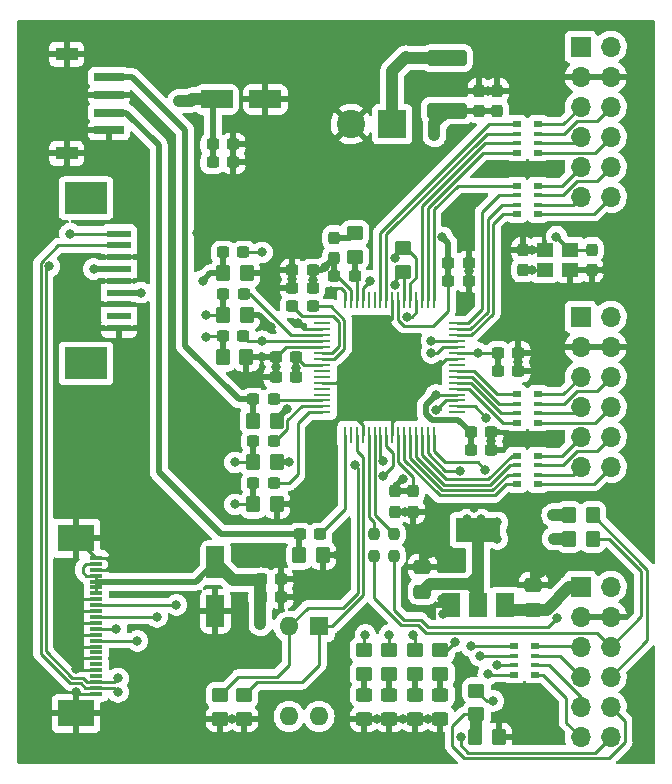
<source format=gbr>
%TF.GenerationSoftware,KiCad,Pcbnew,(5.99.0-12717-g57c7d663b0)*%
%TF.CreationDate,2021-10-22T19:22:40+02:00*%
%TF.ProjectId,video_converter,76696465-6f5f-4636-9f6e-766572746572,rev?*%
%TF.SameCoordinates,Original*%
%TF.FileFunction,Copper,L1,Top*%
%TF.FilePolarity,Positive*%
%FSLAX46Y46*%
G04 Gerber Fmt 4.6, Leading zero omitted, Abs format (unit mm)*
G04 Created by KiCad (PCBNEW (5.99.0-12717-g57c7d663b0)) date 2021-10-22 19:22:40*
%MOMM*%
%LPD*%
G01*
G04 APERTURE LIST*
G04 Aperture macros list*
%AMRoundRect*
0 Rectangle with rounded corners*
0 $1 Rounding radius*
0 $2 $3 $4 $5 $6 $7 $8 $9 X,Y pos of 4 corners*
0 Add a 4 corners polygon primitive as box body*
4,1,4,$2,$3,$4,$5,$6,$7,$8,$9,$2,$3,0*
0 Add four circle primitives for the rounded corners*
1,1,$1+$1,$2,$3*
1,1,$1+$1,$4,$5*
1,1,$1+$1,$6,$7*
1,1,$1+$1,$8,$9*
0 Add four rect primitives between the rounded corners*
20,1,$1+$1,$2,$3,$4,$5,0*
20,1,$1+$1,$4,$5,$6,$7,0*
20,1,$1+$1,$6,$7,$8,$9,0*
20,1,$1+$1,$8,$9,$2,$3,0*%
G04 Aperture macros list end*
%TA.AperFunction,SMDPad,CuDef*%
%ADD10R,2.000000X0.610000*%
%TD*%
%TA.AperFunction,SMDPad,CuDef*%
%ADD11R,3.600000X2.680000*%
%TD*%
%TA.AperFunction,SMDPad,CuDef*%
%ADD12RoundRect,0.250000X-0.450000X0.350000X-0.450000X-0.350000X0.450000X-0.350000X0.450000X0.350000X0*%
%TD*%
%TA.AperFunction,SMDPad,CuDef*%
%ADD13RoundRect,0.250000X-0.350000X-0.450000X0.350000X-0.450000X0.350000X0.450000X-0.350000X0.450000X0*%
%TD*%
%TA.AperFunction,SMDPad,CuDef*%
%ADD14RoundRect,0.237500X0.300000X0.237500X-0.300000X0.237500X-0.300000X-0.237500X0.300000X-0.237500X0*%
%TD*%
%TA.AperFunction,SMDPad,CuDef*%
%ADD15RoundRect,0.237500X-0.300000X-0.237500X0.300000X-0.237500X0.300000X0.237500X-0.300000X0.237500X0*%
%TD*%
%TA.AperFunction,SMDPad,CuDef*%
%ADD16RoundRect,0.250000X0.450000X-0.350000X0.450000X0.350000X-0.450000X0.350000X-0.450000X-0.350000X0*%
%TD*%
%TA.AperFunction,ComponentPad*%
%ADD17R,1.700000X1.700000*%
%TD*%
%TA.AperFunction,ComponentPad*%
%ADD18O,1.700000X1.700000*%
%TD*%
%TA.AperFunction,SMDPad,CuDef*%
%ADD19RoundRect,0.237500X-0.237500X0.300000X-0.237500X-0.300000X0.237500X-0.300000X0.237500X0.300000X0*%
%TD*%
%TA.AperFunction,ComponentPad*%
%ADD20R,1.600000X1.600000*%
%TD*%
%TA.AperFunction,ComponentPad*%
%ADD21O,1.600000X1.600000*%
%TD*%
%TA.AperFunction,SMDPad,CuDef*%
%ADD22R,0.800000X0.500000*%
%TD*%
%TA.AperFunction,SMDPad,CuDef*%
%ADD23R,0.800000X0.400000*%
%TD*%
%TA.AperFunction,SMDPad,CuDef*%
%ADD24RoundRect,0.250000X0.450000X-0.325000X0.450000X0.325000X-0.450000X0.325000X-0.450000X-0.325000X0*%
%TD*%
%TA.AperFunction,SMDPad,CuDef*%
%ADD25R,1.400000X1.200000*%
%TD*%
%TA.AperFunction,SMDPad,CuDef*%
%ADD26RoundRect,0.237500X0.237500X-0.300000X0.237500X0.300000X-0.237500X0.300000X-0.237500X-0.300000X0*%
%TD*%
%TA.AperFunction,SMDPad,CuDef*%
%ADD27RoundRect,0.237500X0.237500X-0.250000X0.237500X0.250000X-0.237500X0.250000X-0.237500X-0.250000X0*%
%TD*%
%TA.AperFunction,SMDPad,CuDef*%
%ADD28RoundRect,0.250000X0.350000X0.450000X-0.350000X0.450000X-0.350000X-0.450000X0.350000X-0.450000X0*%
%TD*%
%TA.AperFunction,SMDPad,CuDef*%
%ADD29RoundRect,0.250000X-1.137500X-0.550000X1.137500X-0.550000X1.137500X0.550000X-1.137500X0.550000X0*%
%TD*%
%TA.AperFunction,SMDPad,CuDef*%
%ADD30RoundRect,0.250000X0.475000X-0.337500X0.475000X0.337500X-0.475000X0.337500X-0.475000X-0.337500X0*%
%TD*%
%TA.AperFunction,SMDPad,CuDef*%
%ADD31R,1.473200X0.279400*%
%TD*%
%TA.AperFunction,SMDPad,CuDef*%
%ADD32R,0.279400X1.473200*%
%TD*%
%TA.AperFunction,SMDPad,CuDef*%
%ADD33R,2.500000X0.700000*%
%TD*%
%TA.AperFunction,SMDPad,CuDef*%
%ADD34R,1.900000X1.100000*%
%TD*%
%TA.AperFunction,ComponentPad*%
%ADD35R,2.400000X2.400000*%
%TD*%
%TA.AperFunction,ComponentPad*%
%ADD36C,2.400000*%
%TD*%
%TA.AperFunction,SMDPad,CuDef*%
%ADD37R,1.100000X0.300000*%
%TD*%
%TA.AperFunction,SMDPad,CuDef*%
%ADD38R,3.100000X2.300000*%
%TD*%
%TA.AperFunction,SMDPad,CuDef*%
%ADD39R,1.500000X2.000000*%
%TD*%
%TA.AperFunction,SMDPad,CuDef*%
%ADD40R,3.800000X2.000000*%
%TD*%
%TA.AperFunction,SMDPad,CuDef*%
%ADD41RoundRect,0.250000X1.450000X-0.400000X1.450000X0.400000X-1.450000X0.400000X-1.450000X-0.400000X0*%
%TD*%
%TA.AperFunction,SMDPad,CuDef*%
%ADD42RoundRect,0.250000X-0.550000X1.137500X-0.550000X-1.137500X0.550000X-1.137500X0.550000X1.137500X0*%
%TD*%
%TA.AperFunction,ViaPad*%
%ADD43C,0.800000*%
%TD*%
%TA.AperFunction,Conductor*%
%ADD44C,0.250000*%
%TD*%
%TA.AperFunction,Conductor*%
%ADD45C,0.500000*%
%TD*%
%TA.AperFunction,Conductor*%
%ADD46C,1.000000*%
%TD*%
G04 APERTURE END LIST*
D10*
%TO.P,J2,1,Pin_1*%
%TO.N,RxD*%
X123150000Y-75500000D03*
%TO.P,J2,2,Pin_2*%
%TO.N,TxD*%
X123150000Y-76500000D03*
%TO.P,J2,3,Pin_3*%
%TO.N,GND*%
X123150000Y-77500000D03*
%TO.P,J2,4,Pin_4*%
%TO.N,+12V*%
X123150000Y-78500000D03*
%TO.P,J2,5,Pin_5*%
%TO.N,GND*%
X123150000Y-79500000D03*
%TO.P,J2,6,Pin_6*%
%TO.N,VBS_OUT2*%
X123150000Y-80500000D03*
%TO.P,J2,7,Pin_7*%
%TO.N,GND*%
X123150000Y-81500000D03*
%TO.P,J2,8,Pin_8*%
%TO.N,unconnected-(J2-Pad8)*%
X123150000Y-82500000D03*
%TO.P,J2,9,Pin_9*%
%TO.N,GND*%
X123150000Y-83500000D03*
D11*
%TO.P,J2,MP*%
%TO.N,N/C*%
X120350000Y-72510000D03*
X120350000Y-86490000D03*
%TD*%
D12*
%TO.P,R16,1*%
%TO.N,TxD*%
X153416000Y-114189000D03*
%TO.P,R16,2*%
%TO.N,Net-(J5-Pad10)*%
X153416000Y-116189000D03*
%TD*%
D13*
%TO.P,R20,1*%
%TO.N,+3V3*%
X161280600Y-101320600D03*
%TO.P,R20,2*%
%TO.N,SDA*%
X163280600Y-101320600D03*
%TD*%
%TO.P,R10,1*%
%TO.N,VBS_OUT1*%
X131942500Y-85979000D03*
%TO.P,R10,2*%
%TO.N,GND*%
X133942500Y-85979000D03*
%TD*%
D14*
%TO.P,C4,1*%
%TO.N,VDD*%
X138149500Y-85979000D03*
%TO.P,C4,2*%
%TO.N,GND*%
X136424500Y-85979000D03*
%TD*%
D15*
%TO.P,C24,1*%
%TO.N,VBS_OUT2*%
X131963500Y-77089000D03*
%TO.P,C24,2*%
%TO.N,Net-(C19-Pad2)*%
X133688500Y-77089000D03*
%TD*%
D16*
%TO.P,R6,1*%
%TO.N,Net-(D4-Pad2)*%
X150368000Y-112760000D03*
%TO.P,R6,2*%
%TO.N,Net-(R6-Pad2)*%
X150368000Y-110760000D03*
%TD*%
D15*
%TO.P,C17,1*%
%TO.N,+3V3*%
X155220500Y-87122000D03*
%TO.P,C17,2*%
%TO.N,GND*%
X156945500Y-87122000D03*
%TD*%
D17*
%TO.P,J3,1,Pin_1*%
%TO.N,+3V3*%
X162244000Y-59690000D03*
D18*
%TO.P,J3,2,Pin_2*%
X164784000Y-59690000D03*
%TO.P,J3,3,Pin_3*%
%TO.N,GND*%
X162244000Y-62230000D03*
%TO.P,J3,4,Pin_4*%
X164784000Y-62230000D03*
%TO.P,J3,5,Pin_5*%
%TO.N,Net-(J3-Pad5)*%
X162244000Y-64770000D03*
%TO.P,J3,6,Pin_6*%
%TO.N,Net-(J3-Pad6)*%
X164784000Y-64770000D03*
%TO.P,J3,7,Pin_7*%
%TO.N,Net-(J3-Pad7)*%
X162244000Y-67310000D03*
%TO.P,J3,8,Pin_8*%
%TO.N,Net-(J3-Pad8)*%
X164784000Y-67310000D03*
%TO.P,J3,9,Pin_9*%
%TO.N,Net-(J3-Pad9)*%
X162244000Y-69850000D03*
%TO.P,J3,10,Pin_10*%
%TO.N,Net-(J3-Pad10)*%
X164784000Y-69850000D03*
%TO.P,J3,11,Pin_11*%
%TO.N,Net-(J3-Pad11)*%
X162244000Y-72390000D03*
%TO.P,J3,12,Pin_12*%
%TO.N,Net-(J3-Pad12)*%
X164784000Y-72390000D03*
%TD*%
D19*
%TO.P,C13,1*%
%TO.N,Net-(C13-Pad1)*%
X141351000Y-75845500D03*
%TO.P,C13,2*%
%TO.N,VDD*%
X141351000Y-77570500D03*
%TD*%
D20*
%TO.P,SW1,1*%
%TO.N,Net-(R7-Pad1)*%
X140086000Y-108754500D03*
D21*
%TO.P,SW1,2*%
%TO.N,Net-(R9-Pad1)*%
X137546000Y-108754500D03*
%TO.P,SW1,3*%
%TO.N,+3V3*%
X137546000Y-116374500D03*
%TO.P,SW1,4*%
X140086000Y-116374500D03*
%TD*%
D22*
%TO.P,RN3,1,R1.1*%
%TO.N,Net-(RN3-Pad1)*%
X156834000Y-71444000D03*
D23*
%TO.P,RN3,2,R2.1*%
%TO.N,Net-(RN3-Pad2)*%
X156834000Y-72244000D03*
%TO.P,RN3,3,R3.1*%
%TO.N,Net-(RN3-Pad3)*%
X156834000Y-73044000D03*
D22*
%TO.P,RN3,4,R4.1*%
%TO.N,Net-(RN3-Pad4)*%
X156834000Y-73844000D03*
%TO.P,RN3,5,R4.2*%
%TO.N,Net-(J3-Pad12)*%
X158634000Y-73844000D03*
D23*
%TO.P,RN3,6,R3.2*%
%TO.N,Net-(J3-Pad11)*%
X158634000Y-73044000D03*
%TO.P,RN3,7,R2.2*%
%TO.N,Net-(J3-Pad10)*%
X158634000Y-72244000D03*
D22*
%TO.P,RN3,8,R1.2*%
%TO.N,Net-(J3-Pad9)*%
X158634000Y-71444000D03*
%TD*%
D24*
%TO.P,D4,1,K*%
%TO.N,GND*%
X150368000Y-116586000D03*
%TO.P,D4,2,A*%
%TO.N,Net-(D4-Pad2)*%
X150368000Y-114536000D03*
%TD*%
D15*
%TO.P,C28,1*%
%TO.N,+12V*%
X131090500Y-69469000D03*
%TO.P,C28,2*%
%TO.N,GND*%
X132815500Y-69469000D03*
%TD*%
%TO.P,C23,1*%
%TO.N,S_C_out*%
X138440500Y-100965000D03*
%TO.P,C23,2*%
%TO.N,Net-(C23-Pad2)*%
X140165500Y-100965000D03*
%TD*%
%TO.P,C6,1*%
%TO.N,VDD*%
X151029500Y-77978000D03*
%TO.P,C6,2*%
%TO.N,GND*%
X152754500Y-77978000D03*
%TD*%
D19*
%TO.P,C10,1*%
%TO.N,VDD*%
X148082000Y-97308500D03*
%TO.P,C10,2*%
%TO.N,GND*%
X148082000Y-99033500D03*
%TD*%
D24*
%TO.P,D2,1,K*%
%TO.N,GND*%
X146050000Y-116595000D03*
%TO.P,D2,2,A*%
%TO.N,Net-(D2-Pad2)*%
X146050000Y-114545000D03*
%TD*%
D15*
%TO.P,C19,1*%
%TO.N,VBS_OUT1*%
X131953000Y-84201000D03*
%TO.P,C19,2*%
%TO.N,Net-(C19-Pad2)*%
X133678000Y-84201000D03*
%TD*%
D22*
%TO.P,RN5,1,R1.1*%
%TO.N,Net-(RN5-Pad1)*%
X156580000Y-110433000D03*
D23*
%TO.P,RN5,2,R2.1*%
%TO.N,Net-(RN5-Pad2)*%
X156580000Y-111233000D03*
%TO.P,RN5,3,R3.1*%
%TO.N,Net-(RN5-Pad3)*%
X156580000Y-112033000D03*
D22*
%TO.P,RN5,4,R4.1*%
%TO.N,Net-(RN5-Pad4)*%
X156580000Y-112833000D03*
%TO.P,RN5,5,R4.2*%
%TO.N,Net-(J5-Pad11)*%
X158380000Y-112833000D03*
D23*
%TO.P,RN5,6,R3.2*%
%TO.N,Net-(J5-Pad9)*%
X158380000Y-112033000D03*
%TO.P,RN5,7,R2.2*%
%TO.N,Net-(J5-Pad7)*%
X158380000Y-111233000D03*
D22*
%TO.P,RN5,8,R1.2*%
%TO.N,Net-(J5-Pad5)*%
X158380000Y-110433000D03*
%TD*%
D25*
%TO.P,Y1,1,1*%
%TO.N,XTAL*%
X159174000Y-78574000D03*
%TO.P,Y1,2,2*%
%TO.N,GND*%
X161374000Y-78574000D03*
%TO.P,Y1,3,3*%
%TO.N,XTAL1*%
X161374000Y-76874000D03*
%TO.P,Y1,4,4*%
%TO.N,GND*%
X159174000Y-76874000D03*
%TD*%
D26*
%TO.P,C1,1*%
%TO.N,XTAL*%
X157353000Y-78586500D03*
%TO.P,C1,2*%
%TO.N,GND*%
X157353000Y-76861500D03*
%TD*%
D27*
%TO.P,R19,1*%
%TO.N,SDA*%
X144780000Y-102766500D03*
%TO.P,R19,2*%
%TO.N,Net-(R19-Pad2)*%
X144780000Y-100941500D03*
%TD*%
D24*
%TO.P,D1,1,K*%
%TO.N,GND*%
X143899000Y-116595000D03*
%TO.P,D1,2,A*%
%TO.N,Net-(D1-Pad2)*%
X143899000Y-114545000D03*
%TD*%
D14*
%TO.P,C8,1*%
%TO.N,VDD*%
X139546500Y-78613000D03*
%TO.P,C8,2*%
%TO.N,GND*%
X137821500Y-78613000D03*
%TD*%
D17*
%TO.P,J4,1,Pin_1*%
%TO.N,+3V3*%
X162244000Y-82550000D03*
D18*
%TO.P,J4,2,Pin_2*%
X164784000Y-82550000D03*
%TO.P,J4,3,Pin_3*%
%TO.N,GND*%
X162244000Y-85090000D03*
%TO.P,J4,4,Pin_4*%
X164784000Y-85090000D03*
%TO.P,J4,5,Pin_5*%
%TO.N,Net-(J4-Pad5)*%
X162244000Y-87630000D03*
%TO.P,J4,6,Pin_6*%
%TO.N,Net-(J4-Pad6)*%
X164784000Y-87630000D03*
%TO.P,J4,7,Pin_7*%
%TO.N,Net-(J4-Pad7)*%
X162244000Y-90170000D03*
%TO.P,J4,8,Pin_8*%
%TO.N,Net-(J4-Pad8)*%
X164784000Y-90170000D03*
%TO.P,J4,9,Pin_9*%
%TO.N,Net-(J4-Pad9)*%
X162244000Y-92710000D03*
%TO.P,J4,10,Pin_10*%
%TO.N,Net-(J4-Pad10)*%
X164784000Y-92710000D03*
%TO.P,J4,11,Pin_11*%
%TO.N,Net-(J4-Pad11)*%
X162244000Y-95250000D03*
%TO.P,J4,12,Pin_12*%
%TO.N,Net-(J4-Pad12)*%
X164784000Y-95250000D03*
%TD*%
D24*
%TO.P,D3,1,K*%
%TO.N,GND*%
X148209000Y-116595000D03*
%TO.P,D3,2,A*%
%TO.N,Net-(D3-Pad2)*%
X148209000Y-114545000D03*
%TD*%
D15*
%TO.P,C9,1*%
%TO.N,VDD*%
X151029500Y-79502000D03*
%TO.P,C9,2*%
%TO.N,GND*%
X152754500Y-79502000D03*
%TD*%
D28*
%TO.P,R17,1*%
%TO.N,GND*%
X155305000Y-118110000D03*
%TO.P,R17,2*%
%TO.N,Net-(J5-Pad10)*%
X153305000Y-118110000D03*
%TD*%
D29*
%TO.P,C30,1*%
%TO.N,+12V*%
X131414500Y-64135000D03*
%TO.P,C30,2*%
%TO.N,GND*%
X135539500Y-64135000D03*
%TD*%
D12*
%TO.P,R3,1*%
%TO.N,Net-(R3-Pad1)*%
X143891000Y-110760000D03*
%TO.P,R3,2*%
%TO.N,Net-(D1-Pad2)*%
X143891000Y-112760000D03*
%TD*%
D30*
%TO.P,C34,1*%
%TO.N,+3V3*%
X158242000Y-107336500D03*
%TO.P,C34,2*%
%TO.N,GND*%
X158242000Y-105261500D03*
%TD*%
D26*
%TO.P,C32,1*%
%TO.N,+12V*%
X155194000Y-65124500D03*
%TO.P,C32,2*%
%TO.N,GND*%
X155194000Y-63399500D03*
%TD*%
D16*
%TO.P,R2,1*%
%TO.N,ELPF*%
X143129000Y-77454000D03*
%TO.P,R2,2*%
%TO.N,Net-(C13-Pad1)*%
X143129000Y-75454000D03*
%TD*%
D13*
%TO.P,R15,1*%
%TO.N,VBS_OUT2*%
X131953000Y-78867000D03*
%TO.P,R15,2*%
%TO.N,GND*%
X133953000Y-78867000D03*
%TD*%
D12*
%TO.P,R4,1*%
%TO.N,Net-(R4-Pad1)*%
X146050000Y-110760000D03*
%TO.P,R4,2*%
%TO.N,Net-(D2-Pad2)*%
X146050000Y-112760000D03*
%TD*%
D14*
%TO.P,C12,1*%
%TO.N,ELPF*%
X143102500Y-79121000D03*
%TO.P,C12,2*%
%TO.N,VDD*%
X141377500Y-79121000D03*
%TD*%
D15*
%TO.P,C22,1*%
%TO.N,Pr_out*%
X134519500Y-96647000D03*
%TO.P,C22,2*%
%TO.N,Net-(C22-Pad2)*%
X136244500Y-96647000D03*
%TD*%
D22*
%TO.P,RN4,1,R1.1*%
%TO.N,Net-(RN4-Pad1)*%
X156834000Y-94304000D03*
D23*
%TO.P,RN4,2,R2.1*%
%TO.N,Net-(RN4-Pad2)*%
X156834000Y-95104000D03*
%TO.P,RN4,3,R3.1*%
%TO.N,Net-(RN4-Pad3)*%
X156834000Y-95904000D03*
D22*
%TO.P,RN4,4,R4.1*%
%TO.N,Net-(RN4-Pad4)*%
X156834000Y-96704000D03*
%TO.P,RN4,5,R4.2*%
%TO.N,Net-(J4-Pad12)*%
X158634000Y-96704000D03*
D23*
%TO.P,RN4,6,R3.2*%
%TO.N,Net-(J4-Pad11)*%
X158634000Y-95904000D03*
%TO.P,RN4,7,R2.2*%
%TO.N,Net-(J4-Pad10)*%
X158634000Y-95104000D03*
D22*
%TO.P,RN4,8,R1.2*%
%TO.N,Net-(J4-Pad9)*%
X158634000Y-94304000D03*
%TD*%
D13*
%TO.P,R11,1*%
%TO.N,S_Y_out*%
X134487200Y-91335200D03*
%TO.P,R11,2*%
%TO.N,GND*%
X136487200Y-91335200D03*
%TD*%
D16*
%TO.P,R1,1*%
%TO.N,XTAL*%
X147193000Y-78724000D03*
%TO.P,R1,2*%
%TO.N,XTAL1*%
X147193000Y-76724000D03*
%TD*%
D26*
%TO.P,C29,1*%
%TO.N,+12V*%
X153640000Y-65124500D03*
%TO.P,C29,2*%
%TO.N,GND*%
X153640000Y-63399500D03*
%TD*%
D14*
%TO.P,C7,1*%
%TO.N,VDD*%
X138149500Y-87630000D03*
%TO.P,C7,2*%
%TO.N,GND*%
X136424500Y-87630000D03*
%TD*%
D13*
%TO.P,R14,1*%
%TO.N,S_C_out*%
X138430000Y-102743000D03*
%TO.P,R14,2*%
%TO.N,GND*%
X140430000Y-102743000D03*
%TD*%
D31*
%TO.P,U1,1,INTRQ\u002A*%
%TO.N,unconnected-(U1-Pad1)*%
X151765000Y-90627200D03*
%TO.P,U1,2,HS*%
%TO.N,Net-(RN5-Pad4)*%
X151765000Y-90119200D03*
%TO.P,U1,3,DGND_2*%
%TO.N,GND*%
X151765000Y-89611200D03*
%TO.P,U1,4,DVDDIO_2*%
%TO.N,+3V3*%
X151765000Y-89128600D03*
%TO.P,U1,5,P11*%
%TO.N,Net-(RN2-Pad4)*%
X151765000Y-88620600D03*
%TO.P,U1,6,P10*%
%TO.N,Net-(RN2-Pad3)*%
X151765000Y-88112600D03*
%TO.P,U1,7,P9*%
%TO.N,Net-(RN2-Pad2)*%
X151765000Y-87630000D03*
%TO.P,U1,8,P8*%
%TO.N,Net-(RN2-Pad1)*%
X151765000Y-87122000D03*
%TO.P,U1,9,SFL*%
%TO.N,unconnected-(U1-Pad9)*%
X151765000Y-86614000D03*
%TO.P,U1,10,DGND_3*%
%TO.N,GND*%
X151765000Y-86106000D03*
%TO.P,U1,11,DVDDIO*%
%TO.N,+3V3*%
X151765000Y-85623400D03*
%TO.P,U1,12,GPO0*%
%TO.N,Net-(R4-Pad1)*%
X151765000Y-85115400D03*
%TO.P,U1,13,GPO1*%
%TO.N,Net-(R3-Pad1)*%
X151765000Y-84607400D03*
%TO.P,U1,14,P7*%
%TO.N,Net-(RN3-Pad4)*%
X151765000Y-84124800D03*
%TO.P,U1,15,P6*%
%TO.N,Net-(RN3-Pad3)*%
X151765000Y-83616800D03*
%TO.P,U1,16,P5*%
%TO.N,Net-(RN3-Pad2)*%
X151765000Y-83108800D03*
D32*
%TO.P,U1,17,P4*%
%TO.N,Net-(RN3-Pad1)*%
X149809200Y-81153000D03*
%TO.P,U1,18,P3*%
%TO.N,Net-(RN1-Pad4)*%
X149301200Y-81153000D03*
%TO.P,U1,19,P2*%
%TO.N,Net-(RN1-Pad3)*%
X148793200Y-81153000D03*
%TO.P,U1,20,LCC*%
%TO.N,Net-(RN5-Pad2)*%
X148310600Y-81153000D03*
%TO.P,U1,21,XTAL1*%
%TO.N,XTAL1*%
X147802600Y-81153000D03*
%TO.P,U1,22,XTAL*%
%TO.N,XTAL*%
X147294600Y-81153000D03*
%TO.P,U1,23,DVDD*%
%TO.N,VDD*%
X146812000Y-81153000D03*
%TO.P,U1,24,DGND*%
%TO.N,GND*%
X146304000Y-81153000D03*
%TO.P,U1,25,P1*%
%TO.N,Net-(RN1-Pad2)*%
X145796000Y-81153000D03*
%TO.P,U1,26,P0*%
%TO.N,Net-(RN1-Pad1)*%
X145288000Y-81153000D03*
%TO.P,U1,27,NC_4*%
%TO.N,unconnected-(U1-Pad27)*%
X144805400Y-81153000D03*
%TO.P,U1,28,NC_6*%
%TO.N,unconnected-(U1-Pad28)*%
X144297400Y-81153000D03*
%TO.P,U1,29,PWRDWN\u002A*%
%TO.N,Net-(R9-Pad1)*%
X143789400Y-81153000D03*
%TO.P,U1,30,ELPF*%
%TO.N,ELPF*%
X143306800Y-81153000D03*
%TO.P,U1,31,PVDD*%
%TO.N,VDD*%
X142798800Y-81153000D03*
%TO.P,U1,32,AGND_2*%
%TO.N,GND*%
X142290800Y-81153000D03*
D31*
%TO.P,U1,33,NC_2*%
%TO.N,unconnected-(U1-Pad33)*%
X140335000Y-83108800D03*
%TO.P,U1,34,TEST_0*%
%TO.N,GND*%
X140335000Y-83616800D03*
%TO.P,U1,35,AIN1*%
%TO.N,Net-(C18-Pad2)*%
X140335000Y-84124800D03*
%TO.P,U1,36,AIN2*%
%TO.N,Net-(C19-Pad2)*%
X140335000Y-84607400D03*
%TO.P,U1,37,AGND_3*%
%TO.N,GND*%
X140335000Y-85115400D03*
%TO.P,U1,38,VREFP*%
%TO.N,Net-(C3-Pad1)*%
X140335000Y-85623400D03*
%TO.P,U1,39,VREFN*%
%TO.N,Net-(C3-Pad2)*%
X140335000Y-86106000D03*
%TO.P,U1,40,AVDD*%
%TO.N,VDD*%
X140335000Y-86614000D03*
%TO.P,U1,41,NC_3*%
%TO.N,unconnected-(U1-Pad41)*%
X140335000Y-87122000D03*
%TO.P,U1,42,NC_5*%
%TO.N,unconnected-(U1-Pad42)*%
X140335000Y-87630000D03*
%TO.P,U1,43,AGND*%
%TO.N,GND*%
X140335000Y-88112600D03*
%TO.P,U1,44,NC_7*%
%TO.N,unconnected-(U1-Pad44)*%
X140335000Y-88620600D03*
%TO.P,U1,45,NC_8*%
%TO.N,unconnected-(U1-Pad45)*%
X140335000Y-89128600D03*
%TO.P,U1,46,AIN3*%
%TO.N,Net-(C20-Pad2)*%
X140335000Y-89611200D03*
%TO.P,U1,47,AIN4*%
%TO.N,Net-(C21-Pad2)*%
X140335000Y-90119200D03*
%TO.P,U1,48,AIN5*%
%TO.N,Net-(C22-Pad2)*%
X140335000Y-90627200D03*
D32*
%TO.P,U1,49,AIN6*%
%TO.N,Net-(C23-Pad2)*%
X142290800Y-92583000D03*
%TO.P,U1,50,NC*%
%TO.N,unconnected-(U1-Pad50)*%
X142798800Y-92583000D03*
%TO.P,U1,51,RESET\u002A*%
%TO.N,Net-(R7-Pad1)*%
X143306800Y-92583000D03*
%TO.P,U1,52,ALSB*%
%TO.N,GND*%
X143789400Y-92583000D03*
%TO.P,U1,53,SDATA*%
%TO.N,Net-(R19-Pad2)*%
X144297400Y-92583000D03*
%TO.P,U1,54,SCLK*%
%TO.N,Net-(R18-Pad2)*%
X144805400Y-92583000D03*
%TO.P,U1,55,GPO3*%
%TO.N,Net-(R6-Pad2)*%
X145288000Y-92583000D03*
%TO.P,U1,56,GPO2*%
%TO.N,Net-(R5-Pad2)*%
X145796000Y-92583000D03*
%TO.P,U1,57,DGND_4*%
%TO.N,GND*%
X146304000Y-92583000D03*
%TO.P,U1,58,DVDD_2*%
%TO.N,VDD*%
X146812000Y-92583000D03*
%TO.P,U1,59,P15*%
%TO.N,Net-(RN4-Pad4)*%
X147294600Y-92583000D03*
%TO.P,U1,60,P14*%
%TO.N,Net-(RN4-Pad3)*%
X147802600Y-92583000D03*
%TO.P,U1,61,P13*%
%TO.N,Net-(RN4-Pad2)*%
X148310600Y-92583000D03*
%TO.P,U1,62,P12*%
%TO.N,Net-(RN4-Pad1)*%
X148793200Y-92583000D03*
%TO.P,U1,63,FIELD*%
%TO.N,Net-(RN5-Pad1)*%
X149301200Y-92583000D03*
%TO.P,U1,64,VS*%
%TO.N,Net-(RN5-Pad3)*%
X149809200Y-92583000D03*
%TD*%
D15*
%TO.P,C15,1*%
%TO.N,+3V3*%
X152934500Y-93853000D03*
%TO.P,C15,2*%
%TO.N,GND*%
X154659500Y-93853000D03*
%TD*%
%TO.P,C14,1*%
%TO.N,+3V3*%
X152934500Y-92329000D03*
%TO.P,C14,2*%
%TO.N,GND*%
X154659500Y-92329000D03*
%TD*%
D13*
%TO.P,R13,1*%
%TO.N,Pr_out*%
X134509000Y-98425000D03*
%TO.P,R13,2*%
%TO.N,GND*%
X136509000Y-98425000D03*
%TD*%
D14*
%TO.P,C5,1*%
%TO.N,VDD*%
X139546500Y-80137000D03*
%TO.P,C5,2*%
%TO.N,GND*%
X137821500Y-80137000D03*
%TD*%
D12*
%TO.P,R7,1*%
%TO.N,Net-(R7-Pad1)*%
X133731000Y-114570000D03*
%TO.P,R7,2*%
%TO.N,GND*%
X133731000Y-116570000D03*
%TD*%
D13*
%TO.P,R8,1*%
%TO.N,Y_out*%
X131985000Y-82423000D03*
%TO.P,R8,2*%
%TO.N,GND*%
X133985000Y-82423000D03*
%TD*%
D33*
%TO.P,J1,1,1*%
%TO.N,S_Y_out*%
X122312500Y-62250000D03*
%TO.P,J1,2,2*%
%TO.N,GND*%
X122312500Y-63750000D03*
%TO.P,J1,3,3*%
%TO.N,S_C_out*%
X122312500Y-65250000D03*
%TO.P,J1,4,4*%
%TO.N,GND*%
X122312500Y-66750000D03*
D34*
%TO.P,J1,S1,SHIELD*%
X118712500Y-60300000D03*
%TO.P,J1,S2,SHIELD*%
X118712500Y-68700000D03*
%TD*%
D35*
%TO.P,J7,1,Pin_1*%
%TO.N,Net-(F1-Pad2)*%
X146276000Y-66232000D03*
D36*
%TO.P,J7,2,Pin_2*%
%TO.N,GND*%
X142776000Y-66232000D03*
%TD*%
D12*
%TO.P,R9,1*%
%TO.N,Net-(R9-Pad1)*%
X131699000Y-114570000D03*
%TO.P,R9,2*%
%TO.N,GND*%
X131699000Y-116570000D03*
%TD*%
D17*
%TO.P,J5,1,Pin_1*%
%TO.N,+3V3*%
X162244000Y-105410000D03*
D18*
%TO.P,J5,2,Pin_2*%
X164784000Y-105410000D03*
%TO.P,J5,3,Pin_3*%
%TO.N,GND*%
X162244000Y-107950000D03*
%TO.P,J5,4,Pin_4*%
X164784000Y-107950000D03*
%TO.P,J5,5,Pin_5*%
%TO.N,Net-(J5-Pad5)*%
X162244000Y-110490000D03*
%TO.P,J5,6,Pin_6*%
%TO.N,SDA*%
X164784000Y-110490000D03*
%TO.P,J5,7,Pin_7*%
%TO.N,Net-(J5-Pad7)*%
X162244000Y-113030000D03*
%TO.P,J5,8,Pin_8*%
%TO.N,SCLK*%
X164784000Y-113030000D03*
%TO.P,J5,9,Pin_9*%
%TO.N,Net-(J5-Pad9)*%
X162244000Y-115570000D03*
%TO.P,J5,10,Pin_10*%
%TO.N,Net-(J5-Pad10)*%
X164784000Y-115570000D03*
%TO.P,J5,11,Pin_11*%
%TO.N,Net-(J5-Pad11)*%
X162244000Y-118110000D03*
%TO.P,J5,12,Pin_12*%
%TO.N,RxD*%
X164784000Y-118110000D03*
%TD*%
D30*
%TO.P,C33,1*%
%TO.N,VDD*%
X148844000Y-105812500D03*
%TO.P,C33,2*%
%TO.N,GND*%
X148844000Y-103737500D03*
%TD*%
D22*
%TO.P,RN2,1,R1.1*%
%TO.N,Net-(RN2-Pad1)*%
X156834000Y-89097000D03*
D23*
%TO.P,RN2,2,R2.1*%
%TO.N,Net-(RN2-Pad2)*%
X156834000Y-89897000D03*
%TO.P,RN2,3,R3.1*%
%TO.N,Net-(RN2-Pad3)*%
X156834000Y-90697000D03*
D22*
%TO.P,RN2,4,R4.1*%
%TO.N,Net-(RN2-Pad4)*%
X156834000Y-91497000D03*
%TO.P,RN2,5,R4.2*%
%TO.N,Net-(J4-Pad8)*%
X158634000Y-91497000D03*
D23*
%TO.P,RN2,6,R3.2*%
%TO.N,Net-(J4-Pad7)*%
X158634000Y-90697000D03*
%TO.P,RN2,7,R2.2*%
%TO.N,Net-(J4-Pad6)*%
X158634000Y-89897000D03*
D22*
%TO.P,RN2,8,R1.2*%
%TO.N,Net-(J4-Pad5)*%
X158634000Y-89097000D03*
%TD*%
D13*
%TO.P,R21,1*%
%TO.N,+3V3*%
X161280600Y-99339400D03*
%TO.P,R21,2*%
%TO.N,SCLK*%
X163280600Y-99339400D03*
%TD*%
%TO.P,R12,1*%
%TO.N,Pb_out*%
X134509000Y-94869000D03*
%TO.P,R12,2*%
%TO.N,GND*%
X136509000Y-94869000D03*
%TD*%
D16*
%TO.P,R5,1*%
%TO.N,Net-(D3-Pad2)*%
X148209000Y-112776000D03*
%TO.P,R5,2*%
%TO.N,Net-(R5-Pad2)*%
X148209000Y-110776000D03*
%TD*%
D37*
%TO.P,J6,1,1*%
%TO.N,GND*%
X121219500Y-102962000D03*
%TO.P,J6,2,2*%
%TO.N,+12V*%
X121219500Y-103462000D03*
%TO.P,J6,3,3*%
%TO.N,GND*%
X121219500Y-103962000D03*
%TO.P,J6,4,4*%
%TO.N,+12V*%
X121219500Y-104462000D03*
%TO.P,J6,5,5*%
X121219500Y-104962000D03*
%TO.P,J6,6,6*%
X121219500Y-105462000D03*
%TO.P,J6,7,7*%
X121219500Y-105962000D03*
%TO.P,J6,8,8*%
%TO.N,GND*%
X121219500Y-106462000D03*
%TO.P,J6,9,9*%
%TO.N,Pr_out*%
X121219500Y-106962000D03*
%TO.P,J6,10,10*%
%TO.N,GND*%
X121219500Y-107462000D03*
%TO.P,J6,11,11*%
%TO.N,Pb_out*%
X121219500Y-107962000D03*
%TO.P,J6,12,12*%
%TO.N,GND*%
X121219500Y-108462000D03*
%TO.P,J6,13,13*%
%TO.N,Y_out*%
X121219500Y-108962000D03*
%TO.P,J6,14,14*%
%TO.N,GND*%
X121219500Y-109462000D03*
%TO.P,J6,15,15*%
%TO.N,VBS_OUT1*%
X121219500Y-109962000D03*
%TO.P,J6,16,16*%
%TO.N,GND*%
X121219500Y-110462000D03*
%TO.P,J6,17,17*%
%TO.N,unconnected-(J6-Pad17)*%
X121219500Y-110962000D03*
%TO.P,J6,18,18*%
%TO.N,GND*%
X121219500Y-111462000D03*
%TO.P,J6,19,19*%
%TO.N,unconnected-(J6-Pad19)*%
X121219500Y-111962000D03*
%TO.P,J6,20,20*%
%TO.N,GND*%
X121219500Y-112462000D03*
%TO.P,J6,21,21*%
%TO.N,unconnected-(J6-Pad21)*%
X121219500Y-112962000D03*
%TO.P,J6,22,22*%
%TO.N,RxD*%
X121219500Y-113462000D03*
%TO.P,J6,23,23*%
%TO.N,TxD*%
X121219500Y-113962000D03*
%TO.P,J6,24,24*%
%TO.N,GND*%
X121219500Y-114462000D03*
D38*
%TO.P,J6,S1,SHIELD*%
X119519500Y-101292000D03*
%TO.P,J6,S2,SHIELD*%
X119519500Y-116132000D03*
%TD*%
D39*
%TO.P,U2,1,ADJ*%
%TO.N,GND*%
X151243000Y-106909000D03*
%TO.P,U2,2,VO*%
%TO.N,VDD*%
X153543000Y-106909000D03*
D40*
X153543000Y-100609000D03*
D39*
%TO.P,U2,3,VI*%
%TO.N,+3V3*%
X155843000Y-106909000D03*
%TD*%
D15*
%TO.P,C26,1*%
%TO.N,+12V*%
X131090500Y-67945000D03*
%TO.P,C26,2*%
%TO.N,GND*%
X132815500Y-67945000D03*
%TD*%
D22*
%TO.P,RN1,1,R1.1*%
%TO.N,Net-(RN1-Pad1)*%
X156834000Y-66237000D03*
D23*
%TO.P,RN1,2,R2.1*%
%TO.N,Net-(RN1-Pad2)*%
X156834000Y-67037000D03*
%TO.P,RN1,3,R3.1*%
%TO.N,Net-(RN1-Pad3)*%
X156834000Y-67837000D03*
D22*
%TO.P,RN1,4,R4.1*%
%TO.N,Net-(RN1-Pad4)*%
X156834000Y-68637000D03*
%TO.P,RN1,5,R4.2*%
%TO.N,Net-(J3-Pad8)*%
X158634000Y-68637000D03*
D23*
%TO.P,RN1,6,R3.2*%
%TO.N,Net-(J3-Pad7)*%
X158634000Y-67837000D03*
%TO.P,RN1,7,R2.2*%
%TO.N,Net-(J3-Pad6)*%
X158634000Y-67037000D03*
D22*
%TO.P,RN1,8,R1.2*%
%TO.N,Net-(J3-Pad5)*%
X158634000Y-66237000D03*
%TD*%
D15*
%TO.P,C21,1*%
%TO.N,Pb_out*%
X134519500Y-93091000D03*
%TO.P,C21,2*%
%TO.N,Net-(C21-Pad2)*%
X136244500Y-93091000D03*
%TD*%
D41*
%TO.P,F1,1*%
%TO.N,+12V*%
X150904000Y-65090000D03*
%TO.P,F1,2*%
%TO.N,Net-(F1-Pad2)*%
X150904000Y-60640000D03*
%TD*%
D15*
%TO.P,C20,1*%
%TO.N,S_Y_out*%
X134519500Y-89535000D03*
%TO.P,C20,2*%
%TO.N,Net-(C20-Pad2)*%
X136244500Y-89535000D03*
%TD*%
%TO.P,C18,1*%
%TO.N,Y_out*%
X131995500Y-80645000D03*
%TO.P,C18,2*%
%TO.N,Net-(C18-Pad2)*%
X133720500Y-80645000D03*
%TD*%
D27*
%TO.P,R18,1*%
%TO.N,SCLK*%
X146431000Y-102766500D03*
%TO.P,R18,2*%
%TO.N,Net-(R18-Pad2)*%
X146431000Y-100941500D03*
%TD*%
D42*
%TO.P,C31,1*%
%TO.N,+12V*%
X131318000Y-103347500D03*
%TO.P,C31,2*%
%TO.N,GND*%
X131318000Y-107472500D03*
%TD*%
D15*
%TO.P,C16,1*%
%TO.N,+3V3*%
X155220500Y-85598000D03*
%TO.P,C16,2*%
%TO.N,GND*%
X156945500Y-85598000D03*
%TD*%
D19*
%TO.P,C2,1*%
%TO.N,XTAL1*%
X163195000Y-76861500D03*
%TO.P,C2,2*%
%TO.N,GND*%
X163195000Y-78586500D03*
%TD*%
D15*
%TO.P,C27,1*%
%TO.N,+12V*%
X135154500Y-106299000D03*
%TO.P,C27,2*%
%TO.N,GND*%
X136879500Y-106299000D03*
%TD*%
D19*
%TO.P,C11,1*%
%TO.N,VDD*%
X146558000Y-97308500D03*
%TO.P,C11,2*%
%TO.N,GND*%
X146558000Y-99033500D03*
%TD*%
D15*
%TO.P,C25,1*%
%TO.N,+12V*%
X135154500Y-104775000D03*
%TO.P,C25,2*%
%TO.N,GND*%
X136879500Y-104775000D03*
%TD*%
%TO.P,C3,1*%
%TO.N,Net-(C3-Pad1)*%
X137821500Y-81661000D03*
%TO.P,C3,2*%
%TO.N,Net-(C3-Pad2)*%
X139546500Y-81661000D03*
%TD*%
D43*
%TO.N,GND*%
X129250000Y-110000000D03*
X129250000Y-113750000D03*
X115500000Y-69250000D03*
X115500000Y-59250000D03*
X167500000Y-59750000D03*
X167500000Y-72250000D03*
X167500000Y-82500000D03*
X167500000Y-95250000D03*
%TO.N,RxD*%
X119000000Y-75500000D03*
X123063000Y-113157000D03*
X117262299Y-78262299D03*
X152105500Y-118089020D03*
%TO.N,TxD*%
X123063000Y-114300000D03*
X154838400Y-115062000D03*
%TO.N,GND*%
X150520400Y-106451400D03*
X158877000Y-104267000D03*
X136424500Y-86767500D03*
X156845000Y-118110000D03*
X138455400Y-104800400D03*
X150622000Y-107696000D03*
X157734000Y-75184000D03*
X137821500Y-79348500D03*
X119507000Y-112395000D03*
X167500000Y-118000000D03*
X149343000Y-116595000D03*
X158154000Y-76874000D03*
X119507000Y-114300000D03*
X164312600Y-78587600D03*
X139827000Y-66675000D03*
X152250000Y-112250000D03*
X119000000Y-103750000D03*
X149504400Y-98475800D03*
X167500000Y-113000000D03*
X157734000Y-65151000D03*
X115500000Y-113000000D03*
X141986000Y-88138000D03*
X156845000Y-99695000D03*
X158242000Y-118110000D03*
X138480800Y-106299000D03*
X149987000Y-90424000D03*
X120000000Y-63750000D03*
X147202000Y-116595000D03*
X119507000Y-109474000D03*
X117602000Y-118491000D03*
X139827000Y-99060000D03*
X156945500Y-86386500D03*
X132731000Y-116570000D03*
X156921200Y-101422200D03*
X138176000Y-76454000D03*
X128000000Y-95000000D03*
X146812000Y-90932000D03*
X140462000Y-94234000D03*
X119507000Y-106426000D03*
X128000000Y-86750000D03*
X157734000Y-69850000D03*
X119507000Y-107442000D03*
X137346200Y-90356200D03*
X137578500Y-94869000D03*
X139827000Y-71120000D03*
X117000000Y-116250000D03*
X138280609Y-83100068D03*
X143039500Y-90932000D03*
X149580600Y-107696000D03*
X156845000Y-81407000D03*
X135979500Y-78740000D03*
X118491000Y-70104000D03*
X125250000Y-77500000D03*
X135255000Y-85979000D03*
X154405500Y-63399500D03*
X129794000Y-75438000D03*
X147346500Y-99033500D03*
X134620000Y-75057000D03*
X141605000Y-102743000D03*
X129500000Y-91250000D03*
X158000000Y-115750000D03*
X120000000Y-66750000D03*
X149987000Y-86995000D03*
X129000000Y-119500000D03*
X141097000Y-80391000D03*
X152754500Y-78648066D03*
X137795000Y-98425000D03*
X128270000Y-99568000D03*
X119500000Y-89000000D03*
X154659500Y-93064500D03*
X119507000Y-110363000D03*
X145669000Y-83312000D03*
X157734000Y-98044000D03*
X121285000Y-118491000D03*
X153212800Y-98704400D03*
X136022201Y-83433799D03*
X157607000Y-92837000D03*
X166039800Y-100304600D03*
X145025000Y-116595000D03*
X125750000Y-61500000D03*
X124079000Y-86487000D03*
X119507000Y-108458000D03*
X119507000Y-111379000D03*
X149555200Y-102514400D03*
X119500000Y-99000000D03*
X119500000Y-83500000D03*
X147320000Y-87884000D03*
X149555200Y-100761800D03*
%TO.N,+12V*%
X149860000Y-67183000D03*
X128250000Y-64250000D03*
X149860000Y-66134000D03*
X135128000Y-107442000D03*
X135128000Y-108585000D03*
X121000000Y-78500000D03*
X129250000Y-64250000D03*
%TO.N,XTAL1*%
X146550235Y-77546200D03*
X160182441Y-75759932D03*
%TO.N,XTAL*%
X158154000Y-78574000D03*
X146522400Y-79822086D03*
%TO.N,SCLK*%
X160274000Y-108077000D03*
%TO.N,VDD*%
X153543000Y-102920800D03*
X139546500Y-79401500D03*
X138149500Y-86894500D03*
X140575750Y-78345750D03*
X155194000Y-101346000D03*
X155194000Y-99949000D03*
X150533700Y-75819000D03*
X153797000Y-99695000D03*
X147193000Y-96266000D03*
X152654000Y-99695000D03*
%TO.N,+3V3*%
X159918400Y-99339400D03*
X159943800Y-101320600D03*
X149987000Y-89154000D03*
X153543000Y-85598000D03*
%TO.N,Y_out*%
X130500000Y-82423000D03*
X122936000Y-108966000D03*
%TO.N,Pb_out*%
X132969000Y-94869000D03*
X126365000Y-107950000D03*
%TO.N,Pr_out*%
X128016000Y-106934000D03*
X132969000Y-98425000D03*
%TO.N,Net-(R3-Pad1)*%
X149606000Y-84582000D03*
X144018000Y-109474000D03*
%TO.N,Net-(R4-Pad1)*%
X149606000Y-85598000D03*
X146050000Y-109474000D03*
%TO.N,Net-(R5-Pad2)*%
X145529900Y-96012000D03*
X148082000Y-109474000D03*
%TO.N,Net-(R6-Pad2)*%
X145542000Y-94742000D03*
X151638000Y-110039989D03*
%TO.N,Net-(C19-Pad2)*%
X135280400Y-84607400D03*
X135255000Y-77089000D03*
%TO.N,VBS_OUT2*%
X125000000Y-80500000D03*
X130250000Y-79500000D03*
%TO.N,VBS_OUT1*%
X124714000Y-109982000D03*
X130500000Y-84250000D03*
%TO.N,Net-(R9-Pad1)*%
X144399000Y-79502000D03*
X143123380Y-95123000D03*
%TO.N,Net-(RN5-Pad1)*%
X152957600Y-110439200D03*
X152019000Y-95589940D03*
%TO.N,Net-(RN5-Pad2)*%
X147574000Y-82550000D03*
X153682100Y-111226600D03*
%TO.N,Net-(RN5-Pad3)*%
X154173162Y-95499162D03*
X155168600Y-112014000D03*
%TO.N,Net-(RN5-Pad4)*%
X154406600Y-112826800D03*
X154250562Y-91113438D03*
%TD*%
D44*
%TO.N,Net-(RN1-Pad1)*%
X154489000Y-66237000D02*
X145288000Y-75438000D01*
X156834000Y-66237000D02*
X154489000Y-66237000D01*
X145288000Y-75438000D02*
X145288000Y-81153000D01*
%TO.N,Net-(RN1-Pad2)*%
X156834000Y-67037000D02*
X154324718Y-67037000D01*
X154324718Y-67037000D02*
X145796000Y-75565718D01*
X145796000Y-75565718D02*
X145796000Y-81153000D01*
%TO.N,Net-(RN1-Pad3)*%
X156834000Y-67837000D02*
X154160436Y-67837000D01*
X148793200Y-73204236D02*
X148793200Y-81153000D01*
X154160436Y-67837000D02*
X148793200Y-73204236D01*
%TO.N,Net-(RN1-Pad4)*%
X153996154Y-68637000D02*
X149301200Y-73331954D01*
X156834000Y-68637000D02*
X153996154Y-68637000D01*
X149301200Y-73331954D02*
X149301200Y-81153000D01*
%TO.N,Net-(RN3-Pad1)*%
X149809200Y-81153000D02*
X149809200Y-73459672D01*
X149809200Y-73459672D02*
X151824872Y-71444000D01*
X151824872Y-71444000D02*
X156834000Y-71444000D01*
%TO.N,RxD*%
X120104511Y-113119511D02*
X119206897Y-113119511D01*
X119206897Y-113119511D02*
X116967000Y-110879614D01*
X120447000Y-113462000D02*
X120104511Y-113119511D01*
X152712480Y-119438480D02*
X163455520Y-119438480D01*
X116967000Y-85533000D02*
X116967000Y-78557598D01*
X121244989Y-113487489D02*
X121219500Y-113462000D01*
X152105500Y-118089020D02*
X152105500Y-118831500D01*
X116967000Y-110879614D02*
X116967000Y-85533000D01*
X116967000Y-78557598D02*
X117262299Y-78262299D01*
X119000000Y-75500000D02*
X123150000Y-75500000D01*
X122732511Y-113487489D02*
X121244989Y-113487489D01*
X163455520Y-119438480D02*
X164784000Y-118110000D01*
X152105500Y-118831500D02*
X152712480Y-119438480D01*
X121219500Y-113462000D02*
X120447000Y-113462000D01*
X123063000Y-113157000D02*
X122732511Y-113487489D01*
%TO.N,TxD*%
X118000000Y-76500000D02*
X123150000Y-76500000D01*
X116517480Y-77982520D02*
X118000000Y-76500000D01*
X119020700Y-113569031D02*
X116517480Y-111065812D01*
X122725000Y-113962000D02*
X121219500Y-113962000D01*
X121219500Y-113962000D02*
X120311282Y-113962000D01*
X116517480Y-111065812D02*
X116517480Y-77982520D01*
X154838400Y-115062000D02*
X154289000Y-115062000D01*
X120311282Y-113962000D02*
X119918313Y-113569031D01*
X123063000Y-114300000D02*
X122725000Y-113962000D01*
X119918313Y-113569031D02*
X119020700Y-113569031D01*
X154289000Y-115062000D02*
X153416000Y-114189000D01*
%TO.N,GND*%
X122068522Y-103962000D02*
X122301000Y-103729522D01*
D45*
X136509000Y-98425000D02*
X137795000Y-98425000D01*
X146050000Y-116595000D02*
X147202000Y-116595000D01*
X145025000Y-116595000D02*
X147202000Y-116595000D01*
X133953000Y-78867000D02*
X135852500Y-78867000D01*
X143899000Y-116595000D02*
X145025000Y-116595000D01*
D44*
X143039500Y-90932000D02*
X143789400Y-91681900D01*
D45*
X132731000Y-116570000D02*
X131699000Y-116570000D01*
D44*
X140335000Y-88112600D02*
X141960600Y-88112600D01*
X121219500Y-114462000D02*
X119669000Y-114462000D01*
D45*
X148844000Y-103225600D02*
X148844000Y-103737500D01*
X154405500Y-63399500D02*
X155194000Y-63399500D01*
X136424500Y-86767500D02*
X136424500Y-87630000D01*
D44*
X119669000Y-114462000D02*
X119507000Y-114300000D01*
X119543000Y-106462000D02*
X119507000Y-106426000D01*
X119527000Y-107462000D02*
X119507000Y-107442000D01*
D45*
X158242000Y-105261500D02*
X158242000Y-104902000D01*
D44*
X121189500Y-102962000D02*
X119519500Y-101292000D01*
X150876000Y-86106000D02*
X149987000Y-86995000D01*
X142290800Y-81153000D02*
X142290800Y-80442518D01*
D45*
X147346500Y-99033500D02*
X148082000Y-99033500D01*
X147202000Y-116595000D02*
X149343000Y-116595000D01*
D44*
X121219500Y-106462000D02*
X119543000Y-106462000D01*
X140335000Y-83616800D02*
X138797341Y-83616800D01*
X159174000Y-76874000D02*
X158154000Y-76874000D01*
D45*
X133985000Y-82423000D02*
X135011402Y-82423000D01*
X135011402Y-82423000D02*
X136022201Y-83433799D01*
X153640000Y-63399500D02*
X154405500Y-63399500D01*
D44*
X121219500Y-102962000D02*
X121189500Y-102962000D01*
D45*
X135852500Y-78867000D02*
X135979500Y-78740000D01*
D44*
X121219500Y-109462000D02*
X119519000Y-109462000D01*
X141960600Y-88112600D02*
X141986000Y-88138000D01*
D45*
X135255000Y-85979000D02*
X136424500Y-85979000D01*
D44*
X142290800Y-80442518D02*
X141922141Y-80073859D01*
D45*
X137821500Y-79348500D02*
X137821500Y-80137000D01*
X136487200Y-91335200D02*
X136487200Y-91215200D01*
D44*
X119519000Y-109462000D02*
X119507000Y-109474000D01*
D45*
X146558000Y-99033500D02*
X147346500Y-99033500D01*
D44*
X121219500Y-112462000D02*
X119574000Y-112462000D01*
X140335000Y-85115400D02*
X137288100Y-85115400D01*
D45*
X150359000Y-116595000D02*
X150368000Y-116586000D01*
D44*
X141922141Y-80073859D02*
X141414141Y-80073859D01*
D45*
X156945500Y-85598000D02*
X156945500Y-86386500D01*
D44*
X141414141Y-80073859D02*
X141097000Y-80391000D01*
X122301000Y-103194478D02*
X122068522Y-102962000D01*
D45*
X152754500Y-77978000D02*
X152754500Y-78648066D01*
D44*
X119574000Y-112462000D02*
X119507000Y-112395000D01*
X150799800Y-89611200D02*
X149987000Y-90424000D01*
X146304000Y-81153000D02*
X146304000Y-82677000D01*
D45*
X133731000Y-116570000D02*
X132731000Y-116570000D01*
D44*
X121219500Y-110462000D02*
X119606000Y-110462000D01*
X119511000Y-108462000D02*
X119507000Y-108458000D01*
X158154000Y-76874000D02*
X157365500Y-76874000D01*
D45*
X158242000Y-104902000D02*
X158877000Y-104267000D01*
D44*
X121219500Y-103962000D02*
X122068522Y-103962000D01*
X137288100Y-85115400D02*
X136424500Y-85979000D01*
X121219500Y-108462000D02*
X119511000Y-108462000D01*
D45*
X136509000Y-94869000D02*
X137578500Y-94869000D01*
X149343000Y-116595000D02*
X150359000Y-116595000D01*
D44*
X122068522Y-102962000D02*
X121219500Y-102962000D01*
D45*
X154659500Y-93064500D02*
X154659500Y-93853000D01*
X154659500Y-92329000D02*
X154659500Y-93064500D01*
X148209000Y-116595000D02*
X149343000Y-116595000D01*
X156945500Y-86386500D02*
X156945500Y-87122000D01*
X133942500Y-85979000D02*
X135255000Y-85979000D01*
X137821500Y-78613000D02*
X137821500Y-79348500D01*
D44*
X143789400Y-91681900D02*
X143789400Y-92583000D01*
X151765000Y-89611200D02*
X150799800Y-89611200D01*
X146304000Y-91440000D02*
X146812000Y-90932000D01*
X119590000Y-111462000D02*
X119507000Y-111379000D01*
D45*
X152754500Y-77978000D02*
X152754500Y-79502000D01*
D44*
X157365500Y-76874000D02*
X157353000Y-76861500D01*
X138797341Y-83616800D02*
X138280609Y-83100068D01*
X151765000Y-86106000D02*
X150876000Y-86106000D01*
D45*
X140430000Y-102743000D02*
X141605000Y-102743000D01*
D44*
X146304000Y-82677000D02*
X145669000Y-83312000D01*
X146304000Y-92583000D02*
X146304000Y-91440000D01*
X119606000Y-110462000D02*
X119507000Y-110363000D01*
D45*
X149555200Y-102514400D02*
X148844000Y-103225600D01*
X136487200Y-91215200D02*
X137346200Y-90356200D01*
X136424500Y-85979000D02*
X136424500Y-86767500D01*
D44*
X122301000Y-103729522D02*
X122301000Y-103194478D01*
X121219500Y-107462000D02*
X119527000Y-107462000D01*
X121219500Y-111462000D02*
X119590000Y-111462000D01*
D46*
%TO.N,+12V*%
X135128000Y-107442000D02*
X135128000Y-104801500D01*
X135128000Y-107442000D02*
X135128000Y-108585000D01*
D44*
X120370478Y-103462000D02*
X120095239Y-103737239D01*
D46*
X129365000Y-64135000D02*
X131414500Y-64135000D01*
X149860000Y-66134000D02*
X150904000Y-65090000D01*
X129250000Y-64250000D02*
X129365000Y-64135000D01*
D45*
X131090500Y-64459000D02*
X131414500Y-64135000D01*
X123150000Y-78500000D02*
X121000000Y-78500000D01*
X131090500Y-69469000D02*
X131090500Y-64459000D01*
D44*
X120095239Y-104186761D02*
X120370478Y-104462000D01*
D46*
X129250000Y-64250000D02*
X128250000Y-64250000D01*
X135128000Y-104801500D02*
X135154500Y-104775000D01*
D45*
X129703500Y-104962000D02*
X131318000Y-103347500D01*
X155194000Y-65124500D02*
X150938500Y-65124500D01*
D44*
X120095239Y-103737239D02*
X120095239Y-104186761D01*
D46*
X149860000Y-67183000D02*
X149860000Y-66134000D01*
D44*
X121219500Y-103462000D02*
X120370478Y-103462000D01*
D45*
X121219500Y-104962000D02*
X129703500Y-104962000D01*
D46*
X135054000Y-104801500D02*
X132772000Y-104801500D01*
D44*
X120370478Y-104462000D02*
X121219500Y-104462000D01*
D46*
X132772000Y-104801500D02*
X131318000Y-103347500D01*
D44*
X121219500Y-104462000D02*
X121219500Y-105962000D01*
D45*
X150938500Y-65124500D02*
X150904000Y-65090000D01*
%TO.N,ELPF*%
X143129000Y-77454000D02*
X143129000Y-79094500D01*
D44*
X143306800Y-79325300D02*
X143102500Y-79121000D01*
X143306800Y-81153000D02*
X143306800Y-79325300D01*
D45*
X143129000Y-79094500D02*
X143102500Y-79121000D01*
D44*
%TO.N,Net-(J3-Pad5)*%
X160777000Y-66237000D02*
X162244000Y-64770000D01*
X158634000Y-66237000D02*
X160777000Y-66237000D01*
D45*
%TO.N,S_Y_out*%
X124250000Y-62250000D02*
X122312500Y-62250000D01*
X134519500Y-89535000D02*
X133285000Y-89535000D01*
X128750000Y-85000000D02*
X128750000Y-66750000D01*
X128750000Y-66750000D02*
X124250000Y-62250000D01*
X133285000Y-89535000D02*
X128750000Y-85000000D01*
X134519500Y-91302900D02*
X134487200Y-91335200D01*
X134519500Y-89535000D02*
X134519500Y-91302900D01*
%TO.N,S_C_out*%
X138440500Y-100965000D02*
X131815631Y-100965000D01*
X126500000Y-95649369D02*
X126500000Y-67989270D01*
X126500000Y-67989270D02*
X123760730Y-65250000D01*
X131815631Y-100965000D02*
X126500000Y-95649369D01*
X123760730Y-65250000D02*
X122312500Y-65250000D01*
X138430000Y-102743000D02*
X138430000Y-100975500D01*
X138430000Y-100975500D02*
X138440500Y-100965000D01*
D44*
%TO.N,XTAL1*%
X147802600Y-79733820D02*
X148336000Y-79200420D01*
X147463000Y-76724000D02*
X147193000Y-76724000D01*
X160182441Y-75759932D02*
X161284009Y-76861500D01*
X147802600Y-81153000D02*
X147802600Y-79733820D01*
X146550235Y-77546200D02*
X146550235Y-77366765D01*
X160182441Y-75759932D02*
X160259932Y-75759932D01*
X161284009Y-76861500D02*
X163195000Y-76861500D01*
X148336000Y-77597000D02*
X147463000Y-76724000D01*
X160259932Y-75759932D02*
X161374000Y-76874000D01*
X146550235Y-77366765D02*
X147193000Y-76724000D01*
X148336000Y-79200420D02*
X148336000Y-77597000D01*
%TO.N,XTAL*%
X147294600Y-78825600D02*
X147193000Y-78724000D01*
X147294600Y-81153000D02*
X147294600Y-78825600D01*
X146522400Y-79822086D02*
X146522400Y-79394600D01*
X158154000Y-78574000D02*
X157365500Y-78574000D01*
X159174000Y-78574000D02*
X158154000Y-78574000D01*
X157365500Y-78574000D02*
X157353000Y-78586500D01*
X146522400Y-79394600D02*
X147193000Y-78724000D01*
%TO.N,Net-(C3-Pad1)*%
X141198600Y-85623400D02*
X140335000Y-85623400D01*
X138621020Y-82460520D02*
X141260802Y-82460520D01*
X137821500Y-81661000D02*
X138621020Y-82460520D01*
X141790480Y-85031520D02*
X141198600Y-85623400D01*
X141790480Y-82990198D02*
X141790480Y-85031520D01*
X141260802Y-82460520D02*
X141790480Y-82990198D01*
%TO.N,Net-(C3-Pad2)*%
X141377722Y-86106000D02*
X140335000Y-86106000D01*
X139546500Y-81661000D02*
X141097000Y-81661000D01*
X142240000Y-82804000D02*
X142240000Y-85243722D01*
X142240000Y-85243722D02*
X141377722Y-86106000D01*
X141097000Y-81661000D02*
X142240000Y-82804000D01*
%TO.N,SDA*%
X167386000Y-107888000D02*
X167386000Y-104080518D01*
X163609489Y-109315489D02*
X149828489Y-109315489D01*
X164784000Y-110490000D02*
X163609489Y-109315489D01*
X167386000Y-104080518D02*
X164626082Y-101320600D01*
X149166170Y-109288520D02*
X148504796Y-108627147D01*
X164784000Y-110490000D02*
X167386000Y-107888000D01*
X144780000Y-106349800D02*
X144780000Y-102766500D01*
X164626082Y-101320600D02*
X163280600Y-101320600D01*
X149828489Y-109315489D02*
X149801520Y-109288520D01*
X147057347Y-108627147D02*
X144780000Y-106349800D01*
X148504796Y-108627147D02*
X147057347Y-108627147D01*
X149801520Y-109288520D02*
X149166170Y-109288520D01*
%TO.N,SCLK*%
X167894000Y-109920000D02*
X167894000Y-103952800D01*
X148690993Y-108177627D02*
X147243545Y-108177627D01*
X167894000Y-103952800D02*
X163280600Y-99339400D01*
X149352367Y-108839000D02*
X148690993Y-108177627D01*
X146431000Y-107365082D02*
X146431000Y-102766500D01*
X147243545Y-108177627D02*
X146431000Y-107365082D01*
X160274000Y-108077000D02*
X159512000Y-108839000D01*
X164784000Y-113030000D02*
X167894000Y-109920000D01*
X159512000Y-108839000D02*
X149352367Y-108839000D01*
D46*
%TO.N,VDD*%
X153543000Y-104526378D02*
X152859889Y-105209489D01*
D45*
X151029500Y-76314800D02*
X150533700Y-75819000D01*
D46*
X153543000Y-102920800D02*
X153543000Y-104526378D01*
D44*
X151029500Y-79502000D02*
X151029500Y-82015500D01*
D45*
X141351000Y-77570500D02*
X141351000Y-79094500D01*
D44*
X147311386Y-83312000D02*
X146812000Y-82812614D01*
D46*
X148844000Y-105812500D02*
X149447011Y-105209489D01*
D44*
X142798800Y-81153000D02*
X142798800Y-80314800D01*
D46*
X153543000Y-105892600D02*
X153543000Y-106909000D01*
D45*
X139546500Y-78613000D02*
X140308500Y-78613000D01*
D44*
X138784500Y-86614000D02*
X138149500Y-85979000D01*
D46*
X153543000Y-100609000D02*
X153543000Y-102920800D01*
D44*
X149733000Y-83312000D02*
X147311386Y-83312000D01*
D45*
X140308500Y-78613000D02*
X140575750Y-78345750D01*
X139546500Y-80137000D02*
X139546500Y-79401500D01*
X146558000Y-97308500D02*
X148082000Y-97308500D01*
D44*
X146812000Y-92583000D02*
X146812000Y-94806218D01*
D45*
X151029500Y-77978000D02*
X151029500Y-76314800D01*
D44*
X141605000Y-79121000D02*
X141377500Y-79121000D01*
D45*
X138149500Y-86894500D02*
X138149500Y-85979000D01*
D46*
X152859889Y-105209489D02*
X153543000Y-105892600D01*
D44*
X140335000Y-86614000D02*
X138784500Y-86614000D01*
X151029500Y-82015500D02*
X149733000Y-83312000D01*
D45*
X140575750Y-78345750D02*
X141351000Y-77570500D01*
D46*
X153543000Y-106909000D02*
X153543000Y-102920800D01*
D45*
X146558000Y-97308500D02*
X146558000Y-96901000D01*
X146558000Y-96901000D02*
X147193000Y-96266000D01*
D44*
X146812000Y-82812614D02*
X146812000Y-81153000D01*
D45*
X139546500Y-79401500D02*
X139546500Y-78613000D01*
D44*
X146812000Y-94806218D02*
X148082000Y-96076218D01*
D45*
X151029500Y-77978000D02*
X151029500Y-79502000D01*
D46*
X149447011Y-105209489D02*
X152859889Y-105209489D01*
D45*
X141351000Y-79094500D02*
X141377500Y-79121000D01*
X138149500Y-87630000D02*
X138149500Y-86894500D01*
D44*
X148082000Y-96076218D02*
X148082000Y-97308500D01*
X142798800Y-80314800D02*
X141605000Y-79121000D01*
D45*
%TO.N,Net-(C13-Pad1)*%
X142737500Y-75845500D02*
X143129000Y-75454000D01*
X141351000Y-75845500D02*
X142737500Y-75845500D01*
%TO.N,Net-(D1-Pad2)*%
X143891000Y-112760000D02*
X143891000Y-114537000D01*
X143891000Y-114537000D02*
X143899000Y-114545000D01*
%TO.N,Net-(D2-Pad2)*%
X146050000Y-114545000D02*
X146050000Y-112760000D01*
%TO.N,Net-(D3-Pad2)*%
X148209000Y-112776000D02*
X148209000Y-114545000D01*
%TO.N,Net-(D4-Pad2)*%
X150368000Y-114536000D02*
X150368000Y-112760000D01*
D44*
%TO.N,Net-(J3-Pad7)*%
X158634000Y-67837000D02*
X161717000Y-67837000D01*
X161717000Y-67837000D02*
X162244000Y-67310000D01*
%TO.N,+3V3*%
X151765000Y-85623400D02*
X153517600Y-85623400D01*
D46*
X161290000Y-105410000D02*
X162244000Y-105410000D01*
D44*
X153517600Y-85623400D02*
X153543000Y-85598000D01*
D45*
X149137489Y-90003511D02*
X149987000Y-89154000D01*
D44*
X153543000Y-85598000D02*
X155220500Y-85598000D01*
D46*
X158242000Y-107336500D02*
X156270500Y-107336500D01*
X158242000Y-107336500D02*
X159363500Y-107336500D01*
X159363500Y-107336500D02*
X161290000Y-105410000D01*
D45*
X149635120Y-91273511D02*
X149137489Y-90775880D01*
X152934500Y-92329000D02*
X151879011Y-91273511D01*
X149137489Y-90775880D02*
X149137489Y-90003511D01*
D46*
X156270500Y-107336500D02*
X155843000Y-106909000D01*
X161280600Y-99339400D02*
X159918400Y-99339400D01*
D45*
X151879011Y-91273511D02*
X149635120Y-91273511D01*
D46*
X161280600Y-101320600D02*
X159943800Y-101320600D01*
D45*
X155220500Y-85598000D02*
X155220500Y-87122000D01*
X152934500Y-92329000D02*
X152934500Y-93853000D01*
D44*
X151765000Y-89128600D02*
X150012400Y-89128600D01*
X150012400Y-89128600D02*
X149987000Y-89154000D01*
D45*
%TO.N,Y_out*%
X131995500Y-82412500D02*
X131985000Y-82423000D01*
D44*
X121223500Y-108966000D02*
X121219500Y-108962000D01*
D45*
X131995500Y-80645000D02*
X131995500Y-82412500D01*
D44*
X122936000Y-108966000D02*
X121223500Y-108966000D01*
X130500000Y-82423000D02*
X131985000Y-82423000D01*
D45*
%TO.N,Pb_out*%
X134519500Y-93091000D02*
X134519500Y-94858500D01*
D44*
X122301000Y-107950000D02*
X122289000Y-107962000D01*
X122289000Y-107962000D02*
X121219500Y-107962000D01*
X126365000Y-107950000D02*
X122301000Y-107950000D01*
X132969000Y-94869000D02*
X134509000Y-94869000D01*
D45*
X134519500Y-94858500D02*
X134509000Y-94869000D01*
D44*
%TO.N,Pr_out*%
X127988000Y-106962000D02*
X128016000Y-106934000D01*
X132969000Y-98425000D02*
X134509000Y-98425000D01*
D45*
X134519500Y-96647000D02*
X134519500Y-98414500D01*
D44*
X121219500Y-106962000D02*
X127988000Y-106962000D01*
D45*
X134519500Y-98414500D02*
X134509000Y-98425000D01*
D44*
%TO.N,Net-(J3-Pad8)*%
X163457000Y-68637000D02*
X164784000Y-67310000D01*
X158634000Y-68637000D02*
X163457000Y-68637000D01*
%TO.N,Net-(J3-Pad10)*%
X163609489Y-71024511D02*
X164784000Y-69850000D01*
X160728990Y-72244000D02*
X161948479Y-71024511D01*
X158634000Y-72244000D02*
X160728990Y-72244000D01*
X161948479Y-71024511D02*
X163609489Y-71024511D01*
%TO.N,Net-(J3-Pad11)*%
X161590000Y-73044000D02*
X162244000Y-72390000D01*
X158634000Y-73044000D02*
X161590000Y-73044000D01*
%TO.N,Net-(J3-Pad12)*%
X163330000Y-73844000D02*
X164784000Y-72390000D01*
X158634000Y-73844000D02*
X163330000Y-73844000D01*
%TO.N,Net-(J4-Pad7)*%
X161717000Y-90697000D02*
X162244000Y-90170000D01*
X158634000Y-90697000D02*
X161717000Y-90697000D01*
%TO.N,Net-(R3-Pad1)*%
X143891000Y-109601000D02*
X144018000Y-109474000D01*
X149631400Y-84607400D02*
X149606000Y-84582000D01*
X143891000Y-110760000D02*
X143891000Y-109601000D01*
X151765000Y-84607400D02*
X149631400Y-84607400D01*
%TO.N,Net-(R4-Pad1)*%
X146050000Y-110760000D02*
X146050000Y-109474000D01*
X150596600Y-85115400D02*
X150114000Y-85598000D01*
X150114000Y-85598000D02*
X149606000Y-85598000D01*
X151765000Y-85115400D02*
X150596600Y-85115400D01*
%TO.N,Net-(R5-Pad2)*%
X146362480Y-95179420D02*
X146362480Y-94038480D01*
X145796000Y-93472000D02*
X145796000Y-92583000D01*
X145529900Y-96012000D02*
X146362480Y-95179420D01*
X148209000Y-109601000D02*
X148082000Y-109474000D01*
X146362480Y-94038480D02*
X145796000Y-93472000D01*
X148209000Y-110776000D02*
X148209000Y-109601000D01*
%TO.N,Net-(R6-Pad2)*%
X145288000Y-94488000D02*
X145288000Y-92583000D01*
X145542000Y-94742000D02*
X145288000Y-94488000D01*
X150368000Y-110760000D02*
X150917989Y-110760000D01*
X150917989Y-110760000D02*
X151638000Y-110039989D01*
%TO.N,Net-(C18-Pad2)*%
X134258000Y-80645000D02*
X137737800Y-84124800D01*
X133720500Y-80645000D02*
X134258000Y-80645000D01*
X137737800Y-84124800D02*
X140335000Y-84124800D01*
%TO.N,Net-(C19-Pad2)*%
X134084400Y-84607400D02*
X135280400Y-84607400D01*
X133678000Y-84201000D02*
X134084400Y-84607400D01*
X133688500Y-77089000D02*
X135255000Y-77089000D01*
X135280400Y-84607400D02*
X140335000Y-84607400D01*
%TO.N,Net-(C20-Pad2)*%
X140335000Y-89611200D02*
X136320700Y-89611200D01*
X136320700Y-89611200D02*
X136244500Y-89535000D01*
%TO.N,Net-(C21-Pad2)*%
X136350820Y-93091000D02*
X136244500Y-93091000D01*
X137411720Y-91315280D02*
X137411720Y-92030100D01*
X138607800Y-90119200D02*
X137411720Y-91315280D01*
X137411720Y-92030100D02*
X136350820Y-93091000D01*
X140335000Y-90119200D02*
X138607800Y-90119200D01*
%TO.N,Net-(C22-Pad2)*%
X140335000Y-90627200D02*
X139242800Y-90627200D01*
X139242800Y-90627200D02*
X138303000Y-91567000D01*
X138303000Y-95885000D02*
X137541000Y-96647000D01*
X138303000Y-91567000D02*
X138303000Y-95885000D01*
X137541000Y-96647000D02*
X136244500Y-96647000D01*
%TO.N,Net-(C23-Pad2)*%
X142290800Y-92583000D02*
X142290800Y-98839700D01*
X142290800Y-98839700D02*
X140165500Y-100965000D01*
%TO.N,Net-(J3-Pad6)*%
X160855990Y-67037000D02*
X161948479Y-65944511D01*
X161948479Y-65944511D02*
X163609489Y-65944511D01*
X158634000Y-67037000D02*
X160855990Y-67037000D01*
X163609489Y-65944511D02*
X164784000Y-64770000D01*
D45*
%TO.N,VBS_OUT2*%
X131963500Y-77089000D02*
X131963500Y-78856500D01*
X131963500Y-78856500D02*
X131953000Y-78867000D01*
X125000000Y-80500000D02*
X123150000Y-80500000D01*
X130250000Y-79500000D02*
X130883000Y-78867000D01*
X130883000Y-78867000D02*
X131953000Y-78867000D01*
%TO.N,VBS_OUT1*%
X131953000Y-85968500D02*
X131942500Y-85979000D01*
D44*
X124694000Y-109962000D02*
X121219500Y-109962000D01*
X130549000Y-84201000D02*
X131953000Y-84201000D01*
D45*
X131953000Y-84201000D02*
X131953000Y-85968500D01*
D44*
X124714000Y-109982000D02*
X124694000Y-109962000D01*
X130500000Y-84250000D02*
X130549000Y-84201000D01*
D46*
%TO.N,Net-(F1-Pad2)*%
X147447000Y-60579000D02*
X147508000Y-60640000D01*
X146276000Y-66232000D02*
X146276000Y-61750000D01*
X147508000Y-60640000D02*
X150904000Y-60640000D01*
X146276000Y-61750000D02*
X147447000Y-60579000D01*
D44*
%TO.N,Net-(R7-Pad1)*%
X134821480Y-113479520D02*
X138615480Y-113479520D01*
X143306800Y-93903800D02*
X143306800Y-92583000D01*
X141182218Y-108754500D02*
X143847880Y-106088838D01*
X133731000Y-114570000D02*
X134821480Y-113479520D01*
X138615480Y-113479520D02*
X140086000Y-112009000D01*
X143847880Y-94444880D02*
X143306800Y-93903800D01*
X143847880Y-106088838D02*
X143847880Y-94444880D01*
X140086000Y-108754500D02*
X141182218Y-108754500D01*
X140086000Y-112009000D02*
X140086000Y-108754500D01*
%TO.N,Net-(R9-Pad1)*%
X142113359Y-107187641D02*
X143398360Y-105902640D01*
X143789400Y-80111600D02*
X143789400Y-81153000D01*
X139112859Y-107187641D02*
X142113359Y-107187641D01*
X143398360Y-105902640D02*
X143398360Y-95397980D01*
X137546000Y-112009000D02*
X136525000Y-113030000D01*
X143398360Y-95397980D02*
X143123380Y-95123000D01*
X133239000Y-113030000D02*
X131699000Y-114570000D01*
X136525000Y-113030000D02*
X133239000Y-113030000D01*
X137546000Y-108754500D02*
X139112859Y-107187641D01*
X144399000Y-79502000D02*
X143789400Y-80111600D01*
X137546000Y-108754500D02*
X137546000Y-112009000D01*
%TO.N,Net-(J4-Pad6)*%
X161948479Y-88804511D02*
X163609489Y-88804511D01*
X158634000Y-89897000D02*
X160855990Y-89897000D01*
X163609489Y-88804511D02*
X164784000Y-87630000D01*
X160855990Y-89897000D02*
X161948479Y-88804511D01*
%TO.N,Net-(J4-Pad8)*%
X158634000Y-91497000D02*
X163457000Y-91497000D01*
X163457000Y-91497000D02*
X164784000Y-90170000D01*
%TO.N,Net-(J3-Pad9)*%
X158634000Y-71444000D02*
X160650000Y-71444000D01*
X160650000Y-71444000D02*
X162244000Y-69850000D01*
%TO.N,Net-(J4-Pad5)*%
X158634000Y-89097000D02*
X160777000Y-89097000D01*
X160777000Y-89097000D02*
X162244000Y-87630000D01*
%TO.N,Net-(J4-Pad9)*%
X160650000Y-94304000D02*
X162244000Y-92710000D01*
X158634000Y-94304000D02*
X160650000Y-94304000D01*
%TO.N,Net-(J4-Pad10)*%
X161948479Y-93884511D02*
X163609489Y-93884511D01*
X158634000Y-95104000D02*
X160728990Y-95104000D01*
X160728990Y-95104000D02*
X161948479Y-93884511D01*
X163609489Y-93884511D02*
X164784000Y-92710000D01*
%TO.N,Net-(J4-Pad11)*%
X161590000Y-95904000D02*
X162244000Y-95250000D01*
X158634000Y-95904000D02*
X161590000Y-95904000D01*
%TO.N,Net-(J4-Pad12)*%
X158634000Y-96704000D02*
X163330000Y-96704000D01*
X163330000Y-96704000D02*
X164784000Y-95250000D01*
%TO.N,Net-(J5-Pad5)*%
X158380000Y-110433000D02*
X162187000Y-110433000D01*
X162187000Y-110433000D02*
X162244000Y-110490000D01*
%TO.N,Net-(J5-Pad7)*%
X158380000Y-111233000D02*
X160447000Y-111233000D01*
X160447000Y-111233000D02*
X162244000Y-113030000D01*
%TO.N,Net-(J5-Pad9)*%
X159531000Y-112033000D02*
X162244000Y-114746000D01*
X158380000Y-112033000D02*
X159531000Y-112033000D01*
X162244000Y-114746000D02*
X162244000Y-115570000D01*
%TO.N,Net-(J5-Pad11)*%
X158380000Y-112833000D02*
X159061000Y-112833000D01*
X161036000Y-116902000D02*
X162244000Y-118110000D01*
X161036000Y-114808000D02*
X161036000Y-116902000D01*
X159061000Y-112833000D02*
X161036000Y-114808000D01*
D46*
%TO.N,Net-(J5-Pad10)*%
X153416000Y-117999000D02*
X153305000Y-118110000D01*
D44*
X165989000Y-118566010D02*
X164667010Y-119888000D01*
X152400000Y-119888000D02*
X151380989Y-118868989D01*
X164667010Y-119888000D02*
X152400000Y-119888000D01*
D46*
X153416000Y-116189000D02*
X153416000Y-117999000D01*
D44*
X151380989Y-117167431D02*
X152359420Y-116189000D01*
X165989000Y-116775000D02*
X165989000Y-118566010D01*
X164784000Y-115570000D02*
X165989000Y-116775000D01*
X152359420Y-116189000D02*
X153416000Y-116189000D01*
X151380989Y-118868989D02*
X151380989Y-117167431D01*
%TO.N,Net-(RN2-Pad1)*%
X155165876Y-89097000D02*
X156834000Y-89097000D01*
X153190876Y-87122000D02*
X155165876Y-89097000D01*
X151765000Y-87122000D02*
X153190876Y-87122000D01*
%TO.N,Net-(RN2-Pad2)*%
X153063158Y-87630000D02*
X155330158Y-89897000D01*
X151765000Y-87630000D02*
X153063158Y-87630000D01*
X155330158Y-89897000D02*
X156834000Y-89897000D01*
%TO.N,Net-(RN2-Pad3)*%
X151765000Y-88112600D02*
X152910040Y-88112600D01*
X155494440Y-90697000D02*
X156834000Y-90697000D01*
X152910040Y-88112600D02*
X155494440Y-90697000D01*
%TO.N,Net-(RN2-Pad4)*%
X155658722Y-91497000D02*
X156834000Y-91497000D01*
X151765000Y-88620600D02*
X152782322Y-88620600D01*
X152782322Y-88620600D02*
X155658722Y-91497000D01*
%TO.N,Net-(RN3-Pad2)*%
X153924000Y-73660000D02*
X155340000Y-72244000D01*
X151765000Y-83108800D02*
X152730200Y-83108800D01*
X155340000Y-72244000D02*
X156834000Y-72244000D01*
X152730200Y-83108800D02*
X153924000Y-81915000D01*
X153924000Y-81915000D02*
X153924000Y-73660000D01*
%TO.N,Net-(RN3-Pad3)*%
X154373520Y-74226480D02*
X154373520Y-82101198D01*
X154373520Y-82101198D02*
X152857918Y-83616800D01*
X152857918Y-83616800D02*
X151765000Y-83616800D01*
X155556000Y-73044000D02*
X154373520Y-74226480D01*
X156834000Y-73044000D02*
X155556000Y-73044000D01*
%TO.N,Net-(RN3-Pad4)*%
X154823040Y-74665960D02*
X154823040Y-82287396D01*
X152985636Y-84124800D02*
X151765000Y-84124800D01*
X154823040Y-82287396D02*
X152985636Y-84124800D01*
X156834000Y-73844000D02*
X155645000Y-73844000D01*
X155645000Y-73844000D02*
X154823040Y-74665960D01*
%TO.N,Net-(RN4-Pad1)*%
X156834000Y-94304000D02*
X156392923Y-94304000D01*
X154382483Y-96314440D02*
X150863094Y-96314440D01*
X148793200Y-94244546D02*
X148793200Y-92583000D01*
X156392923Y-94304000D02*
X154382483Y-96314440D01*
X150863094Y-96314440D02*
X148793200Y-94244546D01*
%TO.N,Net-(RN4-Pad2)*%
X156228641Y-95104000D02*
X154568680Y-96763960D01*
X156834000Y-95104000D02*
X156228641Y-95104000D01*
X148310600Y-94397664D02*
X148310600Y-92583000D01*
X154568680Y-96763960D02*
X150676896Y-96763960D01*
X150676896Y-96763960D02*
X148310600Y-94397664D01*
%TO.N,Net-(RN4-Pad3)*%
X156834000Y-95904000D02*
X156064359Y-95904000D01*
X154754877Y-97213480D02*
X150490698Y-97213480D01*
X156064359Y-95904000D02*
X154754877Y-97213480D01*
X147802600Y-94525382D02*
X147802600Y-92583000D01*
X150490698Y-97213480D02*
X147802600Y-94525382D01*
%TO.N,Net-(RN4-Pad4)*%
X156834000Y-96704000D02*
X155900075Y-96704000D01*
X154941075Y-97663000D02*
X150304500Y-97663000D01*
X150304500Y-97663000D02*
X147294600Y-94653100D01*
X147294600Y-94653100D02*
X147294600Y-92583000D01*
X155900075Y-96704000D02*
X154941075Y-97663000D01*
%TO.N,Net-(RN5-Pad1)*%
X150774312Y-95589940D02*
X149301200Y-94116828D01*
X152019000Y-95589940D02*
X150774312Y-95589940D01*
X152963800Y-110433000D02*
X156580000Y-110433000D01*
X152957600Y-110439200D02*
X152963800Y-110433000D01*
X149301200Y-94116828D02*
X149301200Y-92583000D01*
%TO.N,Net-(RN5-Pad2)*%
X148310600Y-82170322D02*
X148310600Y-81153000D01*
X153682100Y-111226600D02*
X153688500Y-111233000D01*
X147930922Y-82550000D02*
X148310600Y-82170322D01*
X153688500Y-111233000D02*
X156580000Y-111233000D01*
X147574000Y-82550000D02*
X147930922Y-82550000D01*
%TO.N,Net-(RN5-Pad3)*%
X151715326Y-94869000D02*
X150749000Y-94869000D01*
X149809200Y-93929200D02*
X149809200Y-92583000D01*
X155187600Y-112033000D02*
X156580000Y-112033000D01*
X153539429Y-94865429D02*
X151718897Y-94865429D01*
X154173162Y-95499162D02*
X153539429Y-94865429D01*
X151718897Y-94865429D02*
X151715326Y-94869000D01*
X150749000Y-94869000D02*
X149809200Y-93929200D01*
X155168600Y-112014000D02*
X155187600Y-112033000D01*
%TO.N,Net-(RN5-Pad4)*%
X151765000Y-90119200D02*
X153256324Y-90119200D01*
X154406600Y-112826800D02*
X154412800Y-112833000D01*
X153256324Y-90119200D02*
X154250562Y-91113438D01*
X154412800Y-112833000D02*
X156580000Y-112833000D01*
%TO.N,Net-(R18-Pad2)*%
X144805400Y-99315900D02*
X146431000Y-100941500D01*
X144805400Y-92583000D02*
X144805400Y-99315900D01*
%TO.N,Net-(R19-Pad2)*%
X144297400Y-92583000D02*
X144341189Y-92626789D01*
X144341189Y-92626789D02*
X144341189Y-93644111D01*
X144341189Y-93644111D02*
X144355880Y-93644111D01*
X144355880Y-93644111D02*
X144355880Y-99502098D01*
X144355880Y-99502098D02*
X144780000Y-99926218D01*
X144780000Y-99926218D02*
X144780000Y-100941500D01*
%TD*%
%TA.AperFunction,Conductor*%
%TO.N,GND*%
G36*
X168443300Y-110368082D02*
G01*
X168501445Y-110408821D01*
X168528334Y-110474528D01*
X168529000Y-110487463D01*
X168529000Y-120270000D01*
X168508998Y-120338121D01*
X168455342Y-120384614D01*
X168403000Y-120396000D01*
X165359104Y-120396000D01*
X165290983Y-120375998D01*
X165244490Y-120322342D01*
X165234386Y-120252068D01*
X165263880Y-120187488D01*
X165270009Y-120180905D01*
X166381247Y-119069667D01*
X166389537Y-119062123D01*
X166396018Y-119058010D01*
X166442659Y-119008342D01*
X166445413Y-119005501D01*
X166465134Y-118985780D01*
X166467612Y-118982585D01*
X166475318Y-118973563D01*
X166477775Y-118970947D01*
X166505586Y-118941331D01*
X166511732Y-118930152D01*
X166515346Y-118923578D01*
X166526199Y-118907055D01*
X166533753Y-118897316D01*
X166538613Y-118891051D01*
X166556176Y-118850467D01*
X166561383Y-118839837D01*
X166582695Y-118801070D01*
X166584666Y-118793393D01*
X166584668Y-118793388D01*
X166587732Y-118781452D01*
X166594138Y-118762740D01*
X166599033Y-118751429D01*
X166602181Y-118744155D01*
X166603421Y-118736327D01*
X166603423Y-118736320D01*
X166609099Y-118700486D01*
X166611505Y-118688866D01*
X166620528Y-118653721D01*
X166620528Y-118653720D01*
X166622500Y-118646040D01*
X166622500Y-118625786D01*
X166624051Y-118606075D01*
X166625980Y-118593896D01*
X166627220Y-118586067D01*
X166623059Y-118542048D01*
X166622500Y-118530191D01*
X166622500Y-116853763D01*
X166623027Y-116842579D01*
X166624701Y-116835091D01*
X166622562Y-116767032D01*
X166622500Y-116763075D01*
X166622500Y-116735144D01*
X166621994Y-116731138D01*
X166621061Y-116719292D01*
X166619922Y-116683037D01*
X166619673Y-116675110D01*
X166614022Y-116655658D01*
X166610014Y-116636306D01*
X166608467Y-116624063D01*
X166607474Y-116616203D01*
X166604556Y-116608832D01*
X166591200Y-116575097D01*
X166587355Y-116563870D01*
X166581564Y-116543938D01*
X166575018Y-116521407D01*
X166570984Y-116514585D01*
X166570981Y-116514579D01*
X166564706Y-116503968D01*
X166556010Y-116486218D01*
X166551472Y-116474756D01*
X166551469Y-116474751D01*
X166548552Y-116467383D01*
X166522573Y-116431625D01*
X166516057Y-116421707D01*
X166497575Y-116390457D01*
X166493542Y-116383637D01*
X166479218Y-116369313D01*
X166466376Y-116354278D01*
X166454472Y-116337893D01*
X166420406Y-116309711D01*
X166411627Y-116301722D01*
X166135218Y-116025313D01*
X166101192Y-115963001D01*
X166103755Y-115899589D01*
X166114865Y-115863022D01*
X166116370Y-115858069D01*
X166145529Y-115636590D01*
X166146692Y-115588989D01*
X166147074Y-115573365D01*
X166147074Y-115573361D01*
X166147156Y-115570000D01*
X166128852Y-115347361D01*
X166074431Y-115130702D01*
X165985354Y-114925840D01*
X165927845Y-114836944D01*
X165866822Y-114742617D01*
X165866820Y-114742614D01*
X165864014Y-114738277D01*
X165713670Y-114573051D01*
X165709619Y-114569852D01*
X165709615Y-114569848D01*
X165542414Y-114437800D01*
X165542410Y-114437798D01*
X165538359Y-114434598D01*
X165497053Y-114411796D01*
X165447084Y-114361364D01*
X165432312Y-114291921D01*
X165457428Y-114225516D01*
X165484780Y-114198909D01*
X165538487Y-114160600D01*
X165663860Y-114071173D01*
X165679738Y-114055351D01*
X165796610Y-113938886D01*
X165822096Y-113913489D01*
X165841092Y-113887054D01*
X165949435Y-113736277D01*
X165952453Y-113732077D01*
X165971300Y-113693944D01*
X166049136Y-113536453D01*
X166049137Y-113536451D01*
X166051430Y-113531811D01*
X166100006Y-113371928D01*
X166114865Y-113323023D01*
X166114865Y-113323021D01*
X166116370Y-113318069D01*
X166145529Y-113096590D01*
X166145654Y-113091474D01*
X166147074Y-113033365D01*
X166147074Y-113033361D01*
X166147156Y-113030000D01*
X166128852Y-112807361D01*
X166100821Y-112695765D01*
X166103625Y-112624823D01*
X166133930Y-112575974D01*
X168286247Y-110423657D01*
X168294537Y-110416113D01*
X168301018Y-110412000D01*
X168311149Y-110401211D01*
X168372360Y-110365245D01*
X168443300Y-110368082D01*
G37*
%TD.AperFunction*%
%TA.AperFunction,Conductor*%
G36*
X168471121Y-57424002D02*
G01*
X168517614Y-57477658D01*
X168529000Y-57530000D01*
X168529000Y-103387706D01*
X168508998Y-103455827D01*
X168455342Y-103502320D01*
X168385068Y-103512424D01*
X168320488Y-103482930D01*
X168313905Y-103476801D01*
X164426005Y-99588900D01*
X164391979Y-99526588D01*
X164389100Y-99499805D01*
X164389100Y-98839000D01*
X164383653Y-98786500D01*
X164378838Y-98740092D01*
X164378837Y-98740088D01*
X164378126Y-98733234D01*
X164322150Y-98565454D01*
X164229078Y-98415052D01*
X164103903Y-98290095D01*
X164096053Y-98285256D01*
X163959568Y-98201125D01*
X163959566Y-98201124D01*
X163953338Y-98197285D01*
X163856408Y-98165135D01*
X163791989Y-98143768D01*
X163791987Y-98143768D01*
X163785461Y-98141603D01*
X163778625Y-98140903D01*
X163778622Y-98140902D01*
X163734016Y-98136332D01*
X163681000Y-98130900D01*
X162880200Y-98130900D01*
X162876954Y-98131237D01*
X162876950Y-98131237D01*
X162781292Y-98141162D01*
X162781288Y-98141163D01*
X162774434Y-98141874D01*
X162767898Y-98144055D01*
X162767896Y-98144055D01*
X162677667Y-98174158D01*
X162606654Y-98197850D01*
X162456252Y-98290922D01*
X162403293Y-98343974D01*
X162369816Y-98377509D01*
X162307534Y-98411588D01*
X162236714Y-98406585D01*
X162191625Y-98377664D01*
X162109083Y-98295266D01*
X162103903Y-98290095D01*
X162096053Y-98285256D01*
X161959568Y-98201125D01*
X161959566Y-98201124D01*
X161953338Y-98197285D01*
X161856408Y-98165135D01*
X161791989Y-98143768D01*
X161791987Y-98143768D01*
X161785461Y-98141603D01*
X161778625Y-98140903D01*
X161778622Y-98140902D01*
X161734016Y-98136332D01*
X161681000Y-98130900D01*
X160880200Y-98130900D01*
X160876954Y-98131237D01*
X160876950Y-98131237D01*
X160781292Y-98141162D01*
X160781288Y-98141163D01*
X160774434Y-98141874D01*
X160767898Y-98144055D01*
X160767896Y-98144055D01*
X160677667Y-98174158D01*
X160606654Y-98197850D01*
X160505462Y-98260470D01*
X160467396Y-98284026D01*
X160456252Y-98290922D01*
X160451079Y-98296104D01*
X160445345Y-98300649D01*
X160444019Y-98298976D01*
X160390975Y-98327998D01*
X160364089Y-98330900D01*
X159868631Y-98330900D01*
X159865575Y-98331200D01*
X159865568Y-98331200D01*
X159814874Y-98336171D01*
X159721567Y-98345320D01*
X159715666Y-98347102D01*
X159715664Y-98347102D01*
X159691161Y-98354500D01*
X159532231Y-98402484D01*
X159357604Y-98495334D01*
X159279267Y-98559224D01*
X159209113Y-98616440D01*
X159209110Y-98616443D01*
X159204338Y-98620335D01*
X159200411Y-98625082D01*
X159200409Y-98625084D01*
X159082199Y-98767975D01*
X159082197Y-98767979D01*
X159078270Y-98772725D01*
X158984202Y-98946699D01*
X158925718Y-99135632D01*
X158925074Y-99141757D01*
X158925074Y-99141758D01*
X158908951Y-99295166D01*
X158905045Y-99332325D01*
X158908538Y-99370703D01*
X158918242Y-99477332D01*
X158922970Y-99529288D01*
X158924708Y-99535194D01*
X158924709Y-99535198D01*
X158950697Y-99623498D01*
X158978810Y-99719019D01*
X158981663Y-99724477D01*
X158981665Y-99724481D01*
X159013971Y-99786276D01*
X159070440Y-99894290D01*
X159194368Y-100048425D01*
X159345874Y-100175554D01*
X159351277Y-100178524D01*
X159351281Y-100178527D01*
X159438228Y-100226326D01*
X159488287Y-100276671D01*
X159503181Y-100346088D01*
X159478181Y-100412537D01*
X159436682Y-100447992D01*
X159388449Y-100473638D01*
X159388442Y-100473642D01*
X159383004Y-100476534D01*
X159299345Y-100544765D01*
X159234513Y-100597640D01*
X159234510Y-100597643D01*
X159229738Y-100601535D01*
X159225811Y-100606282D01*
X159225809Y-100606284D01*
X159107599Y-100749175D01*
X159107597Y-100749179D01*
X159103670Y-100753925D01*
X159009602Y-100927899D01*
X158951118Y-101116832D01*
X158950474Y-101122957D01*
X158950474Y-101122958D01*
X158936568Y-101255271D01*
X158930445Y-101313525D01*
X158933580Y-101347970D01*
X158943936Y-101461762D01*
X158948370Y-101510488D01*
X158950108Y-101516394D01*
X158950109Y-101516398D01*
X158962809Y-101559548D01*
X159004210Y-101700219D01*
X159007063Y-101705677D01*
X159007065Y-101705681D01*
X159038109Y-101765062D01*
X159095840Y-101875490D01*
X159219768Y-102029625D01*
X159371274Y-102156754D01*
X159376672Y-102159721D01*
X159376677Y-102159725D01*
X159505131Y-102230342D01*
X159544587Y-102252033D01*
X159550454Y-102253894D01*
X159550456Y-102253895D01*
X159640602Y-102282491D01*
X159733106Y-102311835D01*
X159887027Y-102329100D01*
X160364294Y-102329100D01*
X160432415Y-102349102D01*
X160446302Y-102360283D01*
X160446371Y-102360196D01*
X160452117Y-102364734D01*
X160457297Y-102369905D01*
X160463527Y-102373745D01*
X160463528Y-102373746D01*
X160600690Y-102458294D01*
X160607862Y-102462715D01*
X160687109Y-102489000D01*
X160769211Y-102516232D01*
X160769213Y-102516232D01*
X160775739Y-102518397D01*
X160782575Y-102519097D01*
X160782578Y-102519098D01*
X160825631Y-102523509D01*
X160880200Y-102529100D01*
X161681000Y-102529100D01*
X161684246Y-102528763D01*
X161684250Y-102528763D01*
X161779908Y-102518838D01*
X161779912Y-102518837D01*
X161786766Y-102518126D01*
X161793302Y-102515945D01*
X161793304Y-102515945D01*
X161940225Y-102466928D01*
X161954546Y-102462150D01*
X162104948Y-102369078D01*
X162191384Y-102282491D01*
X162253666Y-102248412D01*
X162324486Y-102253415D01*
X162369576Y-102282336D01*
X162457297Y-102369905D01*
X162463527Y-102373745D01*
X162463528Y-102373746D01*
X162600690Y-102458294D01*
X162607862Y-102462715D01*
X162687109Y-102489000D01*
X162769211Y-102516232D01*
X162769213Y-102516232D01*
X162775739Y-102518397D01*
X162782575Y-102519097D01*
X162782578Y-102519098D01*
X162825631Y-102523509D01*
X162880200Y-102529100D01*
X163681000Y-102529100D01*
X163684246Y-102528763D01*
X163684250Y-102528763D01*
X163779908Y-102518838D01*
X163779912Y-102518837D01*
X163786766Y-102518126D01*
X163793302Y-102515945D01*
X163793304Y-102515945D01*
X163940225Y-102466928D01*
X163954546Y-102462150D01*
X164104948Y-102369078D01*
X164229905Y-102243903D01*
X164238264Y-102230342D01*
X164307792Y-102117548D01*
X164360565Y-102070054D01*
X164430636Y-102058631D01*
X164495760Y-102086905D01*
X164504147Y-102094569D01*
X166715595Y-104306017D01*
X166749621Y-104368329D01*
X166752500Y-104395112D01*
X166752500Y-107573406D01*
X166732498Y-107641527D01*
X166715595Y-107662501D01*
X166210654Y-108167442D01*
X166148342Y-108201468D01*
X166120351Y-108200551D01*
X166120351Y-108204000D01*
X162116000Y-108204000D01*
X162047879Y-108183998D01*
X162001386Y-108130342D01*
X161990000Y-108078000D01*
X161990000Y-107822000D01*
X162010002Y-107753879D01*
X162063658Y-107707386D01*
X162116000Y-107696000D01*
X166102344Y-107696000D01*
X166115875Y-107692027D01*
X166117180Y-107682947D01*
X166075214Y-107515875D01*
X166071894Y-107506124D01*
X165986972Y-107310814D01*
X165982105Y-107301739D01*
X165866426Y-107122926D01*
X165860136Y-107114757D01*
X165716806Y-106957240D01*
X165709273Y-106950215D01*
X165542139Y-106818222D01*
X165533556Y-106812520D01*
X165496602Y-106792120D01*
X165446631Y-106741687D01*
X165431859Y-106672245D01*
X165456975Y-106605839D01*
X165484327Y-106579232D01*
X165512440Y-106559179D01*
X165663860Y-106451173D01*
X165712429Y-106402774D01*
X165808086Y-106307450D01*
X165822096Y-106293489D01*
X165826109Y-106287905D01*
X165949435Y-106116277D01*
X165952453Y-106112077D01*
X165977209Y-106061988D01*
X166049136Y-105916453D01*
X166049137Y-105916451D01*
X166051430Y-105911811D01*
X166105288Y-105734544D01*
X166114865Y-105703023D01*
X166114865Y-105703021D01*
X166116370Y-105698069D01*
X166145529Y-105476590D01*
X166146809Y-105424217D01*
X166147074Y-105413365D01*
X166147074Y-105413361D01*
X166147156Y-105410000D01*
X166128852Y-105187361D01*
X166074431Y-104970702D01*
X165985354Y-104765840D01*
X165894325Y-104625131D01*
X165866822Y-104582617D01*
X165866820Y-104582614D01*
X165864014Y-104578277D01*
X165713670Y-104413051D01*
X165709619Y-104409852D01*
X165709615Y-104409848D01*
X165542414Y-104277800D01*
X165542410Y-104277798D01*
X165538359Y-104274598D01*
X165527458Y-104268580D01*
X165458569Y-104230552D01*
X165342789Y-104166638D01*
X165337920Y-104164914D01*
X165337916Y-104164912D01*
X165137087Y-104093795D01*
X165137083Y-104093794D01*
X165132212Y-104092069D01*
X165127119Y-104091162D01*
X165127116Y-104091161D01*
X164917373Y-104053800D01*
X164917367Y-104053799D01*
X164912284Y-104052894D01*
X164838452Y-104051992D01*
X164694081Y-104050228D01*
X164694079Y-104050228D01*
X164688911Y-104050165D01*
X164468091Y-104083955D01*
X164255756Y-104153357D01*
X164228257Y-104167672D01*
X164095539Y-104236761D01*
X164057607Y-104256507D01*
X164053474Y-104259610D01*
X164053471Y-104259612D01*
X163883100Y-104387530D01*
X163878965Y-104390635D01*
X163816317Y-104456193D01*
X163798283Y-104475064D01*
X163736759Y-104510494D01*
X163665846Y-104507037D01*
X163608060Y-104465791D01*
X163589207Y-104432243D01*
X163547767Y-104321703D01*
X163544615Y-104313295D01*
X163457261Y-104196739D01*
X163340705Y-104109385D01*
X163204316Y-104058255D01*
X163142134Y-104051500D01*
X161345866Y-104051500D01*
X161283684Y-104058255D01*
X161147295Y-104109385D01*
X161030739Y-104196739D01*
X160943385Y-104313295D01*
X160940233Y-104321703D01*
X160940232Y-104321705D01*
X160895152Y-104441956D01*
X160852511Y-104498721D01*
X160836324Y-104508978D01*
X160821758Y-104516723D01*
X160820588Y-104517337D01*
X160795530Y-104530326D01*
X160738074Y-104560108D01*
X160733911Y-104563431D01*
X160729204Y-104565934D01*
X160724430Y-104569828D01*
X160724428Y-104569829D01*
X160657105Y-104624737D01*
X160656160Y-104625500D01*
X160617027Y-104656739D01*
X160614536Y-104659230D01*
X160613809Y-104659880D01*
X160609463Y-104663592D01*
X160603154Y-104668738D01*
X160575938Y-104690935D01*
X160572015Y-104695677D01*
X160572013Y-104695679D01*
X160546703Y-104726273D01*
X160538713Y-104735053D01*
X159685346Y-105588420D01*
X159623034Y-105622446D01*
X159552219Y-105617381D01*
X159495383Y-105574834D01*
X159475355Y-105534824D01*
X159470525Y-105518376D01*
X159469135Y-105517171D01*
X159461452Y-105515500D01*
X157027116Y-105515500D01*
X157007775Y-105521179D01*
X156936778Y-105521179D01*
X156896714Y-105501111D01*
X156839705Y-105458385D01*
X156703316Y-105407255D01*
X156641134Y-105400500D01*
X155044866Y-105400500D01*
X154982684Y-105407255D01*
X154846295Y-105458385D01*
X154768563Y-105516642D01*
X154702059Y-105541489D01*
X154632677Y-105526436D01*
X154617442Y-105516646D01*
X154601932Y-105505022D01*
X154559419Y-105448163D01*
X154551500Y-105404198D01*
X154551500Y-104989385D01*
X157009000Y-104989385D01*
X157013475Y-105004624D01*
X157014865Y-105005829D01*
X157022548Y-105007500D01*
X157969885Y-105007500D01*
X157985124Y-105003025D01*
X157986329Y-105001635D01*
X157988000Y-104993952D01*
X157988000Y-104989385D01*
X158496000Y-104989385D01*
X158500475Y-105004624D01*
X158501865Y-105005829D01*
X158509548Y-105007500D01*
X159456884Y-105007500D01*
X159472123Y-105003025D01*
X159473328Y-105001635D01*
X159474999Y-104993952D01*
X159474999Y-104876905D01*
X159474662Y-104870386D01*
X159464743Y-104774794D01*
X159461851Y-104761400D01*
X159410412Y-104607216D01*
X159404239Y-104594038D01*
X159318937Y-104456193D01*
X159309901Y-104444792D01*
X159195171Y-104330261D01*
X159183760Y-104321249D01*
X159045757Y-104236184D01*
X159032576Y-104230037D01*
X158878290Y-104178862D01*
X158864914Y-104175995D01*
X158770562Y-104166328D01*
X158764145Y-104166000D01*
X158514115Y-104166000D01*
X158498876Y-104170475D01*
X158497671Y-104171865D01*
X158496000Y-104179548D01*
X158496000Y-104989385D01*
X157988000Y-104989385D01*
X157988000Y-104184116D01*
X157983525Y-104168877D01*
X157982135Y-104167672D01*
X157974452Y-104166001D01*
X157719905Y-104166001D01*
X157713386Y-104166338D01*
X157617794Y-104176257D01*
X157604400Y-104179149D01*
X157450216Y-104230588D01*
X157437038Y-104236761D01*
X157299193Y-104322063D01*
X157287792Y-104331099D01*
X157173261Y-104445829D01*
X157164249Y-104457240D01*
X157079184Y-104595243D01*
X157073037Y-104608424D01*
X157021862Y-104762710D01*
X157018995Y-104776086D01*
X157009328Y-104870438D01*
X157009000Y-104876855D01*
X157009000Y-104989385D01*
X154551500Y-104989385D01*
X154551500Y-104584284D01*
X154552145Y-104571551D01*
X154555752Y-104536044D01*
X154555752Y-104536039D01*
X154556374Y-104529916D01*
X154552059Y-104484269D01*
X154551500Y-104472411D01*
X154551500Y-102247318D01*
X154571502Y-102179197D01*
X154625158Y-102132704D01*
X154695432Y-102122600D01*
X154737130Y-102137032D01*
X154737248Y-102137118D01*
X154743279Y-102139803D01*
X154743281Y-102139804D01*
X154873752Y-102197893D01*
X154911712Y-102214794D01*
X155005112Y-102234647D01*
X155092056Y-102253128D01*
X155092061Y-102253128D01*
X155098513Y-102254500D01*
X155289487Y-102254500D01*
X155295939Y-102253128D01*
X155295944Y-102253128D01*
X155382887Y-102234647D01*
X155476288Y-102214794D01*
X155498643Y-102204841D01*
X155644722Y-102139803D01*
X155644724Y-102139802D01*
X155650752Y-102137118D01*
X155656828Y-102132704D01*
X155757425Y-102059615D01*
X155805253Y-102024866D01*
X155933040Y-101882944D01*
X156013547Y-101743502D01*
X156025223Y-101723279D01*
X156025224Y-101723278D01*
X156028527Y-101717556D01*
X156087542Y-101535928D01*
X156089225Y-101519920D01*
X156106814Y-101352565D01*
X156107504Y-101346000D01*
X156087542Y-101156072D01*
X156028527Y-100974444D01*
X155968381Y-100870268D01*
X155951500Y-100807269D01*
X155951500Y-100487731D01*
X155968381Y-100424731D01*
X156025223Y-100326279D01*
X156025224Y-100326278D01*
X156028527Y-100320556D01*
X156087542Y-100138928D01*
X156107504Y-99949000D01*
X156087542Y-99759072D01*
X156028527Y-99577444D01*
X156023894Y-99569419D01*
X155936344Y-99417778D01*
X155936342Y-99417775D01*
X155933040Y-99412056D01*
X155928618Y-99407145D01*
X155928616Y-99407142D01*
X155908089Y-99384344D01*
X155894923Y-99365784D01*
X155893615Y-99362295D01*
X155806261Y-99245739D01*
X155689705Y-99158385D01*
X155553316Y-99107255D01*
X155545465Y-99106402D01*
X155537778Y-99104574D01*
X155538047Y-99103444D01*
X155513764Y-99096891D01*
X155482324Y-99082893D01*
X155482321Y-99082892D01*
X155476288Y-99080206D01*
X155434660Y-99071358D01*
X155295944Y-99041872D01*
X155295939Y-99041872D01*
X155289487Y-99040500D01*
X155098513Y-99040500D01*
X155092061Y-99041872D01*
X155092056Y-99041872D01*
X155012372Y-99058810D01*
X154911712Y-99080206D01*
X154905682Y-99082891D01*
X154905681Y-99082891D01*
X154890597Y-99089607D01*
X154839348Y-99100500D01*
X154540315Y-99100500D01*
X154472194Y-99080498D01*
X154446678Y-99058810D01*
X154441893Y-99053495D01*
X154408253Y-99016134D01*
X154368501Y-98987252D01*
X154259094Y-98907763D01*
X154259093Y-98907762D01*
X154253752Y-98903882D01*
X154247724Y-98901198D01*
X154247722Y-98901197D01*
X154085319Y-98828891D01*
X154085318Y-98828891D01*
X154079288Y-98826206D01*
X153966721Y-98802279D01*
X153898944Y-98787872D01*
X153898939Y-98787872D01*
X153892487Y-98786500D01*
X153701513Y-98786500D01*
X153695061Y-98787872D01*
X153695056Y-98787872D01*
X153627279Y-98802279D01*
X153514712Y-98826206D01*
X153508682Y-98828891D01*
X153508681Y-98828891D01*
X153346278Y-98901197D01*
X153346276Y-98901198D01*
X153340248Y-98903882D01*
X153334907Y-98907762D01*
X153334906Y-98907763D01*
X153299561Y-98933443D01*
X153232694Y-98957301D01*
X153163542Y-98941221D01*
X153151439Y-98933443D01*
X153116094Y-98907763D01*
X153116093Y-98907762D01*
X153110752Y-98903882D01*
X153104724Y-98901198D01*
X153104722Y-98901197D01*
X152942319Y-98828891D01*
X152942318Y-98828891D01*
X152936288Y-98826206D01*
X152823721Y-98802279D01*
X152755944Y-98787872D01*
X152755939Y-98787872D01*
X152749487Y-98786500D01*
X152558513Y-98786500D01*
X152552061Y-98787872D01*
X152552056Y-98787872D01*
X152484279Y-98802279D01*
X152371712Y-98826206D01*
X152365682Y-98828891D01*
X152365681Y-98828891D01*
X152203278Y-98901197D01*
X152203276Y-98901198D01*
X152197248Y-98903882D01*
X152191907Y-98907762D01*
X152191906Y-98907763D01*
X152082500Y-98987252D01*
X152042747Y-99016134D01*
X152009108Y-99053495D01*
X152004322Y-99058810D01*
X151943876Y-99096050D01*
X151910685Y-99100500D01*
X151594866Y-99100500D01*
X151532684Y-99107255D01*
X151396295Y-99158385D01*
X151279739Y-99245739D01*
X151192385Y-99362295D01*
X151141255Y-99498684D01*
X151134500Y-99560866D01*
X151134500Y-101657134D01*
X151141255Y-101719316D01*
X151192385Y-101855705D01*
X151279739Y-101972261D01*
X151396295Y-102059615D01*
X151532684Y-102110745D01*
X151594866Y-102117500D01*
X152408500Y-102117500D01*
X152476621Y-102137502D01*
X152523114Y-102191158D01*
X152534500Y-102243500D01*
X152534500Y-104056452D01*
X152514498Y-104124573D01*
X152497598Y-104145545D01*
X152479062Y-104164082D01*
X152416751Y-104198109D01*
X152389964Y-104200989D01*
X150203000Y-104200989D01*
X150134879Y-104180987D01*
X150088386Y-104127331D01*
X150077000Y-104074989D01*
X150077000Y-104009615D01*
X150072525Y-103994376D01*
X150071135Y-103993171D01*
X150063452Y-103991500D01*
X147629116Y-103991500D01*
X147613877Y-103995975D01*
X147612672Y-103997365D01*
X147611001Y-104005048D01*
X147611001Y-104122095D01*
X147611338Y-104128614D01*
X147621257Y-104224206D01*
X147624149Y-104237600D01*
X147675588Y-104391784D01*
X147681761Y-104404962D01*
X147767063Y-104542807D01*
X147776099Y-104554208D01*
X147890828Y-104668738D01*
X147899762Y-104675794D01*
X147940823Y-104733712D01*
X147944053Y-104804635D01*
X147908426Y-104866046D01*
X147900593Y-104872846D01*
X147894652Y-104876522D01*
X147769695Y-105001697D01*
X147765855Y-105007927D01*
X147765854Y-105007928D01*
X147730533Y-105065230D01*
X147676885Y-105152262D01*
X147661584Y-105198393D01*
X147639989Y-105263502D01*
X147621203Y-105320139D01*
X147610500Y-105424600D01*
X147610500Y-106200400D01*
X147610837Y-106203646D01*
X147610837Y-106203650D01*
X147620200Y-106293885D01*
X147621474Y-106306166D01*
X147623655Y-106312702D01*
X147623655Y-106312704D01*
X147649237Y-106389382D01*
X147677450Y-106473946D01*
X147770522Y-106624348D01*
X147895697Y-106749305D01*
X147901927Y-106753145D01*
X147901928Y-106753146D01*
X148039090Y-106837694D01*
X148046262Y-106842115D01*
X148099994Y-106859937D01*
X148207611Y-106895632D01*
X148207613Y-106895632D01*
X148214139Y-106897797D01*
X148220975Y-106898497D01*
X148220978Y-106898498D01*
X148264031Y-106902909D01*
X148318600Y-106908500D01*
X149369400Y-106908500D01*
X149372646Y-106908163D01*
X149372650Y-106908163D01*
X149468308Y-106898238D01*
X149468312Y-106898237D01*
X149475166Y-106897526D01*
X149481702Y-106895345D01*
X149481704Y-106895345D01*
X149627333Y-106846759D01*
X149642946Y-106841550D01*
X149793348Y-106748478D01*
X149857968Y-106683746D01*
X149920249Y-106649667D01*
X149973923Y-106649644D01*
X149998544Y-106655000D01*
X151371000Y-106655000D01*
X151439121Y-106675002D01*
X151485614Y-106728658D01*
X151497000Y-106781000D01*
X151497000Y-107037000D01*
X151476998Y-107105121D01*
X151423342Y-107151614D01*
X151371000Y-107163000D01*
X150003116Y-107163000D01*
X149987877Y-107167475D01*
X149986672Y-107168865D01*
X149985001Y-107176548D01*
X149985001Y-107953669D01*
X149985371Y-107960490D01*
X149990895Y-108011352D01*
X149994522Y-108026607D01*
X149997769Y-108035269D01*
X150002953Y-108106076D01*
X149969033Y-108168445D01*
X149906778Y-108202575D01*
X149879788Y-108205500D01*
X149666962Y-108205500D01*
X149598841Y-108185498D01*
X149577867Y-108168596D01*
X149194643Y-107785373D01*
X149187105Y-107777089D01*
X149182993Y-107770609D01*
X149133325Y-107723968D01*
X149130484Y-107721214D01*
X149110762Y-107701492D01*
X149107638Y-107699069D01*
X149107634Y-107699065D01*
X149107569Y-107699015D01*
X149098548Y-107691310D01*
X149072093Y-107666468D01*
X149066314Y-107661041D01*
X149059366Y-107657222D01*
X149059364Y-107657220D01*
X149048561Y-107651281D01*
X149032034Y-107640425D01*
X149022295Y-107632870D01*
X149022293Y-107632869D01*
X149016033Y-107628013D01*
X148975457Y-107610454D01*
X148964800Y-107605233D01*
X148947096Y-107595500D01*
X148926053Y-107583932D01*
X148906421Y-107578891D01*
X148887729Y-107572491D01*
X148869137Y-107564446D01*
X148825468Y-107557530D01*
X148813848Y-107555123D01*
X148794129Y-107550060D01*
X148778700Y-107546098D01*
X148778699Y-107546098D01*
X148771023Y-107544127D01*
X148750769Y-107544127D01*
X148731058Y-107542576D01*
X148718879Y-107540647D01*
X148711050Y-107539407D01*
X148703158Y-107540153D01*
X148667032Y-107543568D01*
X148655174Y-107544127D01*
X147558140Y-107544127D01*
X147490019Y-107524125D01*
X147469045Y-107507222D01*
X147101405Y-107139582D01*
X147067379Y-107077270D01*
X147064500Y-107050487D01*
X147064500Y-103718964D01*
X147084502Y-103650843D01*
X147124196Y-103611821D01*
X147135031Y-103605116D01*
X147156790Y-103583319D01*
X147252758Y-103487184D01*
X147252762Y-103487179D01*
X147257929Y-103482003D01*
X147261770Y-103475772D01*
X147345369Y-103340150D01*
X147345370Y-103340148D01*
X147349209Y-103333920D01*
X147368142Y-103276839D01*
X147408154Y-103219084D01*
X147560494Y-103219084D01*
X147596031Y-103252102D01*
X147613659Y-103320875D01*
X147613079Y-103329352D01*
X147611327Y-103346445D01*
X147611000Y-103352855D01*
X147611000Y-103465385D01*
X147615475Y-103480624D01*
X147616865Y-103481829D01*
X147624548Y-103483500D01*
X148571885Y-103483500D01*
X148587124Y-103479025D01*
X148588329Y-103477635D01*
X148590000Y-103469952D01*
X148590000Y-103465385D01*
X149098000Y-103465385D01*
X149102475Y-103480624D01*
X149103865Y-103481829D01*
X149111548Y-103483500D01*
X150058884Y-103483500D01*
X150074123Y-103479025D01*
X150075328Y-103477635D01*
X150076999Y-103469952D01*
X150076999Y-103352905D01*
X150076662Y-103346386D01*
X150066743Y-103250794D01*
X150063851Y-103237400D01*
X150012412Y-103083216D01*
X150006239Y-103070038D01*
X149920937Y-102932193D01*
X149911901Y-102920792D01*
X149797171Y-102806261D01*
X149785760Y-102797249D01*
X149647757Y-102712184D01*
X149634576Y-102706037D01*
X149480290Y-102654862D01*
X149466914Y-102651995D01*
X149372562Y-102642328D01*
X149366145Y-102642000D01*
X149116115Y-102642000D01*
X149100876Y-102646475D01*
X149099671Y-102647865D01*
X149098000Y-102655548D01*
X149098000Y-103465385D01*
X148590000Y-103465385D01*
X148590000Y-102660116D01*
X148585525Y-102644877D01*
X148584135Y-102643672D01*
X148576452Y-102642001D01*
X148321905Y-102642001D01*
X148315386Y-102642338D01*
X148219794Y-102652257D01*
X148206400Y-102655149D01*
X148052216Y-102706588D01*
X148039038Y-102712761D01*
X147901193Y-102798063D01*
X147889792Y-102807099D01*
X147775261Y-102921829D01*
X147766249Y-102933240D01*
X147681184Y-103071243D01*
X147675037Y-103084424D01*
X147657528Y-103137211D01*
X147617097Y-103195571D01*
X147560494Y-103219084D01*
X147408154Y-103219084D01*
X147408573Y-103218479D01*
X147465176Y-103194966D01*
X147429639Y-103161948D01*
X147412011Y-103093175D01*
X147412590Y-103084717D01*
X147414500Y-103066072D01*
X147414500Y-102466928D01*
X147414004Y-102462150D01*
X147404419Y-102369765D01*
X147404418Y-102369761D01*
X147403707Y-102362907D01*
X147399102Y-102349102D01*
X147350972Y-102204841D01*
X147348654Y-102197893D01*
X147257116Y-102049969D01*
X147240707Y-102033589D01*
X147150214Y-101943253D01*
X147116135Y-101880970D01*
X147121138Y-101810150D01*
X147150059Y-101765063D01*
X147252755Y-101662187D01*
X147252759Y-101662182D01*
X147257929Y-101657003D01*
X147315186Y-101564115D01*
X147345369Y-101515150D01*
X147345370Y-101515148D01*
X147349209Y-101508920D01*
X147403974Y-101343809D01*
X147414500Y-101241072D01*
X147414500Y-100641928D01*
X147403707Y-100537907D01*
X147383232Y-100476534D01*
X147350972Y-100379841D01*
X147348654Y-100372893D01*
X147257116Y-100224969D01*
X147184058Y-100152039D01*
X147149979Y-100089757D01*
X147154982Y-100018937D01*
X147197479Y-99962064D01*
X147206775Y-99955721D01*
X147253569Y-99926765D01*
X147322021Y-99907928D01*
X147385985Y-99926650D01*
X147521059Y-100009910D01*
X147534241Y-100016056D01*
X147685766Y-100066315D01*
X147699132Y-100069181D01*
X147791770Y-100078672D01*
X147798185Y-100079000D01*
X147809885Y-100079000D01*
X147825124Y-100074525D01*
X147826329Y-100073135D01*
X147828000Y-100065452D01*
X147828000Y-100060885D01*
X148336000Y-100060885D01*
X148340475Y-100076124D01*
X148341865Y-100077329D01*
X148349548Y-100079000D01*
X148365766Y-100079000D01*
X148372282Y-100078663D01*
X148466132Y-100068925D01*
X148479528Y-100066032D01*
X148630953Y-100015512D01*
X148644115Y-100009347D01*
X148779492Y-99925574D01*
X148790890Y-99916540D01*
X148903363Y-99803871D01*
X148912375Y-99792460D01*
X148995912Y-99656937D01*
X149002056Y-99643759D01*
X149052315Y-99492234D01*
X149055181Y-99478868D01*
X149064672Y-99386230D01*
X149065000Y-99379815D01*
X149065000Y-99305615D01*
X149060525Y-99290376D01*
X149059135Y-99289171D01*
X149051452Y-99287500D01*
X148354115Y-99287500D01*
X148338876Y-99291975D01*
X148337671Y-99293365D01*
X148336000Y-99301048D01*
X148336000Y-100060885D01*
X147828000Y-100060885D01*
X147828000Y-99305615D01*
X147823525Y-99290376D01*
X147822135Y-99289171D01*
X147814452Y-99287500D01*
X146430000Y-99287500D01*
X146361879Y-99267498D01*
X146315386Y-99213842D01*
X146304000Y-99161500D01*
X146304000Y-98905500D01*
X146324002Y-98837379D01*
X146377658Y-98790886D01*
X146430000Y-98779500D01*
X149046885Y-98779500D01*
X149062124Y-98775025D01*
X149063329Y-98773635D01*
X149065000Y-98765952D01*
X149065000Y-98687234D01*
X149064663Y-98680718D01*
X149054925Y-98586868D01*
X149052032Y-98573472D01*
X149001512Y-98422047D01*
X148995347Y-98408885D01*
X148911574Y-98273508D01*
X148902536Y-98262106D01*
X148900861Y-98260433D01*
X148900081Y-98259007D01*
X148897993Y-98256373D01*
X148898444Y-98256016D01*
X148866781Y-98198151D01*
X148871784Y-98127331D01*
X148900701Y-98082246D01*
X148903756Y-98079185D01*
X148908929Y-98074003D01*
X148917728Y-98059729D01*
X148996369Y-97932150D01*
X148996370Y-97932148D01*
X149000209Y-97925920D01*
X149054974Y-97760809D01*
X149055975Y-97751045D01*
X149065172Y-97661271D01*
X149065500Y-97658072D01*
X149065500Y-97624094D01*
X149085502Y-97555973D01*
X149139158Y-97509480D01*
X149209432Y-97499376D01*
X149274012Y-97528870D01*
X149280595Y-97534999D01*
X149800843Y-98055247D01*
X149808387Y-98063537D01*
X149812500Y-98070018D01*
X149818277Y-98075443D01*
X149862167Y-98116658D01*
X149865009Y-98119413D01*
X149884730Y-98139134D01*
X149887925Y-98141612D01*
X149896947Y-98149318D01*
X149929179Y-98179586D01*
X149936128Y-98183406D01*
X149946932Y-98189346D01*
X149963456Y-98200199D01*
X149979459Y-98212613D01*
X150020043Y-98230176D01*
X150030673Y-98235383D01*
X150069440Y-98256695D01*
X150077117Y-98258666D01*
X150077122Y-98258668D01*
X150089058Y-98261732D01*
X150107766Y-98268137D01*
X150126355Y-98276181D01*
X150134180Y-98277420D01*
X150134182Y-98277421D01*
X150170019Y-98283097D01*
X150181640Y-98285504D01*
X150213459Y-98293673D01*
X150224470Y-98296500D01*
X150244731Y-98296500D01*
X150264440Y-98298051D01*
X150284443Y-98301219D01*
X150292335Y-98300473D01*
X150297562Y-98299979D01*
X150328454Y-98297059D01*
X150340311Y-98296500D01*
X154862308Y-98296500D01*
X154873491Y-98297027D01*
X154880984Y-98298702D01*
X154888910Y-98298453D01*
X154888911Y-98298453D01*
X154949061Y-98296562D01*
X154953020Y-98296500D01*
X154980931Y-98296500D01*
X154984866Y-98296003D01*
X154984931Y-98295995D01*
X154996768Y-98295062D01*
X155029026Y-98294048D01*
X155033045Y-98293922D01*
X155040964Y-98293673D01*
X155060418Y-98288021D01*
X155079775Y-98284013D01*
X155092005Y-98282468D01*
X155092006Y-98282468D01*
X155099872Y-98281474D01*
X155107243Y-98278555D01*
X155107245Y-98278555D01*
X155140987Y-98265196D01*
X155152217Y-98261351D01*
X155187058Y-98251229D01*
X155187059Y-98251229D01*
X155194668Y-98249018D01*
X155201487Y-98244985D01*
X155201492Y-98244983D01*
X155212103Y-98238707D01*
X155229851Y-98230012D01*
X155248692Y-98222552D01*
X155258571Y-98215375D01*
X155284462Y-98196564D01*
X155294382Y-98190048D01*
X155325610Y-98171580D01*
X155325613Y-98171578D01*
X155332437Y-98167542D01*
X155346758Y-98153221D01*
X155361792Y-98140380D01*
X155363636Y-98139040D01*
X155378182Y-98128472D01*
X155383232Y-98122368D01*
X155383237Y-98122363D01*
X155406368Y-98094402D01*
X155414358Y-98085621D01*
X156063068Y-97436912D01*
X156125380Y-97402887D01*
X156196392Y-97408026D01*
X156316282Y-97452971D01*
X156316288Y-97452973D01*
X156323684Y-97455745D01*
X156385866Y-97462500D01*
X157282134Y-97462500D01*
X157344316Y-97455745D01*
X157480705Y-97404615D01*
X157597261Y-97317261D01*
X157633176Y-97269340D01*
X157690033Y-97226827D01*
X157760851Y-97221801D01*
X157823145Y-97255861D01*
X157834817Y-97269330D01*
X157870739Y-97317261D01*
X157987295Y-97404615D01*
X158123684Y-97455745D01*
X158185866Y-97462500D01*
X159082134Y-97462500D01*
X159144316Y-97455745D01*
X159280705Y-97404615D01*
X159287890Y-97399230D01*
X159287892Y-97399229D01*
X159336667Y-97362674D01*
X159403174Y-97337826D01*
X159412232Y-97337500D01*
X163251233Y-97337500D01*
X163262416Y-97338027D01*
X163269909Y-97339702D01*
X163277835Y-97339453D01*
X163277836Y-97339453D01*
X163337986Y-97337562D01*
X163341945Y-97337500D01*
X163369856Y-97337500D01*
X163373791Y-97337003D01*
X163373856Y-97336995D01*
X163385693Y-97336062D01*
X163417951Y-97335048D01*
X163421970Y-97334922D01*
X163429889Y-97334673D01*
X163449343Y-97329021D01*
X163468700Y-97325013D01*
X163480930Y-97323468D01*
X163480931Y-97323468D01*
X163488797Y-97322474D01*
X163496168Y-97319555D01*
X163496170Y-97319555D01*
X163529912Y-97306196D01*
X163541142Y-97302351D01*
X163575983Y-97292229D01*
X163575984Y-97292229D01*
X163583593Y-97290018D01*
X163590412Y-97285985D01*
X163590417Y-97285983D01*
X163601028Y-97279707D01*
X163618776Y-97271012D01*
X163637617Y-97263552D01*
X163660386Y-97247010D01*
X163673387Y-97237564D01*
X163683307Y-97231048D01*
X163714535Y-97212580D01*
X163714538Y-97212578D01*
X163721362Y-97208542D01*
X163735683Y-97194221D01*
X163750717Y-97181380D01*
X163760694Y-97174131D01*
X163767107Y-97169472D01*
X163795298Y-97135395D01*
X163803288Y-97126616D01*
X164328549Y-96601355D01*
X164390861Y-96567329D01*
X164442762Y-96566979D01*
X164622597Y-96603567D01*
X164627772Y-96603757D01*
X164627774Y-96603757D01*
X164840673Y-96611564D01*
X164840677Y-96611564D01*
X164845837Y-96611753D01*
X164850957Y-96611097D01*
X164850959Y-96611097D01*
X165062288Y-96584025D01*
X165062289Y-96584025D01*
X165067416Y-96583368D01*
X165072366Y-96581883D01*
X165276429Y-96520661D01*
X165276434Y-96520659D01*
X165281384Y-96519174D01*
X165481994Y-96420896D01*
X165663860Y-96291173D01*
X165822096Y-96133489D01*
X165826865Y-96126853D01*
X165949435Y-95956277D01*
X165952453Y-95952077D01*
X165956062Y-95944776D01*
X166049136Y-95756453D01*
X166049137Y-95756451D01*
X166051430Y-95751811D01*
X166112214Y-95551749D01*
X166114865Y-95543023D01*
X166114865Y-95543021D01*
X166116370Y-95538069D01*
X166145529Y-95316590D01*
X166145611Y-95313240D01*
X166147074Y-95253365D01*
X166147074Y-95253361D01*
X166147156Y-95250000D01*
X166128852Y-95027361D01*
X166074431Y-94810702D01*
X165985354Y-94605840D01*
X165928535Y-94518011D01*
X165866822Y-94422617D01*
X165866820Y-94422614D01*
X165864014Y-94418277D01*
X165713670Y-94253051D01*
X165709619Y-94249852D01*
X165709615Y-94249848D01*
X165542414Y-94117800D01*
X165542410Y-94117798D01*
X165538359Y-94114598D01*
X165497053Y-94091796D01*
X165447084Y-94041364D01*
X165432312Y-93971921D01*
X165457428Y-93905516D01*
X165484780Y-93878909D01*
X165546846Y-93834638D01*
X165663860Y-93751173D01*
X165717301Y-93697919D01*
X165749990Y-93665343D01*
X165822096Y-93593489D01*
X165841901Y-93565928D01*
X165949435Y-93416277D01*
X165952453Y-93412077D01*
X165970874Y-93374806D01*
X166049136Y-93216453D01*
X166049137Y-93216451D01*
X166051430Y-93211811D01*
X166116370Y-92998069D01*
X166145529Y-92776590D01*
X166146784Y-92725234D01*
X166147074Y-92713365D01*
X166147074Y-92713361D01*
X166147156Y-92710000D01*
X166128852Y-92487361D01*
X166074431Y-92270702D01*
X165985354Y-92065840D01*
X165929340Y-91979255D01*
X165866822Y-91882617D01*
X165866820Y-91882614D01*
X165864014Y-91878277D01*
X165713670Y-91713051D01*
X165709619Y-91709852D01*
X165709615Y-91709848D01*
X165542414Y-91577800D01*
X165542410Y-91577798D01*
X165538359Y-91574598D01*
X165497053Y-91551796D01*
X165447084Y-91501364D01*
X165432312Y-91431921D01*
X165457428Y-91365516D01*
X165484780Y-91338909D01*
X165534609Y-91303366D01*
X165663860Y-91211173D01*
X165822096Y-91053489D01*
X165850756Y-91013605D01*
X165949435Y-90876277D01*
X165952453Y-90872077D01*
X165963082Y-90850572D01*
X166049136Y-90676453D01*
X166049137Y-90676451D01*
X166051430Y-90671811D01*
X166116370Y-90458069D01*
X166145529Y-90236590D01*
X166147156Y-90170000D01*
X166128852Y-89947361D01*
X166074431Y-89730702D01*
X165985354Y-89525840D01*
X165916863Y-89419969D01*
X165866822Y-89342617D01*
X165866820Y-89342614D01*
X165864014Y-89338277D01*
X165713670Y-89173051D01*
X165709619Y-89169852D01*
X165709615Y-89169848D01*
X165542414Y-89037800D01*
X165542410Y-89037798D01*
X165538359Y-89034598D01*
X165497053Y-89011796D01*
X165447084Y-88961364D01*
X165432312Y-88891921D01*
X165457428Y-88825516D01*
X165484780Y-88798909D01*
X165533004Y-88764511D01*
X165663860Y-88671173D01*
X165712429Y-88622774D01*
X165761200Y-88574173D01*
X165822096Y-88513489D01*
X165843474Y-88483739D01*
X165949435Y-88336277D01*
X165952453Y-88332077D01*
X165974291Y-88287892D01*
X166049136Y-88136453D01*
X166049137Y-88136451D01*
X166051430Y-88131811D01*
X166116370Y-87918069D01*
X166145529Y-87696590D01*
X166147156Y-87630000D01*
X166128852Y-87407361D01*
X166074431Y-87190702D01*
X165985354Y-86985840D01*
X165934461Y-86907171D01*
X165866822Y-86802617D01*
X165866820Y-86802614D01*
X165864014Y-86798277D01*
X165713670Y-86633051D01*
X165709619Y-86629852D01*
X165709615Y-86629848D01*
X165542414Y-86497800D01*
X165542410Y-86497798D01*
X165538359Y-86494598D01*
X165527313Y-86488500D01*
X165501270Y-86474124D01*
X165496569Y-86471529D01*
X165446598Y-86421097D01*
X165431826Y-86351654D01*
X165456942Y-86285248D01*
X165484294Y-86258641D01*
X165659328Y-86133792D01*
X165667200Y-86127139D01*
X165818052Y-85976812D01*
X165824730Y-85968965D01*
X165949003Y-85796020D01*
X165954313Y-85787183D01*
X166048670Y-85596267D01*
X166052469Y-85586672D01*
X166114377Y-85382910D01*
X166116555Y-85372837D01*
X166117986Y-85361962D01*
X166115775Y-85347778D01*
X166102617Y-85344000D01*
X160927225Y-85344000D01*
X160913694Y-85347973D01*
X160912257Y-85357966D01*
X160942565Y-85492446D01*
X160945645Y-85502275D01*
X161025770Y-85699603D01*
X161030413Y-85708794D01*
X161141694Y-85890388D01*
X161147777Y-85898699D01*
X161287213Y-86059667D01*
X161294580Y-86066883D01*
X161458434Y-86202916D01*
X161466881Y-86208831D01*
X161535969Y-86249203D01*
X161584693Y-86300842D01*
X161597764Y-86370625D01*
X161571033Y-86436396D01*
X161530584Y-86469752D01*
X161517607Y-86476507D01*
X161513474Y-86479610D01*
X161513471Y-86479612D01*
X161343100Y-86607530D01*
X161338965Y-86610635D01*
X161184629Y-86772138D01*
X161181720Y-86776403D01*
X161181714Y-86776411D01*
X161139601Y-86838146D01*
X161058743Y-86956680D01*
X161024274Y-87030937D01*
X160984411Y-87116816D01*
X160964688Y-87159305D01*
X160904989Y-87374570D01*
X160881251Y-87596695D01*
X160881548Y-87601848D01*
X160881548Y-87601851D01*
X160887011Y-87696590D01*
X160894110Y-87819715D01*
X160895247Y-87824761D01*
X160895248Y-87824767D01*
X160927453Y-87967668D01*
X160922917Y-88038520D01*
X160893631Y-88084464D01*
X160551500Y-88426595D01*
X160489188Y-88460621D01*
X160462405Y-88463500D01*
X159412232Y-88463500D01*
X159344111Y-88443498D01*
X159336667Y-88438326D01*
X159287892Y-88401771D01*
X159287890Y-88401770D01*
X159280705Y-88396385D01*
X159144316Y-88345255D01*
X159082134Y-88338500D01*
X158185866Y-88338500D01*
X158123684Y-88345255D01*
X157987295Y-88396385D01*
X157870739Y-88483739D01*
X157834824Y-88531660D01*
X157777967Y-88574173D01*
X157707149Y-88579199D01*
X157644855Y-88545139D01*
X157633183Y-88531670D01*
X157597261Y-88483739D01*
X157480705Y-88396385D01*
X157344316Y-88345255D01*
X157341810Y-88344983D01*
X157282234Y-88310947D01*
X157249415Y-88247991D01*
X157255842Y-88177286D01*
X157299475Y-88121280D01*
X157360024Y-88098256D01*
X157392132Y-88094925D01*
X157405528Y-88092032D01*
X157556953Y-88041512D01*
X157570115Y-88035347D01*
X157705492Y-87951574D01*
X157716890Y-87942540D01*
X157829363Y-87829871D01*
X157838375Y-87818460D01*
X157921912Y-87682937D01*
X157928056Y-87669759D01*
X157978315Y-87518234D01*
X157981181Y-87504868D01*
X157990672Y-87412230D01*
X157991000Y-87405815D01*
X157991000Y-87394115D01*
X157986525Y-87378876D01*
X157985135Y-87377671D01*
X157977452Y-87376000D01*
X156817500Y-87376000D01*
X156749379Y-87355998D01*
X156702886Y-87302342D01*
X156691500Y-87250000D01*
X156691500Y-86849885D01*
X157199500Y-86849885D01*
X157203975Y-86865124D01*
X157205365Y-86866329D01*
X157213048Y-86868000D01*
X157972885Y-86868000D01*
X157988124Y-86863525D01*
X157989329Y-86862135D01*
X157991000Y-86854452D01*
X157991000Y-86838234D01*
X157990663Y-86831718D01*
X157980925Y-86737868D01*
X157978032Y-86724472D01*
X157927512Y-86573047D01*
X157921347Y-86559885D01*
X157838765Y-86426432D01*
X157819928Y-86357980D01*
X157838650Y-86294015D01*
X157921910Y-86158941D01*
X157928056Y-86145759D01*
X157978315Y-85994234D01*
X157981181Y-85980868D01*
X157990672Y-85888230D01*
X157991000Y-85881815D01*
X157991000Y-85870115D01*
X157986525Y-85854876D01*
X157985135Y-85853671D01*
X157977452Y-85852000D01*
X157217615Y-85852000D01*
X157202376Y-85856475D01*
X157201171Y-85857865D01*
X157199500Y-85865548D01*
X157199500Y-86849885D01*
X156691500Y-86849885D01*
X156691500Y-85325885D01*
X157199500Y-85325885D01*
X157203975Y-85341124D01*
X157205365Y-85342329D01*
X157213048Y-85344000D01*
X157972885Y-85344000D01*
X157988124Y-85339525D01*
X157989329Y-85338135D01*
X157991000Y-85330452D01*
X157991000Y-85314234D01*
X157990663Y-85307718D01*
X157980925Y-85213868D01*
X157978032Y-85200472D01*
X157927512Y-85049047D01*
X157921347Y-85035885D01*
X157837574Y-84900508D01*
X157828540Y-84889110D01*
X157715871Y-84776637D01*
X157704460Y-84767625D01*
X157568937Y-84684088D01*
X157555759Y-84677944D01*
X157404234Y-84627685D01*
X157390868Y-84624819D01*
X157298230Y-84615328D01*
X157291815Y-84615000D01*
X157217615Y-84615000D01*
X157202376Y-84619475D01*
X157201171Y-84620865D01*
X157199500Y-84628548D01*
X157199500Y-85325885D01*
X156691500Y-85325885D01*
X156691500Y-84633115D01*
X156687025Y-84617876D01*
X156685635Y-84616671D01*
X156677952Y-84615000D01*
X156599234Y-84615000D01*
X156592718Y-84615337D01*
X156498868Y-84625075D01*
X156485472Y-84627968D01*
X156334047Y-84678488D01*
X156320885Y-84684653D01*
X156185508Y-84768426D01*
X156174106Y-84777464D01*
X156172433Y-84779139D01*
X156171007Y-84779919D01*
X156168373Y-84782007D01*
X156168016Y-84781556D01*
X156110151Y-84813219D01*
X156039331Y-84808216D01*
X155994246Y-84779299D01*
X155991185Y-84776244D01*
X155986003Y-84771071D01*
X155963255Y-84757049D01*
X155844150Y-84683631D01*
X155844148Y-84683630D01*
X155837920Y-84679791D01*
X155672809Y-84625026D01*
X155665973Y-84624326D01*
X155665970Y-84624325D01*
X155614474Y-84619049D01*
X155570072Y-84614500D01*
X154870928Y-84614500D01*
X154867682Y-84614837D01*
X154867678Y-84614837D01*
X154773765Y-84624581D01*
X154773761Y-84624582D01*
X154766907Y-84625293D01*
X154760371Y-84627474D01*
X154760369Y-84627474D01*
X154634408Y-84669498D01*
X154601893Y-84680346D01*
X154453969Y-84771884D01*
X154448796Y-84777066D01*
X154444314Y-84781556D01*
X154331071Y-84894997D01*
X154328894Y-84898529D01*
X154272043Y-84938838D01*
X154201120Y-84942071D01*
X154155225Y-84917796D01*
X154154253Y-84919134D01*
X154005094Y-84810763D01*
X154005093Y-84810762D01*
X153999752Y-84806882D01*
X153993724Y-84804198D01*
X153993722Y-84804197D01*
X153831319Y-84731891D01*
X153831318Y-84731891D01*
X153825288Y-84729206D01*
X153731888Y-84709353D01*
X153644944Y-84690872D01*
X153644939Y-84690872D01*
X153638487Y-84689500D01*
X153621030Y-84689500D01*
X153552909Y-84669498D01*
X153506416Y-84615842D01*
X153496312Y-84545568D01*
X153525806Y-84480988D01*
X153531935Y-84474405D01*
X154558206Y-83448134D01*
X160885500Y-83448134D01*
X160892255Y-83510316D01*
X160943385Y-83646705D01*
X161030739Y-83763261D01*
X161147295Y-83850615D01*
X161155704Y-83853767D01*
X161155705Y-83853768D01*
X161264960Y-83894726D01*
X161321725Y-83937367D01*
X161346425Y-84003929D01*
X161331218Y-84073278D01*
X161311825Y-84099759D01*
X161188590Y-84228717D01*
X161182104Y-84236727D01*
X161062098Y-84412649D01*
X161057000Y-84421623D01*
X160967338Y-84614783D01*
X160963775Y-84624470D01*
X160908389Y-84824183D01*
X160909912Y-84832607D01*
X160922292Y-84836000D01*
X166102344Y-84836000D01*
X166115875Y-84832027D01*
X166117180Y-84822947D01*
X166075214Y-84655875D01*
X166071894Y-84646124D01*
X165986972Y-84450814D01*
X165982105Y-84441739D01*
X165866426Y-84262926D01*
X165860136Y-84254757D01*
X165716806Y-84097240D01*
X165709273Y-84090215D01*
X165542139Y-83958222D01*
X165533556Y-83952520D01*
X165496602Y-83932120D01*
X165446631Y-83881687D01*
X165431859Y-83812245D01*
X165456975Y-83745839D01*
X165484327Y-83719232D01*
X165549452Y-83672779D01*
X165663860Y-83591173D01*
X165822096Y-83433489D01*
X165831765Y-83420034D01*
X165949435Y-83256277D01*
X165952453Y-83252077D01*
X165955457Y-83246000D01*
X166049136Y-83056453D01*
X166049137Y-83056451D01*
X166051430Y-83051811D01*
X166092843Y-82915504D01*
X166114865Y-82843023D01*
X166114865Y-82843021D01*
X166116370Y-82838069D01*
X166145529Y-82616590D01*
X166145612Y-82613195D01*
X166147074Y-82553365D01*
X166147074Y-82553361D01*
X166147156Y-82550000D01*
X166128852Y-82327361D01*
X166074431Y-82110702D01*
X165985354Y-81905840D01*
X165927773Y-81816834D01*
X165866822Y-81722617D01*
X165866820Y-81722614D01*
X165864014Y-81718277D01*
X165713670Y-81553051D01*
X165709619Y-81549852D01*
X165709615Y-81549848D01*
X165542414Y-81417800D01*
X165542410Y-81417798D01*
X165538359Y-81414598D01*
X165527313Y-81408500D01*
X165478762Y-81381699D01*
X165342789Y-81306638D01*
X165337920Y-81304914D01*
X165337916Y-81304912D01*
X165137087Y-81233795D01*
X165137083Y-81233794D01*
X165132212Y-81232069D01*
X165127119Y-81231162D01*
X165127116Y-81231161D01*
X164917373Y-81193800D01*
X164917367Y-81193799D01*
X164912284Y-81192894D01*
X164838452Y-81191992D01*
X164694081Y-81190228D01*
X164694079Y-81190228D01*
X164688911Y-81190165D01*
X164468091Y-81223955D01*
X164255756Y-81293357D01*
X164230038Y-81306745D01*
X164108208Y-81370166D01*
X164057607Y-81396507D01*
X164053474Y-81399610D01*
X164053471Y-81399612D01*
X163883100Y-81527530D01*
X163878965Y-81530635D01*
X163822537Y-81589684D01*
X163798283Y-81615064D01*
X163736759Y-81650494D01*
X163665846Y-81647037D01*
X163608060Y-81605791D01*
X163589207Y-81572243D01*
X163547767Y-81461703D01*
X163544615Y-81453295D01*
X163457261Y-81336739D01*
X163340705Y-81249385D01*
X163204316Y-81198255D01*
X163142134Y-81191500D01*
X161345866Y-81191500D01*
X161283684Y-81198255D01*
X161147295Y-81249385D01*
X161030739Y-81336739D01*
X160943385Y-81453295D01*
X160892255Y-81589684D01*
X160885500Y-81651866D01*
X160885500Y-83448134D01*
X154558206Y-83448134D01*
X155215287Y-82791053D01*
X155223577Y-82783509D01*
X155230058Y-82779396D01*
X155244381Y-82764144D01*
X155276698Y-82729729D01*
X155279453Y-82726887D01*
X155299175Y-82707165D01*
X155301652Y-82703972D01*
X155309357Y-82694951D01*
X155339626Y-82662717D01*
X155343447Y-82655767D01*
X155349386Y-82644964D01*
X155360242Y-82628437D01*
X155367797Y-82618698D01*
X155367798Y-82618696D01*
X155372654Y-82612436D01*
X155390214Y-82571856D01*
X155395431Y-82561208D01*
X155412915Y-82529405D01*
X155412916Y-82529403D01*
X155416735Y-82522456D01*
X155421773Y-82502833D01*
X155428177Y-82484130D01*
X155433073Y-82472816D01*
X155433073Y-82472815D01*
X155436221Y-82465541D01*
X155437460Y-82457718D01*
X155437463Y-82457708D01*
X155443139Y-82421872D01*
X155445545Y-82410252D01*
X155454568Y-82375107D01*
X155454568Y-82375106D01*
X155456540Y-82367426D01*
X155456540Y-82347172D01*
X155458091Y-82327461D01*
X155460020Y-82315282D01*
X155461260Y-82307453D01*
X155457099Y-82263434D01*
X155456540Y-82251577D01*
X155456540Y-78936072D01*
X156369500Y-78936072D01*
X156369837Y-78939318D01*
X156369837Y-78939322D01*
X156379440Y-79031868D01*
X156380293Y-79040093D01*
X156382474Y-79046629D01*
X156382474Y-79046631D01*
X156402348Y-79106199D01*
X156435346Y-79205107D01*
X156526884Y-79353031D01*
X156532066Y-79358204D01*
X156644816Y-79470758D01*
X156644821Y-79470762D01*
X156649997Y-79475929D01*
X156656227Y-79479769D01*
X156656228Y-79479770D01*
X156790926Y-79562799D01*
X156798080Y-79567209D01*
X156963191Y-79621974D01*
X156970027Y-79622674D01*
X156970030Y-79622675D01*
X157017370Y-79627525D01*
X157065928Y-79632500D01*
X157640072Y-79632500D01*
X157643318Y-79632163D01*
X157643322Y-79632163D01*
X157737235Y-79622419D01*
X157737239Y-79622418D01*
X157744093Y-79621707D01*
X157750629Y-79619526D01*
X157750631Y-79619526D01*
X157883395Y-79575232D01*
X157909107Y-79566654D01*
X157968086Y-79530157D01*
X158036537Y-79511319D01*
X158104306Y-79532480D01*
X158110510Y-79537567D01*
X158110739Y-79537261D01*
X158227295Y-79624615D01*
X158363684Y-79675745D01*
X158425866Y-79682500D01*
X159922134Y-79682500D01*
X159984316Y-79675745D01*
X160120705Y-79624615D01*
X160198852Y-79566047D01*
X160265358Y-79541199D01*
X160334741Y-79556252D01*
X160349982Y-79566047D01*
X160420352Y-79618786D01*
X160435946Y-79627324D01*
X160556394Y-79672478D01*
X160571649Y-79676105D01*
X160622514Y-79681631D01*
X160629328Y-79682000D01*
X161101885Y-79682000D01*
X161117124Y-79677525D01*
X161118329Y-79676135D01*
X161120000Y-79668452D01*
X161120000Y-79663884D01*
X161628000Y-79663884D01*
X161632475Y-79679123D01*
X161633865Y-79680328D01*
X161641548Y-79681999D01*
X162118669Y-79681999D01*
X162125490Y-79681629D01*
X162176352Y-79676105D01*
X162191604Y-79672479D01*
X162312054Y-79627324D01*
X162327649Y-79618786D01*
X162436904Y-79536904D01*
X162438951Y-79539636D01*
X162486772Y-79513523D01*
X162557587Y-79518588D01*
X162579671Y-79529384D01*
X162634063Y-79562912D01*
X162647241Y-79569056D01*
X162798766Y-79619315D01*
X162812132Y-79622181D01*
X162904770Y-79631672D01*
X162911185Y-79632000D01*
X162922885Y-79632000D01*
X162938124Y-79627525D01*
X162939329Y-79626135D01*
X162941000Y-79618452D01*
X162941000Y-79613885D01*
X163449000Y-79613885D01*
X163453475Y-79629124D01*
X163454865Y-79630329D01*
X163462548Y-79632000D01*
X163478766Y-79632000D01*
X163485282Y-79631663D01*
X163579132Y-79621925D01*
X163592528Y-79619032D01*
X163743953Y-79568512D01*
X163757115Y-79562347D01*
X163892492Y-79478574D01*
X163903890Y-79469540D01*
X164016363Y-79356871D01*
X164025375Y-79345460D01*
X164108912Y-79209937D01*
X164115056Y-79196759D01*
X164165315Y-79045234D01*
X164168181Y-79031868D01*
X164177672Y-78939230D01*
X164178000Y-78932815D01*
X164178000Y-78858615D01*
X164173525Y-78843376D01*
X164172135Y-78842171D01*
X164164452Y-78840500D01*
X163467115Y-78840500D01*
X163451876Y-78844975D01*
X163450671Y-78846365D01*
X163449000Y-78854048D01*
X163449000Y-79613885D01*
X162941000Y-79613885D01*
X162941000Y-78858615D01*
X162936525Y-78843376D01*
X162935135Y-78842171D01*
X162927452Y-78840500D01*
X162225628Y-78840500D01*
X162198428Y-78832513D01*
X162197559Y-78836507D01*
X162158452Y-78828000D01*
X161646115Y-78828000D01*
X161630876Y-78832475D01*
X161629671Y-78833865D01*
X161628000Y-78841548D01*
X161628000Y-79663884D01*
X161120000Y-79663884D01*
X161120000Y-78446000D01*
X161140002Y-78377879D01*
X161193658Y-78331386D01*
X161246000Y-78320000D01*
X162568372Y-78320000D01*
X162595572Y-78327987D01*
X162596441Y-78323993D01*
X162635548Y-78332500D01*
X164159885Y-78332500D01*
X164175124Y-78328025D01*
X164176329Y-78326635D01*
X164178000Y-78318952D01*
X164178000Y-78240234D01*
X164177663Y-78233718D01*
X164167925Y-78139868D01*
X164165032Y-78126472D01*
X164114512Y-77975047D01*
X164108347Y-77961885D01*
X164024574Y-77826508D01*
X164015536Y-77815106D01*
X164013861Y-77813433D01*
X164013081Y-77812007D01*
X164010993Y-77809373D01*
X164011444Y-77809016D01*
X163979781Y-77751151D01*
X163984784Y-77680331D01*
X164013701Y-77635246D01*
X164016756Y-77632185D01*
X164021929Y-77627003D01*
X164025770Y-77620772D01*
X164109369Y-77485150D01*
X164109370Y-77485148D01*
X164113209Y-77478920D01*
X164167974Y-77313809D01*
X164178500Y-77211072D01*
X164178500Y-76511928D01*
X164174185Y-76470338D01*
X164168419Y-76414765D01*
X164168418Y-76414761D01*
X164167707Y-76407907D01*
X164159021Y-76381870D01*
X164114972Y-76249841D01*
X164112654Y-76242893D01*
X164021116Y-76094969D01*
X163992442Y-76066345D01*
X163903184Y-75977242D01*
X163903179Y-75977238D01*
X163898003Y-75972071D01*
X163889358Y-75966742D01*
X163756150Y-75884631D01*
X163756148Y-75884630D01*
X163749920Y-75880791D01*
X163584809Y-75826026D01*
X163577973Y-75825326D01*
X163577970Y-75825325D01*
X163526474Y-75820049D01*
X163482072Y-75815500D01*
X162907928Y-75815500D01*
X162904682Y-75815837D01*
X162904678Y-75815837D01*
X162810765Y-75825581D01*
X162810761Y-75825582D01*
X162803907Y-75826293D01*
X162797371Y-75828474D01*
X162797369Y-75828474D01*
X162683581Y-75866437D01*
X162638893Y-75881346D01*
X162579914Y-75917843D01*
X162511463Y-75936681D01*
X162443694Y-75915520D01*
X162437490Y-75910433D01*
X162437261Y-75910739D01*
X162320705Y-75823385D01*
X162184316Y-75772255D01*
X162122134Y-75765500D01*
X161213595Y-75765500D01*
X161145474Y-75745498D01*
X161124500Y-75728595D01*
X161120462Y-75724557D01*
X161086436Y-75662245D01*
X161084247Y-75648632D01*
X161078663Y-75595498D01*
X161075983Y-75570004D01*
X161016968Y-75388376D01*
X160921481Y-75222988D01*
X160793694Y-75081066D01*
X160694598Y-75009068D01*
X160644535Y-74972695D01*
X160644534Y-74972694D01*
X160639193Y-74968814D01*
X160633165Y-74966130D01*
X160633163Y-74966129D01*
X160470760Y-74893823D01*
X160470759Y-74893823D01*
X160464729Y-74891138D01*
X160361529Y-74869202D01*
X160284385Y-74852804D01*
X160284380Y-74852804D01*
X160277928Y-74851432D01*
X160086954Y-74851432D01*
X160080502Y-74852804D01*
X160080497Y-74852804D01*
X160003353Y-74869202D01*
X159900153Y-74891138D01*
X159894123Y-74893823D01*
X159894122Y-74893823D01*
X159731719Y-74966129D01*
X159731717Y-74966130D01*
X159725689Y-74968814D01*
X159720348Y-74972694D01*
X159720347Y-74972695D01*
X159670284Y-75009068D01*
X159571188Y-75081066D01*
X159443401Y-75222988D01*
X159347914Y-75388376D01*
X159288899Y-75570004D01*
X159288209Y-75576565D01*
X159288209Y-75576567D01*
X159284117Y-75615500D01*
X159268937Y-75759932D01*
X159269627Y-75766497D01*
X159286046Y-75922711D01*
X159288899Y-75949860D01*
X159347914Y-76131488D01*
X159351217Y-76137210D01*
X159351218Y-76137211D01*
X159411119Y-76240962D01*
X159428000Y-76303962D01*
X159428000Y-77002000D01*
X159407998Y-77070121D01*
X159354342Y-77116614D01*
X159302000Y-77128000D01*
X157979628Y-77128000D01*
X157952428Y-77120013D01*
X157951559Y-77124007D01*
X157912452Y-77115500D01*
X156388115Y-77115500D01*
X156372876Y-77119975D01*
X156371671Y-77121365D01*
X156370000Y-77129048D01*
X156370000Y-77207766D01*
X156370337Y-77214282D01*
X156380075Y-77308132D01*
X156382968Y-77321528D01*
X156433488Y-77472953D01*
X156439653Y-77486115D01*
X156523426Y-77621492D01*
X156532464Y-77632894D01*
X156534139Y-77634567D01*
X156534919Y-77635993D01*
X156537007Y-77638627D01*
X156536556Y-77638984D01*
X156568219Y-77696849D01*
X156563216Y-77767669D01*
X156534299Y-77812754D01*
X156531952Y-77815106D01*
X156526071Y-77820997D01*
X156522231Y-77827227D01*
X156522230Y-77827228D01*
X156441530Y-77958148D01*
X156434791Y-77969080D01*
X156380026Y-78134191D01*
X156379326Y-78141027D01*
X156379325Y-78141030D01*
X156374049Y-78192526D01*
X156369500Y-78236928D01*
X156369500Y-78936072D01*
X155456540Y-78936072D01*
X155456540Y-76589385D01*
X156370000Y-76589385D01*
X156374475Y-76604624D01*
X156375865Y-76605829D01*
X156383548Y-76607500D01*
X157080885Y-76607500D01*
X157096124Y-76603025D01*
X157097329Y-76601635D01*
X157099000Y-76593952D01*
X157099000Y-76589385D01*
X157607000Y-76589385D01*
X157611475Y-76604624D01*
X157612865Y-76605829D01*
X157620548Y-76607500D01*
X158322372Y-76607500D01*
X158349572Y-76615487D01*
X158350441Y-76611493D01*
X158389548Y-76620000D01*
X158901885Y-76620000D01*
X158917124Y-76615525D01*
X158918329Y-76614135D01*
X158920000Y-76606452D01*
X158920000Y-75784116D01*
X158915525Y-75768877D01*
X158914135Y-75767672D01*
X158906452Y-75766001D01*
X158429331Y-75766001D01*
X158422510Y-75766371D01*
X158371648Y-75771895D01*
X158356396Y-75775521D01*
X158235946Y-75820676D01*
X158220351Y-75829214D01*
X158111096Y-75911096D01*
X158109049Y-75908364D01*
X158061228Y-75934477D01*
X157990413Y-75929412D01*
X157968329Y-75918616D01*
X157913937Y-75885088D01*
X157900759Y-75878944D01*
X157749234Y-75828685D01*
X157735868Y-75825819D01*
X157643230Y-75816328D01*
X157636815Y-75816000D01*
X157625115Y-75816000D01*
X157609876Y-75820475D01*
X157608671Y-75821865D01*
X157607000Y-75829548D01*
X157607000Y-76589385D01*
X157099000Y-76589385D01*
X157099000Y-75834115D01*
X157094525Y-75818876D01*
X157093135Y-75817671D01*
X157085452Y-75816000D01*
X157069234Y-75816000D01*
X157062718Y-75816337D01*
X156968868Y-75826075D01*
X156955472Y-75828968D01*
X156804047Y-75879488D01*
X156790885Y-75885653D01*
X156655508Y-75969426D01*
X156644110Y-75978460D01*
X156531637Y-76091129D01*
X156522625Y-76102540D01*
X156439088Y-76238063D01*
X156432944Y-76251241D01*
X156382685Y-76402766D01*
X156379819Y-76416132D01*
X156370328Y-76508770D01*
X156370000Y-76515185D01*
X156370000Y-76589385D01*
X155456540Y-76589385D01*
X155456540Y-74980555D01*
X155476542Y-74912434D01*
X155493445Y-74891459D01*
X155870501Y-74514404D01*
X155932813Y-74480379D01*
X155959596Y-74477500D01*
X156055768Y-74477500D01*
X156123889Y-74497502D01*
X156131333Y-74502674D01*
X156180108Y-74539229D01*
X156180110Y-74539230D01*
X156187295Y-74544615D01*
X156323684Y-74595745D01*
X156385866Y-74602500D01*
X157282134Y-74602500D01*
X157344316Y-74595745D01*
X157480705Y-74544615D01*
X157597261Y-74457261D01*
X157633176Y-74409340D01*
X157690033Y-74366827D01*
X157760851Y-74361801D01*
X157823145Y-74395861D01*
X157834817Y-74409330D01*
X157870739Y-74457261D01*
X157987295Y-74544615D01*
X158123684Y-74595745D01*
X158185866Y-74602500D01*
X159082134Y-74602500D01*
X159144316Y-74595745D01*
X159280705Y-74544615D01*
X159287890Y-74539230D01*
X159287892Y-74539229D01*
X159336667Y-74502674D01*
X159403174Y-74477826D01*
X159412232Y-74477500D01*
X163251233Y-74477500D01*
X163262416Y-74478027D01*
X163269909Y-74479702D01*
X163277835Y-74479453D01*
X163277836Y-74479453D01*
X163337986Y-74477562D01*
X163341945Y-74477500D01*
X163369856Y-74477500D01*
X163373791Y-74477003D01*
X163373856Y-74476995D01*
X163385693Y-74476062D01*
X163417951Y-74475048D01*
X163421970Y-74474922D01*
X163429889Y-74474673D01*
X163449343Y-74469021D01*
X163468700Y-74465013D01*
X163480930Y-74463468D01*
X163480931Y-74463468D01*
X163488797Y-74462474D01*
X163496168Y-74459555D01*
X163496170Y-74459555D01*
X163529912Y-74446196D01*
X163541142Y-74442351D01*
X163575983Y-74432229D01*
X163575984Y-74432229D01*
X163583593Y-74430018D01*
X163590412Y-74425985D01*
X163590417Y-74425983D01*
X163601028Y-74419707D01*
X163618776Y-74411012D01*
X163637617Y-74403552D01*
X163664540Y-74383992D01*
X163673387Y-74377564D01*
X163683307Y-74371048D01*
X163714535Y-74352580D01*
X163714538Y-74352578D01*
X163721362Y-74348542D01*
X163735683Y-74334221D01*
X163750717Y-74321380D01*
X163760694Y-74314131D01*
X163767107Y-74309472D01*
X163795298Y-74275395D01*
X163803288Y-74266616D01*
X164328549Y-73741355D01*
X164390861Y-73707329D01*
X164442762Y-73706979D01*
X164622597Y-73743567D01*
X164627772Y-73743757D01*
X164627774Y-73743757D01*
X164840673Y-73751564D01*
X164840677Y-73751564D01*
X164845837Y-73751753D01*
X164850957Y-73751097D01*
X164850959Y-73751097D01*
X165062288Y-73724025D01*
X165062289Y-73724025D01*
X165067416Y-73723368D01*
X165072366Y-73721883D01*
X165276429Y-73660661D01*
X165276434Y-73660659D01*
X165281384Y-73659174D01*
X165481994Y-73560896D01*
X165663860Y-73431173D01*
X165708993Y-73386198D01*
X165793050Y-73302434D01*
X165822096Y-73273489D01*
X165840326Y-73248120D01*
X165949435Y-73096277D01*
X165952453Y-73092077D01*
X166051430Y-72891811D01*
X166116370Y-72678069D01*
X166145529Y-72456590D01*
X166147156Y-72390000D01*
X166128852Y-72167361D01*
X166074431Y-71950702D01*
X165985354Y-71745840D01*
X165864014Y-71558277D01*
X165713670Y-71393051D01*
X165709619Y-71389852D01*
X165709615Y-71389848D01*
X165542414Y-71257800D01*
X165542410Y-71257798D01*
X165538359Y-71254598D01*
X165497053Y-71231796D01*
X165447084Y-71181364D01*
X165432312Y-71111921D01*
X165457428Y-71045516D01*
X165484780Y-71018909D01*
X165585179Y-70947295D01*
X165663860Y-70891173D01*
X165717305Y-70837915D01*
X165764887Y-70790498D01*
X165822096Y-70733489D01*
X165828361Y-70724771D01*
X165949435Y-70556277D01*
X165952453Y-70552077D01*
X166001834Y-70452163D01*
X166049136Y-70356453D01*
X166049137Y-70356451D01*
X166051430Y-70351811D01*
X166116370Y-70138069D01*
X166145529Y-69916590D01*
X166146784Y-69865234D01*
X166147074Y-69853365D01*
X166147074Y-69853361D01*
X166147156Y-69850000D01*
X166128852Y-69627361D01*
X166074431Y-69410702D01*
X165985354Y-69205840D01*
X165938688Y-69133705D01*
X165866822Y-69022617D01*
X165866820Y-69022614D01*
X165864014Y-69018277D01*
X165713670Y-68853051D01*
X165709619Y-68849852D01*
X165709615Y-68849848D01*
X165542414Y-68717800D01*
X165542410Y-68717798D01*
X165538359Y-68714598D01*
X165497053Y-68691796D01*
X165447084Y-68641364D01*
X165432312Y-68571921D01*
X165457428Y-68505516D01*
X165484780Y-68478909D01*
X165556313Y-68427885D01*
X165663860Y-68351173D01*
X165822096Y-68193489D01*
X165871792Y-68124330D01*
X165949435Y-68016277D01*
X165952453Y-68012077D01*
X165987829Y-67940500D01*
X166049136Y-67816453D01*
X166049137Y-67816451D01*
X166051430Y-67811811D01*
X166098183Y-67657928D01*
X166114865Y-67603023D01*
X166114865Y-67603021D01*
X166116370Y-67598069D01*
X166145529Y-67376590D01*
X166147156Y-67310000D01*
X166128852Y-67087361D01*
X166074431Y-66870702D01*
X165985354Y-66665840D01*
X165901231Y-66535805D01*
X165866822Y-66482617D01*
X165866820Y-66482614D01*
X165864014Y-66478277D01*
X165713670Y-66313051D01*
X165709619Y-66309852D01*
X165709615Y-66309848D01*
X165542414Y-66177800D01*
X165542410Y-66177798D01*
X165538359Y-66174598D01*
X165497053Y-66151796D01*
X165447084Y-66101364D01*
X165432312Y-66031921D01*
X165457428Y-65965516D01*
X165484780Y-65938909D01*
X165528603Y-65907650D01*
X165663860Y-65811173D01*
X165822096Y-65653489D01*
X165843474Y-65623739D01*
X165949435Y-65476277D01*
X165952453Y-65472077D01*
X165959052Y-65458726D01*
X166049136Y-65276453D01*
X166049137Y-65276451D01*
X166051430Y-65271811D01*
X166116370Y-65058069D01*
X166145529Y-64836590D01*
X166147156Y-64770000D01*
X166128852Y-64547361D01*
X166074431Y-64330702D01*
X165985354Y-64125840D01*
X165911416Y-64011549D01*
X165866822Y-63942617D01*
X165866820Y-63942614D01*
X165864014Y-63938277D01*
X165713670Y-63773051D01*
X165709619Y-63769852D01*
X165709615Y-63769848D01*
X165542414Y-63637800D01*
X165542410Y-63637798D01*
X165538359Y-63634598D01*
X165496569Y-63611529D01*
X165446598Y-63561097D01*
X165431826Y-63491654D01*
X165456942Y-63425248D01*
X165484294Y-63398641D01*
X165659328Y-63273792D01*
X165667200Y-63267139D01*
X165818052Y-63116812D01*
X165824730Y-63108965D01*
X165949003Y-62936020D01*
X165954313Y-62927183D01*
X166048670Y-62736267D01*
X166052469Y-62726672D01*
X166114377Y-62522910D01*
X166116555Y-62512837D01*
X166117986Y-62501962D01*
X166115775Y-62487778D01*
X166102617Y-62484000D01*
X160927225Y-62484000D01*
X160913694Y-62487973D01*
X160912257Y-62497966D01*
X160942565Y-62632446D01*
X160945645Y-62642275D01*
X161025770Y-62839603D01*
X161030413Y-62848794D01*
X161141694Y-63030388D01*
X161147777Y-63038699D01*
X161287213Y-63199667D01*
X161294580Y-63206883D01*
X161458434Y-63342916D01*
X161466881Y-63348831D01*
X161535969Y-63389203D01*
X161584693Y-63440842D01*
X161597764Y-63510625D01*
X161571033Y-63576396D01*
X161530584Y-63609752D01*
X161517607Y-63616507D01*
X161513474Y-63619610D01*
X161513471Y-63619612D01*
X161343100Y-63747530D01*
X161338965Y-63750635D01*
X161335393Y-63754373D01*
X161217134Y-63878124D01*
X161184629Y-63912138D01*
X161181720Y-63916403D01*
X161181714Y-63916411D01*
X161157171Y-63952390D01*
X161058743Y-64096680D01*
X161036466Y-64144672D01*
X160969729Y-64288446D01*
X160964688Y-64299305D01*
X160904989Y-64514570D01*
X160881251Y-64736695D01*
X160881548Y-64741848D01*
X160881548Y-64741851D01*
X160891491Y-64914285D01*
X160894110Y-64959715D01*
X160895247Y-64964761D01*
X160895248Y-64964767D01*
X160927453Y-65107668D01*
X160922917Y-65178520D01*
X160893631Y-65224464D01*
X160551500Y-65566595D01*
X160489188Y-65600621D01*
X160462405Y-65603500D01*
X159412232Y-65603500D01*
X159344111Y-65583498D01*
X159336667Y-65578326D01*
X159287892Y-65541771D01*
X159287890Y-65541770D01*
X159280705Y-65536385D01*
X159144316Y-65485255D01*
X159082134Y-65478500D01*
X158185866Y-65478500D01*
X158123684Y-65485255D01*
X157987295Y-65536385D01*
X157870739Y-65623739D01*
X157834824Y-65671660D01*
X157777967Y-65714173D01*
X157707149Y-65719199D01*
X157644855Y-65685139D01*
X157633183Y-65671670D01*
X157597261Y-65623739D01*
X157480705Y-65536385D01*
X157344316Y-65485255D01*
X157282134Y-65478500D01*
X156385866Y-65478500D01*
X156382469Y-65478869D01*
X156331536Y-65484402D01*
X156323684Y-65485255D01*
X156323511Y-65483660D01*
X156261754Y-65480439D01*
X156204108Y-65438997D01*
X156178018Y-65372968D01*
X156177500Y-65361556D01*
X156177500Y-64774928D01*
X156175834Y-64758873D01*
X156167419Y-64677765D01*
X156167418Y-64677761D01*
X156166707Y-64670907D01*
X156164189Y-64663358D01*
X156113972Y-64512841D01*
X156111654Y-64505893D01*
X156020116Y-64357969D01*
X156012861Y-64350726D01*
X156011895Y-64348962D01*
X156010387Y-64347059D01*
X156010713Y-64346801D01*
X155978781Y-64288446D01*
X155983782Y-64217625D01*
X156012708Y-64172530D01*
X156015364Y-64169869D01*
X156024375Y-64158460D01*
X156107912Y-64022937D01*
X156114056Y-64009759D01*
X156164315Y-63858234D01*
X156167181Y-63844868D01*
X156176672Y-63752230D01*
X156177000Y-63745815D01*
X156177000Y-63671615D01*
X156172525Y-63656376D01*
X156171135Y-63655171D01*
X156163452Y-63653500D01*
X152675115Y-63653500D01*
X152659876Y-63657975D01*
X152658671Y-63659365D01*
X152657000Y-63667048D01*
X152657000Y-63745766D01*
X152657337Y-63752280D01*
X152663045Y-63807287D01*
X152650181Y-63877109D01*
X152601610Y-63928891D01*
X152532754Y-63946194D01*
X152513634Y-63943786D01*
X152508861Y-63942203D01*
X152502021Y-63941502D01*
X152502020Y-63941502D01*
X152470543Y-63938277D01*
X152404400Y-63931500D01*
X149403600Y-63931500D01*
X149400354Y-63931837D01*
X149400350Y-63931837D01*
X149304692Y-63941762D01*
X149304688Y-63941763D01*
X149297834Y-63942474D01*
X149291298Y-63944655D01*
X149291296Y-63944655D01*
X149268112Y-63952390D01*
X149130054Y-63998450D01*
X148979652Y-64091522D01*
X148854695Y-64216697D01*
X148850855Y-64222927D01*
X148850854Y-64222928D01*
X148770279Y-64353645D01*
X148761885Y-64367262D01*
X148743060Y-64424018D01*
X148709441Y-64525378D01*
X148706203Y-64535139D01*
X148705503Y-64541975D01*
X148705502Y-64541978D01*
X148702840Y-64567958D01*
X148695500Y-64639600D01*
X148695500Y-65540400D01*
X148695837Y-65543646D01*
X148695837Y-65543650D01*
X148704892Y-65630915D01*
X148706474Y-65646166D01*
X148762450Y-65813946D01*
X148798393Y-65872029D01*
X148839835Y-65938998D01*
X148858673Y-66007450D01*
X148858046Y-66018032D01*
X148857218Y-66026185D01*
X148857089Y-66027396D01*
X148851500Y-66077227D01*
X148851500Y-66080754D01*
X148851445Y-66081739D01*
X148850998Y-66087419D01*
X148846626Y-66130462D01*
X148847206Y-66136593D01*
X148850941Y-66176109D01*
X148851500Y-66187967D01*
X148851500Y-67232769D01*
X148851800Y-67235825D01*
X148851800Y-67235832D01*
X148852279Y-67240712D01*
X148865920Y-67379833D01*
X148923084Y-67569169D01*
X149015934Y-67743796D01*
X149071406Y-67811811D01*
X149137040Y-67892287D01*
X149137043Y-67892290D01*
X149140935Y-67897062D01*
X149145682Y-67900989D01*
X149145684Y-67900991D01*
X149288575Y-68019201D01*
X149288579Y-68019203D01*
X149293325Y-68023130D01*
X149467299Y-68117198D01*
X149656232Y-68175682D01*
X149662357Y-68176326D01*
X149662358Y-68176326D01*
X149846796Y-68195711D01*
X149846798Y-68195711D01*
X149852925Y-68196355D01*
X149935424Y-68188847D01*
X150043749Y-68178989D01*
X150043752Y-68178988D01*
X150049888Y-68178430D01*
X150055794Y-68176692D01*
X150055798Y-68176691D01*
X150160924Y-68145751D01*
X150239619Y-68122590D01*
X150245077Y-68119737D01*
X150245081Y-68119735D01*
X150382969Y-68047648D01*
X150414890Y-68030960D01*
X150569025Y-67907032D01*
X150577988Y-67896351D01*
X150653205Y-67806710D01*
X150696154Y-67755526D01*
X150699121Y-67750128D01*
X150699125Y-67750123D01*
X150788467Y-67587608D01*
X150791433Y-67582213D01*
X150793846Y-67574608D01*
X150849373Y-67399564D01*
X150849373Y-67399563D01*
X150851235Y-67393694D01*
X150868500Y-67239773D01*
X150868500Y-66603926D01*
X150888502Y-66535805D01*
X150905404Y-66514831D01*
X151134829Y-66285405D01*
X151197142Y-66251380D01*
X151223925Y-66248500D01*
X152404400Y-66248500D01*
X152407646Y-66248163D01*
X152407650Y-66248163D01*
X152503308Y-66238238D01*
X152503312Y-66238237D01*
X152510166Y-66237526D01*
X152516702Y-66235345D01*
X152516704Y-66235345D01*
X152670998Y-66183868D01*
X152677946Y-66181550D01*
X152828348Y-66088478D01*
X152845377Y-66071419D01*
X152907659Y-66037339D01*
X152978480Y-66042342D01*
X153000667Y-66053176D01*
X153064190Y-66092332D01*
X153085080Y-66105209D01*
X153250191Y-66159974D01*
X153257027Y-66160674D01*
X153257030Y-66160675D01*
X153308526Y-66165951D01*
X153352928Y-66170500D01*
X153356147Y-66170500D01*
X153359356Y-66170664D01*
X153359306Y-66171645D01*
X153423527Y-66190502D01*
X153470020Y-66244158D01*
X153480124Y-66314432D01*
X153450630Y-66379012D01*
X153444501Y-66385595D01*
X149168595Y-70661500D01*
X144895747Y-74934348D01*
X144887461Y-74941888D01*
X144880982Y-74946000D01*
X144875557Y-74951777D01*
X144834357Y-74995651D01*
X144831602Y-74998493D01*
X144811865Y-75018230D01*
X144809385Y-75021427D01*
X144801682Y-75030447D01*
X144771414Y-75062679D01*
X144767595Y-75069625D01*
X144767593Y-75069628D01*
X144761652Y-75080434D01*
X144750801Y-75096953D01*
X144738386Y-75112959D01*
X144735241Y-75120228D01*
X144735238Y-75120232D01*
X144720826Y-75153537D01*
X144715609Y-75164187D01*
X144694305Y-75202940D01*
X144692334Y-75210615D01*
X144692334Y-75210616D01*
X144689267Y-75222562D01*
X144682863Y-75241266D01*
X144674819Y-75259855D01*
X144673580Y-75267678D01*
X144673577Y-75267688D01*
X144667901Y-75303524D01*
X144665495Y-75315144D01*
X144656472Y-75350289D01*
X144654500Y-75357970D01*
X144654500Y-75378224D01*
X144652949Y-75397934D01*
X144649780Y-75417943D01*
X144650526Y-75425835D01*
X144653941Y-75461961D01*
X144654500Y-75473819D01*
X144654500Y-78471914D01*
X144634498Y-78540035D01*
X144580842Y-78586528D01*
X144510568Y-78596632D01*
X144502308Y-78595162D01*
X144500947Y-78594873D01*
X144500946Y-78594873D01*
X144494487Y-78593500D01*
X144303513Y-78593500D01*
X144297061Y-78594872D01*
X144297056Y-78594872D01*
X144210672Y-78613234D01*
X144139881Y-78607832D01*
X144083249Y-78565015D01*
X144077330Y-78556288D01*
X144061852Y-78531275D01*
X144043015Y-78462823D01*
X144064177Y-78395054D01*
X144079824Y-78375956D01*
X144173134Y-78282483D01*
X144178305Y-78277303D01*
X144183964Y-78268122D01*
X144267275Y-78132968D01*
X144267276Y-78132966D01*
X144271115Y-78126738D01*
X144314565Y-77995739D01*
X144324632Y-77965389D01*
X144324632Y-77965387D01*
X144326797Y-77958861D01*
X144327713Y-77949928D01*
X144334865Y-77880118D01*
X144337500Y-77854400D01*
X144337500Y-77053600D01*
X144336602Y-77044943D01*
X144327238Y-76954692D01*
X144327237Y-76954688D01*
X144326526Y-76947834D01*
X144294932Y-76853134D01*
X144272868Y-76787002D01*
X144270550Y-76780054D01*
X144177478Y-76629652D01*
X144090891Y-76543216D01*
X144056812Y-76480934D01*
X144061815Y-76410114D01*
X144090736Y-76365025D01*
X144173134Y-76282483D01*
X144178305Y-76277303D01*
X144200706Y-76240962D01*
X144267275Y-76132968D01*
X144267276Y-76132966D01*
X144271115Y-76126738D01*
X144314180Y-75996901D01*
X144324632Y-75965389D01*
X144324632Y-75965387D01*
X144326797Y-75958861D01*
X144327720Y-75949860D01*
X144334356Y-75885088D01*
X144337500Y-75854400D01*
X144337500Y-75053600D01*
X144337163Y-75050350D01*
X144327238Y-74954692D01*
X144327237Y-74954688D01*
X144326526Y-74947834D01*
X144324283Y-74941109D01*
X144272868Y-74787002D01*
X144270550Y-74780054D01*
X144177478Y-74629652D01*
X144052303Y-74504695D01*
X144040634Y-74497502D01*
X143907968Y-74415725D01*
X143907966Y-74415724D01*
X143901738Y-74411885D01*
X143741254Y-74358655D01*
X143740389Y-74358368D01*
X143740387Y-74358368D01*
X143733861Y-74356203D01*
X143727025Y-74355503D01*
X143727022Y-74355502D01*
X143683969Y-74351091D01*
X143629400Y-74345500D01*
X142628600Y-74345500D01*
X142625354Y-74345837D01*
X142625350Y-74345837D01*
X142529692Y-74355762D01*
X142529688Y-74355763D01*
X142522834Y-74356474D01*
X142516298Y-74358655D01*
X142516296Y-74358655D01*
X142412984Y-74393123D01*
X142355054Y-74412450D01*
X142204652Y-74505522D01*
X142079695Y-74630697D01*
X141986885Y-74781262D01*
X141985938Y-74780678D01*
X141943602Y-74828760D01*
X141875324Y-74848221D01*
X141836661Y-74841819D01*
X141740809Y-74810026D01*
X141733973Y-74809326D01*
X141733970Y-74809325D01*
X141682474Y-74804049D01*
X141638072Y-74799500D01*
X141063928Y-74799500D01*
X141060682Y-74799837D01*
X141060678Y-74799837D01*
X140966765Y-74809581D01*
X140966761Y-74809582D01*
X140959907Y-74810293D01*
X140953371Y-74812474D01*
X140953369Y-74812474D01*
X140900367Y-74830157D01*
X140794893Y-74865346D01*
X140646969Y-74956884D01*
X140641796Y-74962066D01*
X140529242Y-75074816D01*
X140529238Y-75074821D01*
X140524071Y-75079997D01*
X140520231Y-75086227D01*
X140520230Y-75086228D01*
X140448288Y-75202940D01*
X140432791Y-75228080D01*
X140378026Y-75393191D01*
X140367500Y-75495928D01*
X140367500Y-76195072D01*
X140367837Y-76198318D01*
X140367837Y-76198322D01*
X140376694Y-76283680D01*
X140378293Y-76299093D01*
X140380474Y-76305629D01*
X140380474Y-76305631D01*
X140415339Y-76410134D01*
X140433346Y-76464107D01*
X140524884Y-76612031D01*
X140531788Y-76618923D01*
X140532589Y-76620387D01*
X140534611Y-76622938D01*
X140534174Y-76623284D01*
X140565866Y-76681204D01*
X140560863Y-76752024D01*
X140531944Y-76797110D01*
X140524071Y-76804997D01*
X140520231Y-76811227D01*
X140520230Y-76811228D01*
X140460912Y-76907460D01*
X140432791Y-76953080D01*
X140378026Y-77118191D01*
X140377326Y-77125027D01*
X140377325Y-77125030D01*
X140374928Y-77148424D01*
X140367500Y-77220928D01*
X140367500Y-77362166D01*
X140347498Y-77430287D01*
X140292749Y-77477273D01*
X140125026Y-77551948D01*
X140118998Y-77554632D01*
X140113662Y-77558509D01*
X140113660Y-77558510D01*
X140040113Y-77611946D01*
X139973245Y-77635804D01*
X139953209Y-77635354D01*
X139945527Y-77634567D01*
X139896072Y-77629500D01*
X139196928Y-77629500D01*
X139193682Y-77629837D01*
X139193678Y-77629837D01*
X139099765Y-77639581D01*
X139099761Y-77639582D01*
X139092907Y-77640293D01*
X139086371Y-77642474D01*
X139086369Y-77642474D01*
X139041394Y-77657479D01*
X138927893Y-77695346D01*
X138779969Y-77786884D01*
X138774797Y-77792065D01*
X138772727Y-77794139D01*
X138770962Y-77795105D01*
X138769059Y-77796613D01*
X138768801Y-77796287D01*
X138710446Y-77828219D01*
X138639625Y-77823218D01*
X138594530Y-77794292D01*
X138591869Y-77791636D01*
X138580460Y-77782625D01*
X138444937Y-77699088D01*
X138431759Y-77692944D01*
X138280234Y-77642685D01*
X138266868Y-77639819D01*
X138174230Y-77630328D01*
X138167815Y-77630000D01*
X138093615Y-77630000D01*
X138078376Y-77634475D01*
X138077171Y-77635865D01*
X138075500Y-77643548D01*
X138075500Y-80265000D01*
X138055498Y-80333121D01*
X138001842Y-80379614D01*
X137949500Y-80391000D01*
X136794115Y-80391000D01*
X136778876Y-80395475D01*
X136777671Y-80396865D01*
X136776000Y-80404548D01*
X136776000Y-80420766D01*
X136776337Y-80427282D01*
X136786075Y-80521132D01*
X136788968Y-80534528D01*
X136839488Y-80685953D01*
X136845653Y-80699115D01*
X136927941Y-80832092D01*
X136946778Y-80900544D01*
X136928056Y-80964510D01*
X136844631Y-81099850D01*
X136840791Y-81106080D01*
X136786026Y-81271191D01*
X136785326Y-81278027D01*
X136785325Y-81278030D01*
X136783755Y-81293357D01*
X136775500Y-81373928D01*
X136775500Y-81948072D01*
X136775837Y-81951322D01*
X136776005Y-81954564D01*
X136774935Y-81954619D01*
X136762872Y-82020117D01*
X136714306Y-82071904D01*
X136645452Y-82089213D01*
X136578170Y-82066548D01*
X136561310Y-82052405D01*
X134773172Y-80264267D01*
X134742744Y-80215049D01*
X134702972Y-80095838D01*
X134702969Y-80095831D01*
X134701203Y-80090540D01*
X134701203Y-80090537D01*
X134700655Y-80088894D01*
X134700936Y-80088800D01*
X134690769Y-80022634D01*
X134719636Y-79957771D01*
X134749351Y-79932215D01*
X134770809Y-79918936D01*
X134782205Y-79909904D01*
X134827146Y-79864885D01*
X136776000Y-79864885D01*
X136780475Y-79880124D01*
X136781865Y-79881329D01*
X136789548Y-79883000D01*
X137549385Y-79883000D01*
X137564624Y-79878525D01*
X137565829Y-79877135D01*
X137567500Y-79869452D01*
X137567500Y-78885115D01*
X137563025Y-78869876D01*
X137561635Y-78868671D01*
X137553952Y-78867000D01*
X136794115Y-78867000D01*
X136778876Y-78871475D01*
X136777671Y-78872865D01*
X136776000Y-78880548D01*
X136776000Y-78896766D01*
X136776337Y-78903282D01*
X136786075Y-78997132D01*
X136788968Y-79010528D01*
X136839488Y-79161953D01*
X136845653Y-79175115D01*
X136928235Y-79308568D01*
X136947072Y-79377020D01*
X136928350Y-79440985D01*
X136845090Y-79576059D01*
X136838944Y-79589241D01*
X136788685Y-79740766D01*
X136785819Y-79754132D01*
X136776328Y-79846770D01*
X136776000Y-79853185D01*
X136776000Y-79864885D01*
X134827146Y-79864885D01*
X134896739Y-79795171D01*
X134905751Y-79783760D01*
X134990816Y-79645757D01*
X134996963Y-79632576D01*
X135048138Y-79478290D01*
X135051005Y-79464914D01*
X135060672Y-79370562D01*
X135061000Y-79364146D01*
X135061000Y-79139115D01*
X135056525Y-79123876D01*
X135055135Y-79122671D01*
X135047452Y-79121000D01*
X133825000Y-79121000D01*
X133756879Y-79100998D01*
X133710386Y-79047342D01*
X133699000Y-78995000D01*
X133699000Y-78739000D01*
X133719002Y-78670879D01*
X133772658Y-78624386D01*
X133825000Y-78613000D01*
X135042884Y-78613000D01*
X135058123Y-78608525D01*
X135059328Y-78607135D01*
X135060999Y-78599452D01*
X135060999Y-78369905D01*
X135060662Y-78363386D01*
X135058327Y-78340885D01*
X136776000Y-78340885D01*
X136780475Y-78356124D01*
X136781865Y-78357329D01*
X136789548Y-78359000D01*
X137549385Y-78359000D01*
X137564624Y-78354525D01*
X137565829Y-78353135D01*
X137567500Y-78345452D01*
X137567500Y-77648115D01*
X137563025Y-77632876D01*
X137561635Y-77631671D01*
X137553952Y-77630000D01*
X137475234Y-77630000D01*
X137468718Y-77630337D01*
X137374868Y-77640075D01*
X137361472Y-77642968D01*
X137210047Y-77693488D01*
X137196885Y-77699653D01*
X137061508Y-77783426D01*
X137050110Y-77792460D01*
X136937637Y-77905129D01*
X136928625Y-77916540D01*
X136845088Y-78052063D01*
X136838944Y-78065241D01*
X136788685Y-78216766D01*
X136785819Y-78230132D01*
X136776328Y-78322770D01*
X136776000Y-78329185D01*
X136776000Y-78340885D01*
X135058327Y-78340885D01*
X135050743Y-78267794D01*
X135047851Y-78254400D01*
X135016666Y-78160925D01*
X135014082Y-78089975D01*
X135050266Y-78028891D01*
X135113730Y-77997067D01*
X135149359Y-77995739D01*
X135153056Y-77996128D01*
X135159513Y-77997500D01*
X135350487Y-77997500D01*
X135356939Y-77996128D01*
X135356944Y-77996128D01*
X135451504Y-77976028D01*
X135537288Y-77957794D01*
X135543319Y-77955109D01*
X135705722Y-77882803D01*
X135705724Y-77882802D01*
X135711752Y-77880118D01*
X135739905Y-77859664D01*
X135778340Y-77831739D01*
X135866253Y-77767866D01*
X135870675Y-77762955D01*
X135989621Y-77630852D01*
X135989622Y-77630851D01*
X135994040Y-77625944D01*
X136074473Y-77486631D01*
X136086223Y-77466279D01*
X136086224Y-77466278D01*
X136089527Y-77460556D01*
X136148542Y-77278928D01*
X136152179Y-77244329D01*
X136167814Y-77095565D01*
X136168504Y-77089000D01*
X136164442Y-77050350D01*
X136149232Y-76905635D01*
X136149232Y-76905633D01*
X136148542Y-76899072D01*
X136089527Y-76717444D01*
X135994040Y-76552056D01*
X135986081Y-76543216D01*
X135870675Y-76415045D01*
X135870674Y-76415044D01*
X135866253Y-76410134D01*
X135722418Y-76305631D01*
X135717094Y-76301763D01*
X135717093Y-76301762D01*
X135711752Y-76297882D01*
X135705724Y-76295198D01*
X135705722Y-76295197D01*
X135543319Y-76222891D01*
X135543318Y-76222891D01*
X135537288Y-76220206D01*
X135443887Y-76200353D01*
X135356944Y-76181872D01*
X135356939Y-76181872D01*
X135350487Y-76180500D01*
X135159513Y-76180500D01*
X135153061Y-76181872D01*
X135153056Y-76181872D01*
X135066113Y-76200353D01*
X134972712Y-76220206D01*
X134966682Y-76222891D01*
X134966681Y-76222891D01*
X134804278Y-76295197D01*
X134804276Y-76295198D01*
X134798248Y-76297882D01*
X134792907Y-76301762D01*
X134792906Y-76301763D01*
X134787582Y-76305631D01*
X134708732Y-76362920D01*
X134706758Y-76364354D01*
X134639891Y-76388212D01*
X134570739Y-76372132D01*
X134543682Y-76351593D01*
X134454003Y-76262071D01*
X134436434Y-76251241D01*
X134312150Y-76174631D01*
X134312148Y-76174630D01*
X134305920Y-76170791D01*
X134140809Y-76116026D01*
X134133973Y-76115326D01*
X134133970Y-76115325D01*
X134082474Y-76110049D01*
X134038072Y-76105500D01*
X133338928Y-76105500D01*
X133335682Y-76105837D01*
X133335678Y-76105837D01*
X133241765Y-76115581D01*
X133241761Y-76115582D01*
X133234907Y-76116293D01*
X133228371Y-76118474D01*
X133228369Y-76118474D01*
X133127161Y-76152240D01*
X133069893Y-76171346D01*
X133063661Y-76175202D01*
X133063662Y-76175202D01*
X132929490Y-76258230D01*
X132921969Y-76262884D01*
X132915077Y-76269788D01*
X132913613Y-76270589D01*
X132911062Y-76272611D01*
X132910716Y-76272174D01*
X132852796Y-76303866D01*
X132781976Y-76298863D01*
X132736890Y-76269944D01*
X132734184Y-76267243D01*
X132734183Y-76267242D01*
X132729003Y-76262071D01*
X132711434Y-76251241D01*
X132587150Y-76174631D01*
X132587148Y-76174630D01*
X132580920Y-76170791D01*
X132415809Y-76116026D01*
X132408973Y-76115326D01*
X132408970Y-76115325D01*
X132357474Y-76110049D01*
X132313072Y-76105500D01*
X131613928Y-76105500D01*
X131610682Y-76105837D01*
X131610678Y-76105837D01*
X131516765Y-76115581D01*
X131516761Y-76115582D01*
X131509907Y-76116293D01*
X131503371Y-76118474D01*
X131503369Y-76118474D01*
X131402161Y-76152240D01*
X131344893Y-76171346D01*
X131196969Y-76262884D01*
X131191796Y-76268066D01*
X131079242Y-76380816D01*
X131079238Y-76380821D01*
X131074071Y-76385997D01*
X131070231Y-76392227D01*
X131070230Y-76392228D01*
X130994433Y-76515194D01*
X130982791Y-76534080D01*
X130928026Y-76699191D01*
X130927326Y-76706027D01*
X130927325Y-76706030D01*
X130926742Y-76711721D01*
X130917500Y-76801928D01*
X130917500Y-77376072D01*
X130917837Y-77379318D01*
X130917837Y-77379322D01*
X130927480Y-77472255D01*
X130928293Y-77480093D01*
X130930474Y-77486629D01*
X130930474Y-77486631D01*
X130956912Y-77565876D01*
X130983346Y-77645107D01*
X131052742Y-77757249D01*
X131071578Y-77825699D01*
X131050417Y-77893469D01*
X131034770Y-77912567D01*
X131021495Y-77925866D01*
X131003695Y-77943697D01*
X130999855Y-77949927D01*
X130999854Y-77949928D01*
X130995005Y-77957794D01*
X130938763Y-78049036D01*
X130885992Y-78096528D01*
X130839610Y-78108500D01*
X130838707Y-78108500D01*
X130835073Y-78108924D01*
X130835067Y-78108924D01*
X130810493Y-78111789D01*
X130806118Y-78112222D01*
X130740661Y-78117546D01*
X130740658Y-78117547D01*
X130733363Y-78118140D01*
X130726399Y-78120396D01*
X130720440Y-78121587D01*
X130714585Y-78122971D01*
X130707319Y-78123818D01*
X130638673Y-78148735D01*
X130634545Y-78150152D01*
X130572064Y-78170393D01*
X130572062Y-78170394D01*
X130565101Y-78172649D01*
X130558846Y-78176445D01*
X130553372Y-78178951D01*
X130547942Y-78181670D01*
X130541063Y-78184167D01*
X130534943Y-78188180D01*
X130534942Y-78188180D01*
X130480024Y-78224186D01*
X130476320Y-78226523D01*
X130413893Y-78264405D01*
X130405516Y-78271803D01*
X130405492Y-78271776D01*
X130402500Y-78274429D01*
X130399267Y-78277132D01*
X130393148Y-78281144D01*
X130350054Y-78326635D01*
X130339872Y-78337383D01*
X130337494Y-78339825D01*
X130093669Y-78583650D01*
X130030772Y-78617801D01*
X129974176Y-78629831D01*
X129974167Y-78629834D01*
X129967712Y-78631206D01*
X129961682Y-78633891D01*
X129961681Y-78633891D01*
X129799278Y-78706197D01*
X129799276Y-78706198D01*
X129793248Y-78708882D01*
X129787907Y-78712762D01*
X129787906Y-78712763D01*
X129708561Y-78770411D01*
X129641693Y-78794269D01*
X129572542Y-78778189D01*
X129523062Y-78727275D01*
X129508500Y-78668475D01*
X129508500Y-66817070D01*
X129509933Y-66798120D01*
X129512099Y-66783885D01*
X129512099Y-66783881D01*
X129513199Y-66776651D01*
X129508915Y-66723982D01*
X129508500Y-66713767D01*
X129508500Y-66705707D01*
X129505211Y-66677493D01*
X129504778Y-66673118D01*
X129499454Y-66607661D01*
X129499453Y-66607658D01*
X129498860Y-66600363D01*
X129496604Y-66593399D01*
X129495413Y-66587440D01*
X129494029Y-66581585D01*
X129493182Y-66574319D01*
X129468265Y-66505673D01*
X129466848Y-66501545D01*
X129446607Y-66439064D01*
X129446606Y-66439062D01*
X129444351Y-66432101D01*
X129440555Y-66425846D01*
X129438049Y-66420372D01*
X129435330Y-66414942D01*
X129432833Y-66408063D01*
X129392814Y-66347024D01*
X129390467Y-66343305D01*
X129374426Y-66316870D01*
X129352595Y-66280893D01*
X129345197Y-66272516D01*
X129345224Y-66272492D01*
X129342571Y-66269500D01*
X129339868Y-66266267D01*
X129335856Y-66260148D01*
X129279617Y-66206872D01*
X129277175Y-66204494D01*
X128546276Y-65473595D01*
X128512250Y-65411283D01*
X128517315Y-65340468D01*
X128559862Y-65283632D01*
X128626382Y-65258821D01*
X128635371Y-65258500D01*
X129188157Y-65258500D01*
X129201764Y-65259237D01*
X129233262Y-65262659D01*
X129233267Y-65262659D01*
X129239388Y-65263324D01*
X129265638Y-65261027D01*
X129289388Y-65258950D01*
X129294214Y-65258621D01*
X129296686Y-65258500D01*
X129299769Y-65258500D01*
X129311738Y-65257326D01*
X129342506Y-65254310D01*
X129343819Y-65254188D01*
X129388084Y-65250315D01*
X129436413Y-65246087D01*
X129441532Y-65244600D01*
X129446833Y-65244080D01*
X129535829Y-65217211D01*
X129536968Y-65216874D01*
X129619761Y-65192820D01*
X129690757Y-65193023D01*
X129743932Y-65224644D01*
X129782679Y-65263324D01*
X129803697Y-65284305D01*
X129809927Y-65288145D01*
X129809928Y-65288146D01*
X129947288Y-65372816D01*
X129954262Y-65377115D01*
X130034005Y-65403564D01*
X130115611Y-65430632D01*
X130115613Y-65430632D01*
X130122139Y-65432797D01*
X130128977Y-65433498D01*
X130128979Y-65433498D01*
X130178044Y-65438525D01*
X130218842Y-65442705D01*
X130284570Y-65469546D01*
X130325352Y-65527661D01*
X130332000Y-65568049D01*
X130332000Y-67058712D01*
X130311998Y-67126833D01*
X130295173Y-67147729D01*
X130206246Y-67236812D01*
X130206242Y-67236817D01*
X130201071Y-67241997D01*
X130197231Y-67248227D01*
X130197230Y-67248228D01*
X130161221Y-67306646D01*
X130109791Y-67390080D01*
X130055026Y-67555191D01*
X130054326Y-67562027D01*
X130054325Y-67562030D01*
X130049615Y-67608000D01*
X130044500Y-67657928D01*
X130044500Y-68232072D01*
X130044837Y-68235318D01*
X130044837Y-68235322D01*
X130054440Y-68327868D01*
X130055293Y-68336093D01*
X130110346Y-68501107D01*
X130196648Y-68640569D01*
X130215485Y-68709019D01*
X130196763Y-68772986D01*
X130109791Y-68914080D01*
X130055026Y-69079191D01*
X130044500Y-69181928D01*
X130044500Y-69756072D01*
X130044837Y-69759318D01*
X130044837Y-69759322D01*
X130054440Y-69851868D01*
X130055293Y-69860093D01*
X130110346Y-70025107D01*
X130201884Y-70173031D01*
X130207066Y-70178204D01*
X130319816Y-70290758D01*
X130319821Y-70290762D01*
X130324997Y-70295929D01*
X130331227Y-70299769D01*
X130331228Y-70299770D01*
X130423185Y-70356453D01*
X130473080Y-70387209D01*
X130638191Y-70441974D01*
X130645027Y-70442674D01*
X130645030Y-70442675D01*
X130692370Y-70447525D01*
X130740928Y-70452500D01*
X131440072Y-70452500D01*
X131443318Y-70452163D01*
X131443322Y-70452163D01*
X131537235Y-70442419D01*
X131537239Y-70442418D01*
X131544093Y-70441707D01*
X131550629Y-70439526D01*
X131550631Y-70439526D01*
X131683395Y-70395232D01*
X131709107Y-70386654D01*
X131857031Y-70295116D01*
X131864274Y-70287861D01*
X131866038Y-70286895D01*
X131867941Y-70285387D01*
X131868199Y-70285713D01*
X131926554Y-70253781D01*
X131997375Y-70258782D01*
X132042470Y-70287708D01*
X132045131Y-70290364D01*
X132056540Y-70299375D01*
X132192063Y-70382912D01*
X132205241Y-70389056D01*
X132356766Y-70439315D01*
X132370132Y-70442181D01*
X132462770Y-70451672D01*
X132469185Y-70452000D01*
X132543385Y-70452000D01*
X132558624Y-70447525D01*
X132559829Y-70446135D01*
X132561500Y-70438452D01*
X132561500Y-70433885D01*
X133069500Y-70433885D01*
X133073975Y-70449124D01*
X133075365Y-70450329D01*
X133083048Y-70452000D01*
X133161766Y-70452000D01*
X133168282Y-70451663D01*
X133262132Y-70441925D01*
X133275528Y-70439032D01*
X133426953Y-70388512D01*
X133440115Y-70382347D01*
X133575492Y-70298574D01*
X133586890Y-70289540D01*
X133699363Y-70176871D01*
X133708375Y-70165460D01*
X133791912Y-70029937D01*
X133798056Y-70016759D01*
X133848315Y-69865234D01*
X133851181Y-69851868D01*
X133860672Y-69759230D01*
X133861000Y-69752815D01*
X133861000Y-69741115D01*
X133856525Y-69725876D01*
X133855135Y-69724671D01*
X133847452Y-69723000D01*
X133087615Y-69723000D01*
X133072376Y-69727475D01*
X133071171Y-69728865D01*
X133069500Y-69736548D01*
X133069500Y-70433885D01*
X132561500Y-70433885D01*
X132561500Y-69196885D01*
X133069500Y-69196885D01*
X133073975Y-69212124D01*
X133075365Y-69213329D01*
X133083048Y-69215000D01*
X133842885Y-69215000D01*
X133858124Y-69210525D01*
X133859329Y-69209135D01*
X133861000Y-69201452D01*
X133861000Y-69185234D01*
X133860663Y-69178718D01*
X133850925Y-69084868D01*
X133848032Y-69071472D01*
X133797512Y-68920047D01*
X133791347Y-68906885D01*
X133708765Y-68773432D01*
X133689928Y-68704980D01*
X133708650Y-68641015D01*
X133791910Y-68505941D01*
X133798056Y-68492759D01*
X133848315Y-68341234D01*
X133851181Y-68327868D01*
X133860672Y-68235230D01*
X133861000Y-68228815D01*
X133861000Y-68217115D01*
X133856525Y-68201876D01*
X133855135Y-68200671D01*
X133847452Y-68199000D01*
X133087615Y-68199000D01*
X133072376Y-68203475D01*
X133071171Y-68204865D01*
X133069500Y-68212548D01*
X133069500Y-69196885D01*
X132561500Y-69196885D01*
X132561500Y-67672885D01*
X133069500Y-67672885D01*
X133073975Y-67688124D01*
X133075365Y-67689329D01*
X133083048Y-67691000D01*
X133842885Y-67691000D01*
X133858124Y-67686525D01*
X133859329Y-67685135D01*
X133861000Y-67677452D01*
X133861000Y-67661234D01*
X133860663Y-67654718D01*
X133855541Y-67605359D01*
X141767386Y-67605359D01*
X141776099Y-67616879D01*
X141864586Y-67681760D01*
X141872505Y-67686708D01*
X142088877Y-67800547D01*
X142097451Y-67804275D01*
X142328282Y-67884885D01*
X142337291Y-67887299D01*
X142577518Y-67932908D01*
X142586775Y-67933962D01*
X142831107Y-67943563D01*
X142840420Y-67943237D01*
X143083478Y-67916618D01*
X143092655Y-67914917D01*
X143329107Y-67852665D01*
X143337926Y-67849628D01*
X143562584Y-67753107D01*
X143570856Y-67748800D01*
X143778777Y-67620135D01*
X143780620Y-67618796D01*
X143788038Y-67607541D01*
X143781974Y-67597184D01*
X142788812Y-66604022D01*
X142774868Y-66596408D01*
X142773035Y-66596539D01*
X142766420Y-66600790D01*
X141774044Y-67593166D01*
X141767386Y-67605359D01*
X133855541Y-67605359D01*
X133850925Y-67560868D01*
X133848032Y-67547472D01*
X133797512Y-67396047D01*
X133791347Y-67382885D01*
X133707574Y-67247508D01*
X133698540Y-67236110D01*
X133585871Y-67123637D01*
X133574460Y-67114625D01*
X133438937Y-67031088D01*
X133425759Y-67024944D01*
X133274234Y-66974685D01*
X133260868Y-66971819D01*
X133168230Y-66962328D01*
X133161815Y-66962000D01*
X133087615Y-66962000D01*
X133072376Y-66966475D01*
X133071171Y-66967865D01*
X133069500Y-66975548D01*
X133069500Y-67672885D01*
X132561500Y-67672885D01*
X132561500Y-66980115D01*
X132557025Y-66964876D01*
X132555635Y-66963671D01*
X132547952Y-66962000D01*
X132469234Y-66962000D01*
X132462718Y-66962337D01*
X132368868Y-66972075D01*
X132355472Y-66974968D01*
X132204047Y-67025488D01*
X132190885Y-67031653D01*
X132055512Y-67115424D01*
X132053266Y-67117204D01*
X132051442Y-67117942D01*
X132049282Y-67119279D01*
X132049053Y-67118909D01*
X131987456Y-67143842D01*
X131917691Y-67130672D01*
X131866122Y-67081875D01*
X131849000Y-67018459D01*
X131849000Y-66191835D01*
X141064022Y-66191835D01*
X141075754Y-66436064D01*
X141076891Y-66445324D01*
X141124593Y-66685143D01*
X141127082Y-66694118D01*
X141209708Y-66924250D01*
X141213505Y-66932778D01*
X141329234Y-67148160D01*
X141334245Y-67156027D01*
X141391173Y-67232263D01*
X141402431Y-67240712D01*
X141414850Y-67233940D01*
X142403978Y-66244812D01*
X142410356Y-66233132D01*
X143140408Y-66233132D01*
X143140539Y-66234965D01*
X143144790Y-66241580D01*
X144139732Y-67236522D01*
X144152112Y-67243282D01*
X144160453Y-67237038D01*
X144278700Y-67053202D01*
X144283147Y-67045011D01*
X144326618Y-66948510D01*
X144372834Y-66894616D01*
X144440850Y-66874263D01*
X144509073Y-66893913D01*
X144555842Y-66947328D01*
X144567500Y-67000261D01*
X144567500Y-67480134D01*
X144574255Y-67542316D01*
X144625385Y-67678705D01*
X144712739Y-67795261D01*
X144829295Y-67882615D01*
X144965684Y-67933745D01*
X145027866Y-67940500D01*
X147524134Y-67940500D01*
X147586316Y-67933745D01*
X147722705Y-67882615D01*
X147839261Y-67795261D01*
X147926615Y-67678705D01*
X147977745Y-67542316D01*
X147984500Y-67480134D01*
X147984500Y-64983866D01*
X147977745Y-64921684D01*
X147926615Y-64785295D01*
X147839261Y-64668739D01*
X147722705Y-64581385D01*
X147586316Y-64530255D01*
X147524134Y-64523500D01*
X147410500Y-64523500D01*
X147342379Y-64503498D01*
X147295886Y-64449842D01*
X147284500Y-64397500D01*
X147284500Y-63127385D01*
X152657000Y-63127385D01*
X152661475Y-63142624D01*
X152662865Y-63143829D01*
X152670548Y-63145500D01*
X153367885Y-63145500D01*
X153383124Y-63141025D01*
X153384329Y-63139635D01*
X153386000Y-63131952D01*
X153386000Y-63127385D01*
X153894000Y-63127385D01*
X153898475Y-63142624D01*
X153899865Y-63143829D01*
X153907548Y-63145500D01*
X154921885Y-63145500D01*
X154937124Y-63141025D01*
X154938329Y-63139635D01*
X154940000Y-63131952D01*
X154940000Y-63127385D01*
X155448000Y-63127385D01*
X155452475Y-63142624D01*
X155453865Y-63143829D01*
X155461548Y-63145500D01*
X156158885Y-63145500D01*
X156174124Y-63141025D01*
X156175329Y-63139635D01*
X156177000Y-63131952D01*
X156177000Y-63053234D01*
X156176663Y-63046718D01*
X156166925Y-62952868D01*
X156164032Y-62939472D01*
X156113512Y-62788047D01*
X156107347Y-62774885D01*
X156023574Y-62639508D01*
X156014540Y-62628110D01*
X155901871Y-62515637D01*
X155890460Y-62506625D01*
X155754937Y-62423088D01*
X155741759Y-62416944D01*
X155590234Y-62366685D01*
X155576868Y-62363819D01*
X155484230Y-62354328D01*
X155477815Y-62354000D01*
X155466115Y-62354000D01*
X155450876Y-62358475D01*
X155449671Y-62359865D01*
X155448000Y-62367548D01*
X155448000Y-63127385D01*
X154940000Y-63127385D01*
X154940000Y-62372115D01*
X154935525Y-62356876D01*
X154934135Y-62355671D01*
X154926452Y-62354000D01*
X154910234Y-62354000D01*
X154903718Y-62354337D01*
X154809868Y-62364075D01*
X154796472Y-62366968D01*
X154645047Y-62417488D01*
X154631885Y-62423653D01*
X154496501Y-62507431D01*
X154495250Y-62508422D01*
X154494235Y-62508833D01*
X154490282Y-62511279D01*
X154489863Y-62510602D01*
X154429438Y-62535055D01*
X154359675Y-62521879D01*
X154338900Y-62508552D01*
X154336461Y-62506626D01*
X154200937Y-62423088D01*
X154187759Y-62416944D01*
X154036234Y-62366685D01*
X154022868Y-62363819D01*
X153930230Y-62354328D01*
X153923815Y-62354000D01*
X153912115Y-62354000D01*
X153896876Y-62358475D01*
X153895671Y-62359865D01*
X153894000Y-62367548D01*
X153894000Y-63127385D01*
X153386000Y-63127385D01*
X153386000Y-62372115D01*
X153381525Y-62356876D01*
X153380135Y-62355671D01*
X153372452Y-62354000D01*
X153356234Y-62354000D01*
X153349718Y-62354337D01*
X153255868Y-62364075D01*
X153242472Y-62366968D01*
X153091047Y-62417488D01*
X153077885Y-62423653D01*
X152942508Y-62507426D01*
X152931110Y-62516460D01*
X152818637Y-62629129D01*
X152809625Y-62640540D01*
X152726088Y-62776063D01*
X152719944Y-62789241D01*
X152669685Y-62940766D01*
X152666819Y-62954132D01*
X152657328Y-63046770D01*
X152657000Y-63053185D01*
X152657000Y-63127385D01*
X147284500Y-63127385D01*
X147284500Y-62219926D01*
X147304502Y-62151805D01*
X147321404Y-62130831D01*
X147766829Y-61685405D01*
X147829142Y-61651380D01*
X147855925Y-61648500D01*
X148959900Y-61648500D01*
X149026016Y-61667240D01*
X149124090Y-61727694D01*
X149131262Y-61732115D01*
X149193002Y-61752593D01*
X149292611Y-61785632D01*
X149292613Y-61785632D01*
X149299139Y-61787797D01*
X149305975Y-61788497D01*
X149305978Y-61788498D01*
X149341224Y-61792109D01*
X149403600Y-61798500D01*
X152404400Y-61798500D01*
X152407646Y-61798163D01*
X152407650Y-61798163D01*
X152503308Y-61788238D01*
X152503312Y-61788237D01*
X152510166Y-61787526D01*
X152516702Y-61785345D01*
X152516704Y-61785345D01*
X152667359Y-61735082D01*
X152677946Y-61731550D01*
X152828348Y-61638478D01*
X152953305Y-61513303D01*
X153026378Y-61394757D01*
X153042275Y-61368968D01*
X153042276Y-61368966D01*
X153046115Y-61362738D01*
X153077297Y-61268728D01*
X153099632Y-61201389D01*
X153099632Y-61201387D01*
X153101797Y-61194861D01*
X153103042Y-61182716D01*
X153110985Y-61105186D01*
X153112500Y-61090400D01*
X153112500Y-60588134D01*
X160885500Y-60588134D01*
X160892255Y-60650316D01*
X160943385Y-60786705D01*
X161030739Y-60903261D01*
X161147295Y-60990615D01*
X161155704Y-60993767D01*
X161155705Y-60993768D01*
X161264960Y-61034726D01*
X161321725Y-61077367D01*
X161346425Y-61143929D01*
X161331218Y-61213278D01*
X161311825Y-61239759D01*
X161188590Y-61368717D01*
X161182104Y-61376727D01*
X161062098Y-61552649D01*
X161057000Y-61561623D01*
X160967338Y-61754783D01*
X160963775Y-61764470D01*
X160908389Y-61964183D01*
X160909912Y-61972607D01*
X160922292Y-61976000D01*
X166102344Y-61976000D01*
X166115875Y-61972027D01*
X166117180Y-61962947D01*
X166075214Y-61795875D01*
X166071894Y-61786124D01*
X165986972Y-61590814D01*
X165982105Y-61581739D01*
X165866426Y-61402926D01*
X165860136Y-61394757D01*
X165716806Y-61237240D01*
X165709273Y-61230215D01*
X165542139Y-61098222D01*
X165533556Y-61092520D01*
X165496602Y-61072120D01*
X165446631Y-61021687D01*
X165431859Y-60952245D01*
X165456975Y-60885839D01*
X165484327Y-60859232D01*
X165507797Y-60842491D01*
X165663860Y-60731173D01*
X165822096Y-60573489D01*
X165834900Y-60555671D01*
X165949435Y-60396277D01*
X165952453Y-60392077D01*
X166051430Y-60191811D01*
X166116370Y-59978069D01*
X166145529Y-59756590D01*
X166146011Y-59736860D01*
X166147074Y-59693365D01*
X166147074Y-59693361D01*
X166147156Y-59690000D01*
X166128852Y-59467361D01*
X166074431Y-59250702D01*
X165985354Y-59045840D01*
X165864014Y-58858277D01*
X165713670Y-58693051D01*
X165709619Y-58689852D01*
X165709615Y-58689848D01*
X165542414Y-58557800D01*
X165542410Y-58557798D01*
X165538359Y-58554598D01*
X165342789Y-58446638D01*
X165337920Y-58444914D01*
X165337916Y-58444912D01*
X165137087Y-58373795D01*
X165137083Y-58373794D01*
X165132212Y-58372069D01*
X165127119Y-58371162D01*
X165127116Y-58371161D01*
X164917373Y-58333800D01*
X164917367Y-58333799D01*
X164912284Y-58332894D01*
X164838452Y-58331992D01*
X164694081Y-58330228D01*
X164694079Y-58330228D01*
X164688911Y-58330165D01*
X164468091Y-58363955D01*
X164255756Y-58433357D01*
X164057607Y-58536507D01*
X164053474Y-58539610D01*
X164053471Y-58539612D01*
X163883100Y-58667530D01*
X163878965Y-58670635D01*
X163822537Y-58729684D01*
X163798283Y-58755064D01*
X163736759Y-58790494D01*
X163665846Y-58787037D01*
X163608060Y-58745791D01*
X163589207Y-58712243D01*
X163547767Y-58601703D01*
X163544615Y-58593295D01*
X163457261Y-58476739D01*
X163340705Y-58389385D01*
X163204316Y-58338255D01*
X163142134Y-58331500D01*
X161345866Y-58331500D01*
X161283684Y-58338255D01*
X161147295Y-58389385D01*
X161030739Y-58476739D01*
X160943385Y-58593295D01*
X160892255Y-58729684D01*
X160885500Y-58791866D01*
X160885500Y-60588134D01*
X153112500Y-60588134D01*
X153112500Y-60189600D01*
X153101526Y-60083834D01*
X153045550Y-59916054D01*
X152952478Y-59765652D01*
X152922333Y-59735559D01*
X152832483Y-59645866D01*
X152827303Y-59640695D01*
X152821072Y-59636854D01*
X152682968Y-59551725D01*
X152682966Y-59551724D01*
X152676738Y-59547885D01*
X152568385Y-59511946D01*
X152515389Y-59494368D01*
X152515387Y-59494368D01*
X152508861Y-59492203D01*
X152502025Y-59491503D01*
X152502022Y-59491502D01*
X152458969Y-59487091D01*
X152404400Y-59481500D01*
X149403600Y-59481500D01*
X149400354Y-59481837D01*
X149400350Y-59481837D01*
X149304692Y-59491762D01*
X149304688Y-59491763D01*
X149297834Y-59492474D01*
X149291298Y-59494655D01*
X149291296Y-59494655D01*
X149286213Y-59496351D01*
X149130054Y-59548450D01*
X149028411Y-59611349D01*
X149026318Y-59612644D01*
X148960015Y-59631500D01*
X147816222Y-59631500D01*
X147779383Y-59625994D01*
X147745706Y-59615698D01*
X147744866Y-59615438D01*
X147726986Y-59609835D01*
X147654232Y-59587035D01*
X147650697Y-59586651D01*
X147647302Y-59585613D01*
X147641169Y-59584990D01*
X147641164Y-59584989D01*
X147575289Y-59578298D01*
X147552764Y-59576009D01*
X147551984Y-59575927D01*
X147499543Y-59570231D01*
X147463734Y-59566341D01*
X147463733Y-59566341D01*
X147457611Y-59565676D01*
X147454075Y-59565985D01*
X147450538Y-59565626D01*
X147444413Y-59566205D01*
X147444412Y-59566205D01*
X147356050Y-59574558D01*
X147355173Y-59574638D01*
X147266722Y-59582376D01*
X147266719Y-59582377D01*
X147260587Y-59582913D01*
X147257173Y-59583905D01*
X147253638Y-59584239D01*
X147247728Y-59586001D01*
X147247727Y-59586001D01*
X147162696Y-59611349D01*
X147161854Y-59611597D01*
X147125794Y-59622074D01*
X147070664Y-59638091D01*
X147067511Y-59639725D01*
X147064104Y-59640741D01*
X147058650Y-59643617D01*
X147058644Y-59643619D01*
X146980135Y-59685012D01*
X146979410Y-59685392D01*
X146895074Y-59729108D01*
X146892297Y-59731325D01*
X146889154Y-59732982D01*
X146815348Y-59792749D01*
X146814854Y-59793146D01*
X146774027Y-59825738D01*
X146772207Y-59827558D01*
X146769161Y-59830150D01*
X146740248Y-59853564D01*
X146735453Y-59857447D01*
X146731508Y-59862182D01*
X146704825Y-59894208D01*
X146697116Y-59902649D01*
X145606621Y-60993145D01*
X145596478Y-61002247D01*
X145566975Y-61025968D01*
X145552208Y-61043567D01*
X145534709Y-61064421D01*
X145531528Y-61068069D01*
X145529885Y-61069881D01*
X145527691Y-61072075D01*
X145500358Y-61105349D01*
X145499696Y-61106147D01*
X145439846Y-61177474D01*
X145437278Y-61182144D01*
X145433897Y-61186261D01*
X145406563Y-61237240D01*
X145390023Y-61268086D01*
X145389394Y-61269245D01*
X145347538Y-61345381D01*
X145347535Y-61345389D01*
X145344567Y-61350787D01*
X145342955Y-61355869D01*
X145340438Y-61360563D01*
X145313283Y-61449385D01*
X145312918Y-61450559D01*
X145284765Y-61539306D01*
X145284171Y-61544602D01*
X145282613Y-61549698D01*
X145273595Y-61638478D01*
X145273218Y-61642187D01*
X145273089Y-61643393D01*
X145267500Y-61693227D01*
X145267500Y-61696754D01*
X145267445Y-61697739D01*
X145266998Y-61703419D01*
X145262626Y-61746462D01*
X145266012Y-61782285D01*
X145266941Y-61792109D01*
X145267500Y-61803967D01*
X145267500Y-64397500D01*
X145247498Y-64465621D01*
X145193842Y-64512114D01*
X145141500Y-64523500D01*
X145027866Y-64523500D01*
X144965684Y-64530255D01*
X144829295Y-64581385D01*
X144712739Y-64668739D01*
X144625385Y-64785295D01*
X144574255Y-64921684D01*
X144567500Y-64983866D01*
X144567500Y-65454433D01*
X144547498Y-65522554D01*
X144493842Y-65569047D01*
X144423568Y-65579151D01*
X144358988Y-65549657D01*
X144326099Y-65502983D01*
X144325644Y-65503200D01*
X144324371Y-65500531D01*
X144324066Y-65500098D01*
X144323631Y-65498980D01*
X144319619Y-65490567D01*
X144198284Y-65278276D01*
X144193074Y-65270553D01*
X144161787Y-65230865D01*
X144149863Y-65222395D01*
X144138328Y-65228882D01*
X143148022Y-66219188D01*
X143140408Y-66233132D01*
X142410356Y-66233132D01*
X142411592Y-66230868D01*
X142411461Y-66229035D01*
X142407210Y-66222420D01*
X141412828Y-65228038D01*
X141399520Y-65220771D01*
X141389481Y-65227893D01*
X141384581Y-65233784D01*
X141379168Y-65241373D01*
X141252322Y-65450409D01*
X141248084Y-65458726D01*
X141153529Y-65684214D01*
X141150572Y-65693052D01*
X141090384Y-65930042D01*
X141088763Y-65939232D01*
X141064267Y-66182510D01*
X141064022Y-66191835D01*
X131849000Y-66191835D01*
X131849000Y-65569500D01*
X131869002Y-65501379D01*
X131922658Y-65454886D01*
X131975000Y-65443500D01*
X132602400Y-65443500D01*
X132605646Y-65443163D01*
X132605650Y-65443163D01*
X132701308Y-65433238D01*
X132701312Y-65433237D01*
X132708166Y-65432526D01*
X132714702Y-65430345D01*
X132714704Y-65430345D01*
X132846806Y-65386272D01*
X132875946Y-65376550D01*
X133026348Y-65283478D01*
X133039251Y-65270553D01*
X133146134Y-65163483D01*
X133151305Y-65158303D01*
X133210037Y-65063023D01*
X133240275Y-65013968D01*
X133240276Y-65013966D01*
X133244115Y-65007738D01*
X133297230Y-64847600D01*
X133297632Y-64846389D01*
X133297632Y-64846387D01*
X133299797Y-64839861D01*
X133310500Y-64735400D01*
X133310500Y-64732095D01*
X133644001Y-64732095D01*
X133644338Y-64738614D01*
X133654257Y-64834206D01*
X133657149Y-64847600D01*
X133708588Y-65001784D01*
X133714761Y-65014962D01*
X133800063Y-65152807D01*
X133809099Y-65164208D01*
X133923829Y-65278739D01*
X133935240Y-65287751D01*
X134073243Y-65372816D01*
X134086424Y-65378963D01*
X134240710Y-65430138D01*
X134254086Y-65433005D01*
X134348438Y-65442672D01*
X134354854Y-65443000D01*
X135267385Y-65443000D01*
X135282624Y-65438525D01*
X135283829Y-65437135D01*
X135285500Y-65429452D01*
X135285500Y-65424884D01*
X135793500Y-65424884D01*
X135797975Y-65440123D01*
X135799365Y-65441328D01*
X135807048Y-65442999D01*
X136724095Y-65442999D01*
X136730614Y-65442662D01*
X136826206Y-65432743D01*
X136839600Y-65429851D01*
X136993784Y-65378412D01*
X137006962Y-65372239D01*
X137144807Y-65286937D01*
X137156208Y-65277901D01*
X137270739Y-65163171D01*
X137279751Y-65151760D01*
X137364816Y-65013757D01*
X137370963Y-65000576D01*
X137418613Y-64856917D01*
X141765330Y-64856917D01*
X141769903Y-64866693D01*
X142763188Y-65859978D01*
X142777132Y-65867592D01*
X142778965Y-65867461D01*
X142785580Y-65863210D01*
X143778488Y-64870302D01*
X143784872Y-64858612D01*
X143775460Y-64846502D01*
X143649144Y-64758873D01*
X143641116Y-64754145D01*
X143421810Y-64645995D01*
X143413177Y-64642507D01*
X143180288Y-64567958D01*
X143171238Y-64565785D01*
X142929891Y-64526480D01*
X142920602Y-64525668D01*
X142676114Y-64522467D01*
X142666803Y-64523037D01*
X142424522Y-64556010D01*
X142415403Y-64557948D01*
X142180668Y-64626367D01*
X142171915Y-64629639D01*
X141949869Y-64732004D01*
X141941714Y-64736524D01*
X141774468Y-64846175D01*
X141765330Y-64856917D01*
X137418613Y-64856917D01*
X137422138Y-64846290D01*
X137425005Y-64832914D01*
X137434672Y-64738562D01*
X137435000Y-64732146D01*
X137435000Y-64407115D01*
X137430525Y-64391876D01*
X137429135Y-64390671D01*
X137421452Y-64389000D01*
X135811615Y-64389000D01*
X135796376Y-64393475D01*
X135795171Y-64394865D01*
X135793500Y-64402548D01*
X135793500Y-65424884D01*
X135285500Y-65424884D01*
X135285500Y-64407115D01*
X135281025Y-64391876D01*
X135279635Y-64390671D01*
X135271952Y-64389000D01*
X133662116Y-64389000D01*
X133646877Y-64393475D01*
X133645672Y-64394865D01*
X133644001Y-64402548D01*
X133644001Y-64732095D01*
X133310500Y-64732095D01*
X133310500Y-63862885D01*
X133644000Y-63862885D01*
X133648475Y-63878124D01*
X133649865Y-63879329D01*
X133657548Y-63881000D01*
X135267385Y-63881000D01*
X135282624Y-63876525D01*
X135283829Y-63875135D01*
X135285500Y-63867452D01*
X135285500Y-63862885D01*
X135793500Y-63862885D01*
X135797975Y-63878124D01*
X135799365Y-63879329D01*
X135807048Y-63881000D01*
X137416884Y-63881000D01*
X137432123Y-63876525D01*
X137433328Y-63875135D01*
X137434999Y-63867452D01*
X137434999Y-63537905D01*
X137434662Y-63531386D01*
X137424743Y-63435794D01*
X137421851Y-63422400D01*
X137370412Y-63268216D01*
X137364239Y-63255038D01*
X137278937Y-63117193D01*
X137269901Y-63105792D01*
X137155171Y-62991261D01*
X137143760Y-62982249D01*
X137005757Y-62897184D01*
X136992576Y-62891037D01*
X136838290Y-62839862D01*
X136824914Y-62836995D01*
X136730562Y-62827328D01*
X136724145Y-62827000D01*
X135811615Y-62827000D01*
X135796376Y-62831475D01*
X135795171Y-62832865D01*
X135793500Y-62840548D01*
X135793500Y-63862885D01*
X135285500Y-63862885D01*
X135285500Y-62845116D01*
X135281025Y-62829877D01*
X135279635Y-62828672D01*
X135271952Y-62827001D01*
X134354905Y-62827001D01*
X134348386Y-62827338D01*
X134252794Y-62837257D01*
X134239400Y-62840149D01*
X134085216Y-62891588D01*
X134072038Y-62897761D01*
X133934193Y-62983063D01*
X133922792Y-62992099D01*
X133808261Y-63106829D01*
X133799249Y-63118240D01*
X133714184Y-63256243D01*
X133708037Y-63269424D01*
X133656862Y-63423710D01*
X133653995Y-63437086D01*
X133644328Y-63531438D01*
X133644000Y-63537855D01*
X133644000Y-63862885D01*
X133310500Y-63862885D01*
X133310500Y-63534600D01*
X133308296Y-63513357D01*
X133300238Y-63435692D01*
X133300237Y-63435688D01*
X133299526Y-63428834D01*
X133275003Y-63355328D01*
X133245868Y-63268002D01*
X133243550Y-63261054D01*
X133150478Y-63110652D01*
X133025303Y-62985695D01*
X133019072Y-62981854D01*
X132880968Y-62896725D01*
X132880966Y-62896724D01*
X132874738Y-62892885D01*
X132735509Y-62846705D01*
X132713389Y-62839368D01*
X132713387Y-62839368D01*
X132706861Y-62837203D01*
X132700025Y-62836503D01*
X132700022Y-62836502D01*
X132656969Y-62832091D01*
X132602400Y-62826500D01*
X130226600Y-62826500D01*
X130223354Y-62826837D01*
X130223350Y-62826837D01*
X130127692Y-62836762D01*
X130127688Y-62836763D01*
X130120834Y-62837474D01*
X130114298Y-62839655D01*
X130114296Y-62839655D01*
X129982194Y-62883728D01*
X129953054Y-62893450D01*
X129802652Y-62986522D01*
X129797479Y-62991704D01*
X129699835Y-63089518D01*
X129637552Y-63123597D01*
X129610662Y-63126500D01*
X129426850Y-63126500D01*
X129413242Y-63125763D01*
X129412662Y-63125700D01*
X129375612Y-63121675D01*
X129325570Y-63126053D01*
X129320788Y-63126379D01*
X129318310Y-63126500D01*
X129315231Y-63126500D01*
X129312177Y-63126799D01*
X129312166Y-63126800D01*
X129272529Y-63130687D01*
X129271215Y-63130809D01*
X129235688Y-63133917D01*
X129178587Y-63138913D01*
X129173468Y-63140400D01*
X129168167Y-63140920D01*
X129079166Y-63167791D01*
X129078033Y-63168126D01*
X128994586Y-63192370D01*
X128994582Y-63192372D01*
X128988664Y-63194091D01*
X128983932Y-63196544D01*
X128978831Y-63198084D01*
X128973399Y-63200972D01*
X128973397Y-63200973D01*
X128924914Y-63226752D01*
X128865761Y-63241500D01*
X128200231Y-63241500D01*
X128197175Y-63241800D01*
X128197168Y-63241800D01*
X128138660Y-63247537D01*
X128053167Y-63255920D01*
X128047266Y-63257702D01*
X128047264Y-63257702D01*
X127993972Y-63273792D01*
X127863831Y-63313084D01*
X127689204Y-63405934D01*
X127646403Y-63440842D01*
X127540713Y-63527040D01*
X127540710Y-63527043D01*
X127535938Y-63530935D01*
X127532011Y-63535682D01*
X127532009Y-63535684D01*
X127413799Y-63678575D01*
X127413797Y-63678579D01*
X127409870Y-63683325D01*
X127315802Y-63857299D01*
X127289737Y-63941502D01*
X127286367Y-63952390D01*
X127247116Y-64011549D01*
X127182112Y-64040097D01*
X127111993Y-64028969D01*
X127076907Y-64004226D01*
X124833770Y-61761089D01*
X124821384Y-61746677D01*
X124812851Y-61735082D01*
X124812846Y-61735077D01*
X124808508Y-61729182D01*
X124802930Y-61724443D01*
X124802927Y-61724440D01*
X124768232Y-61694965D01*
X124760716Y-61688035D01*
X124755021Y-61682340D01*
X124735935Y-61667240D01*
X124732749Y-61664719D01*
X124729345Y-61661928D01*
X124679297Y-61619409D01*
X124679295Y-61619408D01*
X124673715Y-61614667D01*
X124667199Y-61611339D01*
X124662150Y-61607972D01*
X124657021Y-61604805D01*
X124651284Y-61600266D01*
X124585125Y-61569345D01*
X124581225Y-61567439D01*
X124558498Y-61555834D01*
X124516192Y-61534231D01*
X124509084Y-61532492D01*
X124503441Y-61530393D01*
X124497678Y-61528476D01*
X124491050Y-61525378D01*
X124419583Y-61510513D01*
X124415299Y-61509543D01*
X124405201Y-61507072D01*
X124344390Y-61492192D01*
X124338788Y-61491844D01*
X124338785Y-61491844D01*
X124333236Y-61491500D01*
X124333238Y-61491464D01*
X124329245Y-61491225D01*
X124325053Y-61490851D01*
X124317885Y-61489360D01*
X124251675Y-61491151D01*
X124240479Y-61491454D01*
X124237072Y-61491500D01*
X123907374Y-61491500D01*
X123839253Y-61471498D01*
X123831827Y-61466339D01*
X123809205Y-61449385D01*
X123672816Y-61398255D01*
X123610634Y-61391500D01*
X121014366Y-61391500D01*
X120952184Y-61398255D01*
X120815795Y-61449385D01*
X120699239Y-61536739D01*
X120611885Y-61653295D01*
X120560755Y-61789684D01*
X120554000Y-61851866D01*
X120554000Y-62648134D01*
X120560755Y-62710316D01*
X120611885Y-62846705D01*
X120654973Y-62904197D01*
X120670453Y-62924852D01*
X120695301Y-62991358D01*
X120680248Y-63060741D01*
X120670453Y-63075982D01*
X120617714Y-63146352D01*
X120609176Y-63161946D01*
X120564022Y-63282394D01*
X120560395Y-63297649D01*
X120554869Y-63348514D01*
X120554500Y-63355328D01*
X120554500Y-63477885D01*
X120558975Y-63493124D01*
X120560365Y-63494329D01*
X120568048Y-63496000D01*
X124052384Y-63496000D01*
X124067623Y-63491525D01*
X124068828Y-63490135D01*
X124070499Y-63482452D01*
X124070499Y-63447370D01*
X124090501Y-63379249D01*
X124144157Y-63332756D01*
X124214431Y-63322652D01*
X124279011Y-63352146D01*
X124285594Y-63358275D01*
X127954595Y-67027276D01*
X127988621Y-67089588D01*
X127991500Y-67116371D01*
X127991500Y-84932930D01*
X127990067Y-84951880D01*
X127986801Y-84973349D01*
X127987394Y-84980641D01*
X127987394Y-84980644D01*
X127991085Y-85026018D01*
X127991500Y-85036233D01*
X127991500Y-85044293D01*
X127991925Y-85047937D01*
X127994789Y-85072507D01*
X127995222Y-85076882D01*
X127999760Y-85132668D01*
X128001140Y-85149637D01*
X128003396Y-85156601D01*
X128004587Y-85162560D01*
X128005971Y-85168415D01*
X128006818Y-85175681D01*
X128031735Y-85244327D01*
X128033152Y-85248455D01*
X128053391Y-85310928D01*
X128055649Y-85317899D01*
X128059445Y-85324154D01*
X128061951Y-85329628D01*
X128064670Y-85335058D01*
X128067167Y-85341937D01*
X128071180Y-85348057D01*
X128071180Y-85348058D01*
X128107186Y-85402976D01*
X128109523Y-85406680D01*
X128147405Y-85469107D01*
X128151121Y-85473315D01*
X128151122Y-85473316D01*
X128154803Y-85477484D01*
X128154776Y-85477508D01*
X128157429Y-85480500D01*
X128160132Y-85483733D01*
X128164144Y-85489852D01*
X128212755Y-85535902D01*
X128220383Y-85543128D01*
X128222825Y-85545506D01*
X132701230Y-90023911D01*
X132713616Y-90038323D01*
X132722149Y-90049918D01*
X132722154Y-90049923D01*
X132726492Y-90055818D01*
X132732070Y-90060557D01*
X132732073Y-90060560D01*
X132766768Y-90090035D01*
X132774284Y-90096965D01*
X132779980Y-90102661D01*
X132782841Y-90104924D01*
X132782846Y-90104929D01*
X132802266Y-90120293D01*
X132805667Y-90123082D01*
X132861285Y-90170333D01*
X132867805Y-90173662D01*
X132872852Y-90177028D01*
X132877976Y-90180193D01*
X132883717Y-90184735D01*
X132890348Y-90187834D01*
X132890351Y-90187836D01*
X132949830Y-90215634D01*
X132953782Y-90217565D01*
X133006923Y-90244700D01*
X133018808Y-90250769D01*
X133025914Y-90252508D01*
X133031564Y-90254609D01*
X133037321Y-90256524D01*
X133043950Y-90259622D01*
X133115435Y-90274491D01*
X133119701Y-90275457D01*
X133190610Y-90292808D01*
X133196212Y-90293156D01*
X133196215Y-90293156D01*
X133201764Y-90293500D01*
X133201762Y-90293535D01*
X133205734Y-90293775D01*
X133209955Y-90294152D01*
X133217115Y-90295641D01*
X133294542Y-90293546D01*
X133297950Y-90293500D01*
X133385194Y-90293500D01*
X133453315Y-90313502D01*
X133499808Y-90367158D01*
X133509912Y-90437432D01*
X133492454Y-90485615D01*
X133445085Y-90562462D01*
X133389403Y-90730339D01*
X133388703Y-90737175D01*
X133388702Y-90737178D01*
X133386720Y-90756524D01*
X133378700Y-90834800D01*
X133378700Y-91835600D01*
X133379037Y-91838846D01*
X133379037Y-91838850D01*
X133385855Y-91904556D01*
X133389674Y-91941366D01*
X133391855Y-91947902D01*
X133391855Y-91947904D01*
X133414174Y-92014801D01*
X133445650Y-92109146D01*
X133538722Y-92259548D01*
X133543904Y-92264721D01*
X133573738Y-92294503D01*
X133607817Y-92356785D01*
X133602814Y-92427606D01*
X133591980Y-92449791D01*
X133538791Y-92536080D01*
X133484026Y-92701191D01*
X133483326Y-92708027D01*
X133483325Y-92708030D01*
X133478049Y-92759526D01*
X133473500Y-92803928D01*
X133473500Y-93378072D01*
X133473837Y-93381318D01*
X133473837Y-93381322D01*
X133483437Y-93473839D01*
X133484293Y-93482093D01*
X133486474Y-93488629D01*
X133486474Y-93488631D01*
X133521458Y-93593489D01*
X133539346Y-93647107D01*
X133608742Y-93759249D01*
X133627578Y-93827699D01*
X133606417Y-93895469D01*
X133590770Y-93914567D01*
X133588226Y-93917116D01*
X133559695Y-93945697D01*
X133555853Y-93951929D01*
X133555852Y-93951931D01*
X133524747Y-94002393D01*
X133471976Y-94049887D01*
X133401904Y-94061311D01*
X133366238Y-94051385D01*
X133362874Y-94049887D01*
X133251288Y-94000206D01*
X133146413Y-93977914D01*
X133070944Y-93961872D01*
X133070939Y-93961872D01*
X133064487Y-93960500D01*
X132873513Y-93960500D01*
X132867061Y-93961872D01*
X132867056Y-93961872D01*
X132791587Y-93977914D01*
X132686712Y-94000206D01*
X132680682Y-94002891D01*
X132680681Y-94002891D01*
X132518278Y-94075197D01*
X132518276Y-94075198D01*
X132512248Y-94077882D01*
X132357747Y-94190134D01*
X132353326Y-94195044D01*
X132353325Y-94195045D01*
X132321743Y-94230121D01*
X132229960Y-94332056D01*
X132134473Y-94497444D01*
X132075458Y-94679072D01*
X132055496Y-94869000D01*
X132056186Y-94875565D01*
X132072683Y-95032522D01*
X132075458Y-95058928D01*
X132134473Y-95240556D01*
X132137776Y-95246278D01*
X132137777Y-95246279D01*
X132141868Y-95253365D01*
X132229960Y-95405944D01*
X132234378Y-95410851D01*
X132234379Y-95410852D01*
X132291113Y-95473861D01*
X132357747Y-95547866D01*
X132512248Y-95660118D01*
X132518276Y-95662802D01*
X132518278Y-95662803D01*
X132667737Y-95729346D01*
X132686712Y-95737794D01*
X132774495Y-95756453D01*
X132867056Y-95776128D01*
X132867061Y-95776128D01*
X132873513Y-95777500D01*
X133064487Y-95777500D01*
X133070939Y-95776128D01*
X133070944Y-95776128D01*
X133163505Y-95756453D01*
X133251288Y-95737794D01*
X133366272Y-95686600D01*
X133436639Y-95677166D01*
X133500936Y-95707272D01*
X133524665Y-95735404D01*
X133560522Y-95793348D01*
X133565704Y-95798521D01*
X133590514Y-95823288D01*
X133624593Y-95885571D01*
X133619590Y-95956391D01*
X133608758Y-95978573D01*
X133538791Y-96092080D01*
X133484026Y-96257191D01*
X133483326Y-96264027D01*
X133483325Y-96264030D01*
X133479151Y-96304770D01*
X133473500Y-96359928D01*
X133473500Y-96934072D01*
X133484293Y-97038093D01*
X133486474Y-97044629D01*
X133486474Y-97044631D01*
X133517365Y-97137221D01*
X133539346Y-97203107D01*
X133608742Y-97315249D01*
X133627578Y-97383699D01*
X133606417Y-97451469D01*
X133590770Y-97470567D01*
X133588226Y-97473116D01*
X133559695Y-97501697D01*
X133555853Y-97507929D01*
X133555852Y-97507931D01*
X133524747Y-97558393D01*
X133471976Y-97605887D01*
X133401904Y-97617311D01*
X133366238Y-97607385D01*
X133362874Y-97605887D01*
X133251288Y-97556206D01*
X133157888Y-97536353D01*
X133070944Y-97517872D01*
X133070939Y-97517872D01*
X133064487Y-97516500D01*
X132873513Y-97516500D01*
X132867061Y-97517872D01*
X132867056Y-97517872D01*
X132780112Y-97536353D01*
X132686712Y-97556206D01*
X132680682Y-97558891D01*
X132680681Y-97558891D01*
X132518278Y-97631197D01*
X132518276Y-97631198D01*
X132512248Y-97633882D01*
X132357747Y-97746134D01*
X132353326Y-97751044D01*
X132353325Y-97751045D01*
X132338658Y-97767335D01*
X132229960Y-97888056D01*
X132134473Y-98053444D01*
X132075458Y-98235072D01*
X132074768Y-98241633D01*
X132074768Y-98241635D01*
X132069993Y-98287068D01*
X132055496Y-98425000D01*
X132075458Y-98614928D01*
X132134473Y-98796556D01*
X132229960Y-98961944D01*
X132234378Y-98966851D01*
X132234379Y-98966852D01*
X132291113Y-99029861D01*
X132357747Y-99103866D01*
X132366227Y-99110027D01*
X132495235Y-99203757D01*
X132512248Y-99216118D01*
X132518276Y-99218802D01*
X132518278Y-99218803D01*
X132679035Y-99290376D01*
X132686712Y-99293794D01*
X132780112Y-99313647D01*
X132867056Y-99332128D01*
X132867061Y-99332128D01*
X132873513Y-99333500D01*
X133064487Y-99333500D01*
X133070939Y-99332128D01*
X133070944Y-99332128D01*
X133157888Y-99313647D01*
X133251288Y-99293794D01*
X133261672Y-99289171D01*
X133366272Y-99242600D01*
X133436639Y-99233166D01*
X133500936Y-99263272D01*
X133524665Y-99291404D01*
X133560522Y-99349348D01*
X133685697Y-99474305D01*
X133691927Y-99478145D01*
X133691928Y-99478146D01*
X133829288Y-99562816D01*
X133836262Y-99567115D01*
X133886352Y-99583729D01*
X133997611Y-99620632D01*
X133997613Y-99620632D01*
X134004139Y-99622797D01*
X134010975Y-99623497D01*
X134010978Y-99623498D01*
X134054031Y-99627909D01*
X134108600Y-99633500D01*
X134909400Y-99633500D01*
X134912646Y-99633163D01*
X134912650Y-99633163D01*
X135008308Y-99623238D01*
X135008312Y-99623237D01*
X135015166Y-99622526D01*
X135021702Y-99620345D01*
X135021704Y-99620345D01*
X135167447Y-99571721D01*
X135182946Y-99566550D01*
X135333348Y-99473478D01*
X135394663Y-99412056D01*
X135420138Y-99386537D01*
X135482421Y-99352458D01*
X135553241Y-99357461D01*
X135598329Y-99386382D01*
X135680829Y-99468739D01*
X135692240Y-99477751D01*
X135830243Y-99562816D01*
X135843424Y-99568963D01*
X135997710Y-99620138D01*
X136011086Y-99623005D01*
X136105438Y-99632672D01*
X136111854Y-99633000D01*
X136236885Y-99633000D01*
X136252124Y-99628525D01*
X136253329Y-99627135D01*
X136255000Y-99619452D01*
X136255000Y-99614884D01*
X136763000Y-99614884D01*
X136767475Y-99630123D01*
X136768865Y-99631328D01*
X136776548Y-99632999D01*
X136906095Y-99632999D01*
X136912614Y-99632662D01*
X137008206Y-99622743D01*
X137021600Y-99619851D01*
X137175784Y-99568412D01*
X137188962Y-99562239D01*
X137326807Y-99476937D01*
X137338208Y-99467901D01*
X137452739Y-99353171D01*
X137461751Y-99341760D01*
X137546816Y-99203757D01*
X137552963Y-99190576D01*
X137604138Y-99036290D01*
X137607005Y-99022914D01*
X137616672Y-98928562D01*
X137617000Y-98922146D01*
X137617000Y-98697115D01*
X137612525Y-98681876D01*
X137611135Y-98680671D01*
X137603452Y-98679000D01*
X136781115Y-98679000D01*
X136765876Y-98683475D01*
X136764671Y-98684865D01*
X136763000Y-98692548D01*
X136763000Y-99614884D01*
X136255000Y-99614884D01*
X136255000Y-98297000D01*
X136275002Y-98228879D01*
X136328658Y-98182386D01*
X136381000Y-98171000D01*
X137598884Y-98171000D01*
X137614123Y-98166525D01*
X137615328Y-98165135D01*
X137616999Y-98157452D01*
X137616999Y-97927905D01*
X137616662Y-97921386D01*
X137606743Y-97825794D01*
X137603851Y-97812400D01*
X137552412Y-97658216D01*
X137546239Y-97645038D01*
X137460937Y-97507193D01*
X137447354Y-97490055D01*
X137448415Y-97489214D01*
X137418072Y-97433753D01*
X137423080Y-97362933D01*
X137465580Y-97306063D01*
X137537213Y-97280932D01*
X137544838Y-97280692D01*
X137548987Y-97280562D01*
X137552945Y-97280500D01*
X137580856Y-97280500D01*
X137584791Y-97280003D01*
X137584856Y-97279995D01*
X137596693Y-97279062D01*
X137628951Y-97278048D01*
X137632970Y-97277922D01*
X137640889Y-97277673D01*
X137660343Y-97272021D01*
X137679700Y-97268013D01*
X137691930Y-97266468D01*
X137691931Y-97266468D01*
X137699797Y-97265474D01*
X137707168Y-97262555D01*
X137707170Y-97262555D01*
X137740912Y-97249196D01*
X137752142Y-97245351D01*
X137786983Y-97235229D01*
X137786984Y-97235229D01*
X137794593Y-97233018D01*
X137801412Y-97228985D01*
X137801417Y-97228983D01*
X137812028Y-97222707D01*
X137829776Y-97214012D01*
X137848617Y-97206552D01*
X137865590Y-97194221D01*
X137884387Y-97180564D01*
X137894307Y-97174048D01*
X137925535Y-97155580D01*
X137925538Y-97155578D01*
X137932362Y-97151542D01*
X137946683Y-97137221D01*
X137961717Y-97124380D01*
X137971693Y-97117132D01*
X137978107Y-97112472D01*
X138006288Y-97078407D01*
X138014278Y-97069626D01*
X138695258Y-96388647D01*
X138703537Y-96381113D01*
X138710018Y-96377000D01*
X138756644Y-96327348D01*
X138759398Y-96324507D01*
X138779135Y-96304770D01*
X138781615Y-96301573D01*
X138789320Y-96292551D01*
X138814159Y-96266100D01*
X138819586Y-96260321D01*
X138823405Y-96253375D01*
X138823407Y-96253372D01*
X138829348Y-96242566D01*
X138840199Y-96226047D01*
X138847758Y-96216301D01*
X138852614Y-96210041D01*
X138855759Y-96202772D01*
X138855762Y-96202768D01*
X138870174Y-96169463D01*
X138875391Y-96158813D01*
X138896695Y-96120060D01*
X138901733Y-96100437D01*
X138908137Y-96081734D01*
X138913033Y-96070420D01*
X138913033Y-96070419D01*
X138916181Y-96063145D01*
X138917420Y-96055322D01*
X138917423Y-96055312D01*
X138923099Y-96019476D01*
X138925505Y-96007856D01*
X138934528Y-95972711D01*
X138934528Y-95972710D01*
X138936500Y-95965030D01*
X138936500Y-95944776D01*
X138938051Y-95925065D01*
X138939980Y-95912886D01*
X138941220Y-95905057D01*
X138937059Y-95861038D01*
X138936500Y-95849181D01*
X138936500Y-91881595D01*
X138956502Y-91813474D01*
X138973405Y-91792499D01*
X139453990Y-91311915D01*
X139516302Y-91277890D01*
X139549025Y-91275265D01*
X139550266Y-91275400D01*
X141119734Y-91275400D01*
X141181916Y-91268645D01*
X141318305Y-91217515D01*
X141434861Y-91130161D01*
X141522215Y-91013605D01*
X141573345Y-90877216D01*
X141580100Y-90815034D01*
X141580100Y-90439366D01*
X141574390Y-90386804D01*
X141574390Y-90359596D01*
X141580100Y-90307034D01*
X141580100Y-89931366D01*
X141574390Y-89878804D01*
X141574390Y-89851596D01*
X141580100Y-89799034D01*
X141580100Y-89423366D01*
X141575770Y-89383506D01*
X141575770Y-89356292D01*
X141579731Y-89319831D01*
X141580100Y-89316434D01*
X141580100Y-88940766D01*
X141574390Y-88888204D01*
X141574390Y-88860996D01*
X141580100Y-88808434D01*
X141580100Y-88432766D01*
X141574138Y-88377884D01*
X141574138Y-88350668D01*
X141579231Y-88303786D01*
X141579600Y-88296972D01*
X141579600Y-88270415D01*
X141575125Y-88255176D01*
X141571647Y-88252162D01*
X141513458Y-88220389D01*
X141501723Y-88206853D01*
X141497232Y-88200860D01*
X141472388Y-88134352D01*
X141487444Y-88064970D01*
X141497235Y-88049736D01*
X141513879Y-88027528D01*
X141522214Y-88016406D01*
X141523494Y-88017365D01*
X141566571Y-87974378D01*
X141574354Y-87971159D01*
X141577928Y-87967035D01*
X141579599Y-87959352D01*
X141579599Y-87928230D01*
X141579230Y-87921412D01*
X141575517Y-87887231D01*
X141575517Y-87860022D01*
X141580100Y-87817834D01*
X141580100Y-87442166D01*
X141574390Y-87389604D01*
X141574390Y-87362396D01*
X141580100Y-87309834D01*
X141580100Y-86934166D01*
X141574390Y-86881604D01*
X141574390Y-86854396D01*
X141580100Y-86801834D01*
X141580100Y-86794175D01*
X141600102Y-86726054D01*
X141641961Y-86685722D01*
X141648757Y-86681702D01*
X141666498Y-86673012D01*
X141685339Y-86665552D01*
X141721109Y-86639564D01*
X141731029Y-86633048D01*
X141762257Y-86614580D01*
X141762260Y-86614578D01*
X141769084Y-86610542D01*
X141783405Y-86596221D01*
X141798439Y-86583380D01*
X141814829Y-86571472D01*
X141843020Y-86537395D01*
X141851010Y-86528616D01*
X142632247Y-85747379D01*
X142640537Y-85739835D01*
X142647018Y-85735722D01*
X142693659Y-85686054D01*
X142696413Y-85683213D01*
X142716134Y-85663492D01*
X142718612Y-85660297D01*
X142726318Y-85651275D01*
X142751158Y-85624823D01*
X142756586Y-85619043D01*
X142766346Y-85601290D01*
X142777199Y-85584767D01*
X142784753Y-85575028D01*
X142789613Y-85568763D01*
X142807176Y-85528179D01*
X142812383Y-85517549D01*
X142833695Y-85478782D01*
X142835666Y-85471105D01*
X142835668Y-85471100D01*
X142838732Y-85459164D01*
X142845138Y-85440452D01*
X142850033Y-85429141D01*
X142853181Y-85421867D01*
X142854421Y-85414039D01*
X142854423Y-85414032D01*
X142860099Y-85378198D01*
X142862505Y-85366578D01*
X142871528Y-85331433D01*
X142871528Y-85331432D01*
X142873500Y-85323752D01*
X142873500Y-85303498D01*
X142875051Y-85283787D01*
X142875224Y-85282698D01*
X142878220Y-85263779D01*
X142874059Y-85219760D01*
X142873500Y-85207903D01*
X142873500Y-82882767D01*
X142874027Y-82871584D01*
X142875702Y-82864091D01*
X142873562Y-82796014D01*
X142873500Y-82792055D01*
X142873500Y-82764144D01*
X142872995Y-82760144D01*
X142872062Y-82748301D01*
X142871981Y-82745707D01*
X142870673Y-82704110D01*
X142865022Y-82684658D01*
X142861014Y-82665306D01*
X142859467Y-82653063D01*
X142858474Y-82645203D01*
X142855556Y-82637832D01*
X142842200Y-82604097D01*
X142838356Y-82592871D01*
X142828589Y-82559256D01*
X142828790Y-82488260D01*
X142867342Y-82428642D01*
X142932006Y-82399332D01*
X142949585Y-82398100D01*
X142986634Y-82398100D01*
X143039196Y-82392390D01*
X143066404Y-82392390D01*
X143118966Y-82398100D01*
X143494634Y-82398100D01*
X143534494Y-82393770D01*
X143561706Y-82393770D01*
X143601566Y-82398100D01*
X143977234Y-82398100D01*
X144029796Y-82392390D01*
X144057004Y-82392390D01*
X144109566Y-82398100D01*
X144485234Y-82398100D01*
X144537796Y-82392390D01*
X144565004Y-82392390D01*
X144617566Y-82398100D01*
X144993234Y-82398100D01*
X145033094Y-82393770D01*
X145060306Y-82393770D01*
X145100166Y-82398100D01*
X145475834Y-82398100D01*
X145528396Y-82392390D01*
X145555604Y-82392390D01*
X145608166Y-82398100D01*
X145983834Y-82398100D01*
X146038716Y-82392138D01*
X146065848Y-82392129D01*
X146066024Y-82392148D01*
X146131604Y-82419346D01*
X146172069Y-82477682D01*
X146178500Y-82517420D01*
X146178500Y-82733847D01*
X146177973Y-82745030D01*
X146176298Y-82752523D01*
X146176547Y-82760449D01*
X146176547Y-82760450D01*
X146178438Y-82820600D01*
X146178500Y-82824559D01*
X146178500Y-82852470D01*
X146178997Y-82856404D01*
X146178997Y-82856405D01*
X146179005Y-82856470D01*
X146179938Y-82868307D01*
X146181327Y-82912503D01*
X146186384Y-82929908D01*
X146186978Y-82931953D01*
X146190987Y-82951314D01*
X146193526Y-82971411D01*
X146196445Y-82978782D01*
X146196445Y-82978784D01*
X146209804Y-83012526D01*
X146213649Y-83023756D01*
X146216310Y-83032916D01*
X146225982Y-83066207D01*
X146230015Y-83073026D01*
X146230017Y-83073031D01*
X146236293Y-83083642D01*
X146244988Y-83101390D01*
X146252448Y-83120231D01*
X146257110Y-83126647D01*
X146257110Y-83126648D01*
X146278436Y-83156001D01*
X146284952Y-83165921D01*
X146307458Y-83203976D01*
X146321779Y-83218297D01*
X146334619Y-83233330D01*
X146346528Y-83249721D01*
X146352634Y-83254772D01*
X146380605Y-83277912D01*
X146389384Y-83285902D01*
X146807729Y-83704247D01*
X146815273Y-83712537D01*
X146819386Y-83719018D01*
X146825163Y-83724443D01*
X146869053Y-83765658D01*
X146871895Y-83768413D01*
X146891616Y-83788134D01*
X146894811Y-83790612D01*
X146903833Y-83798318D01*
X146936065Y-83828586D01*
X146943014Y-83832406D01*
X146953818Y-83838346D01*
X146970342Y-83849199D01*
X146986345Y-83861613D01*
X147026929Y-83879176D01*
X147037559Y-83884383D01*
X147076326Y-83905695D01*
X147084003Y-83907666D01*
X147084008Y-83907668D01*
X147095944Y-83910732D01*
X147114652Y-83917137D01*
X147133241Y-83925181D01*
X147141066Y-83926420D01*
X147141068Y-83926421D01*
X147176905Y-83932097D01*
X147188526Y-83934504D01*
X147223675Y-83943528D01*
X147231356Y-83945500D01*
X147251617Y-83945500D01*
X147271326Y-83947051D01*
X147291329Y-83950219D01*
X147299221Y-83949473D01*
X147304448Y-83948979D01*
X147335340Y-83946059D01*
X147347197Y-83945500D01*
X148706200Y-83945500D01*
X148774321Y-83965502D01*
X148820814Y-84019158D01*
X148830918Y-84089432D01*
X148815319Y-84134500D01*
X148771473Y-84210444D01*
X148712458Y-84392072D01*
X148711768Y-84398633D01*
X148711768Y-84398635D01*
X148703113Y-84480988D01*
X148692496Y-84582000D01*
X148693186Y-84588565D01*
X148711026Y-84758300D01*
X148712458Y-84771928D01*
X148771473Y-84953556D01*
X148774776Y-84959278D01*
X148774777Y-84959279D01*
X148813876Y-85027000D01*
X148830614Y-85095995D01*
X148813876Y-85153000D01*
X148808463Y-85162376D01*
X148783823Y-85205054D01*
X148771473Y-85226444D01*
X148712458Y-85408072D01*
X148711768Y-85414633D01*
X148711768Y-85414635D01*
X148704707Y-85481817D01*
X148692496Y-85598000D01*
X148693186Y-85604565D01*
X148711126Y-85775250D01*
X148712458Y-85787928D01*
X148771473Y-85969556D01*
X148866960Y-86134944D01*
X148871378Y-86139851D01*
X148871379Y-86139852D01*
X148969839Y-86249203D01*
X148994747Y-86276866D01*
X149032032Y-86303955D01*
X149124698Y-86371281D01*
X149149248Y-86389118D01*
X149155276Y-86391802D01*
X149155278Y-86391803D01*
X149317681Y-86464109D01*
X149323712Y-86466794D01*
X149417112Y-86486647D01*
X149504056Y-86505128D01*
X149504061Y-86505128D01*
X149510513Y-86506500D01*
X149701487Y-86506500D01*
X149707939Y-86505128D01*
X149707944Y-86505128D01*
X149794888Y-86486647D01*
X149888288Y-86466794D01*
X149894319Y-86464109D01*
X150056722Y-86391803D01*
X150056724Y-86391802D01*
X150062752Y-86389118D01*
X150084445Y-86373357D01*
X150211909Y-86280749D01*
X150211911Y-86280747D01*
X150217253Y-86276866D01*
X150221671Y-86271960D01*
X150221678Y-86271953D01*
X150251209Y-86239155D01*
X150298462Y-86206313D01*
X150313912Y-86200196D01*
X150325143Y-86196351D01*
X150359977Y-86186231D01*
X150430973Y-86186434D01*
X150490589Y-86224988D01*
X150519897Y-86289653D01*
X150520301Y-86293799D01*
X150520401Y-86293788D01*
X150525862Y-86344069D01*
X150525862Y-86371281D01*
X150520269Y-86422767D01*
X150519900Y-86426166D01*
X150519900Y-86801834D01*
X150525610Y-86854396D01*
X150525610Y-86881604D01*
X150519900Y-86934166D01*
X150519900Y-87309834D01*
X150525610Y-87362396D01*
X150525610Y-87389604D01*
X150519900Y-87442166D01*
X150519900Y-87817834D01*
X150520269Y-87821228D01*
X150520269Y-87821231D01*
X150524230Y-87857692D01*
X150524230Y-87884906D01*
X150519900Y-87924766D01*
X150519900Y-88202762D01*
X150499898Y-88270883D01*
X150446242Y-88317376D01*
X150375968Y-88327480D01*
X150342652Y-88317869D01*
X150275323Y-88287892D01*
X150275315Y-88287889D01*
X150269288Y-88285206D01*
X150175887Y-88265353D01*
X150088944Y-88246872D01*
X150088939Y-88246872D01*
X150082487Y-88245500D01*
X149891513Y-88245500D01*
X149885061Y-88246872D01*
X149885056Y-88246872D01*
X149798112Y-88265353D01*
X149704712Y-88285206D01*
X149698682Y-88287891D01*
X149698681Y-88287891D01*
X149536278Y-88360197D01*
X149536276Y-88360198D01*
X149530248Y-88362882D01*
X149524907Y-88366762D01*
X149524906Y-88366763D01*
X149488474Y-88393233D01*
X149375747Y-88475134D01*
X149371326Y-88480044D01*
X149371325Y-88480045D01*
X149262655Y-88600736D01*
X149247960Y-88617056D01*
X149216494Y-88671556D01*
X149162827Y-88764511D01*
X149152473Y-88782444D01*
X149099921Y-88944183D01*
X149097613Y-88951285D01*
X149066875Y-89001444D01*
X148648578Y-89419741D01*
X148634166Y-89432127D01*
X148622571Y-89440660D01*
X148622566Y-89440665D01*
X148616671Y-89445003D01*
X148611932Y-89450581D01*
X148611929Y-89450584D01*
X148582454Y-89485279D01*
X148575524Y-89492795D01*
X148569829Y-89498490D01*
X148567549Y-89501372D01*
X148552208Y-89520762D01*
X148549417Y-89524166D01*
X148506898Y-89574214D01*
X148502156Y-89579796D01*
X148498828Y-89586312D01*
X148495461Y-89591361D01*
X148492294Y-89596490D01*
X148487755Y-89602227D01*
X148456834Y-89668386D01*
X148454931Y-89672280D01*
X148421720Y-89737319D01*
X148419981Y-89744427D01*
X148417882Y-89750070D01*
X148415965Y-89755833D01*
X148412867Y-89762461D01*
X148411377Y-89769623D01*
X148411377Y-89769624D01*
X148398003Y-89833923D01*
X148397033Y-89838207D01*
X148379681Y-89909121D01*
X148378989Y-89920275D01*
X148378953Y-89920273D01*
X148378714Y-89924266D01*
X148378340Y-89928458D01*
X148376849Y-89935626D01*
X148377306Y-89952522D01*
X148378943Y-90013032D01*
X148378989Y-90016439D01*
X148378989Y-90708810D01*
X148377556Y-90727760D01*
X148374290Y-90749229D01*
X148374883Y-90756521D01*
X148374883Y-90756524D01*
X148378574Y-90801898D01*
X148378989Y-90812113D01*
X148378989Y-90820173D01*
X148379414Y-90823817D01*
X148382278Y-90848387D01*
X148382711Y-90852762D01*
X148388629Y-90925517D01*
X148390885Y-90932481D01*
X148392076Y-90938440D01*
X148393460Y-90944295D01*
X148394307Y-90951561D01*
X148419224Y-91020207D01*
X148420641Y-91024335D01*
X148436083Y-91072000D01*
X148443138Y-91093779D01*
X148446934Y-91100034D01*
X148449440Y-91105508D01*
X148452159Y-91110937D01*
X148454656Y-91117817D01*
X148471046Y-91142815D01*
X148491669Y-91210748D01*
X148472290Y-91279049D01*
X148419062Y-91326030D01*
X148365674Y-91337900D01*
X148122766Y-91337900D01*
X148070204Y-91343610D01*
X148042996Y-91343610D01*
X147990434Y-91337900D01*
X147614766Y-91337900D01*
X147562204Y-91343610D01*
X147534996Y-91343610D01*
X147482434Y-91337900D01*
X147106766Y-91337900D01*
X147066906Y-91342230D01*
X147039694Y-91342230D01*
X146999834Y-91337900D01*
X146624166Y-91337900D01*
X146620769Y-91338269D01*
X146616157Y-91338770D01*
X146570702Y-91343708D01*
X146569284Y-91343862D01*
X146542068Y-91343862D01*
X146495186Y-91338769D01*
X146488372Y-91338400D01*
X146461815Y-91338400D01*
X146446576Y-91342875D01*
X146443562Y-91346353D01*
X146411789Y-91404542D01*
X146398259Y-91416272D01*
X146379566Y-91430282D01*
X146313060Y-91455131D01*
X146243678Y-91440079D01*
X146228441Y-91430287D01*
X146207499Y-91414592D01*
X146164986Y-91357733D01*
X146162171Y-91349266D01*
X146159825Y-91341277D01*
X146158435Y-91340072D01*
X146150752Y-91338401D01*
X146119631Y-91338401D01*
X146112809Y-91338771D01*
X146065931Y-91343862D01*
X146038719Y-91343862D01*
X145987233Y-91338269D01*
X145987229Y-91338269D01*
X145983834Y-91337900D01*
X145608166Y-91337900D01*
X145555604Y-91343610D01*
X145528396Y-91343610D01*
X145475834Y-91337900D01*
X145100166Y-91337900D01*
X145060306Y-91342230D01*
X145033094Y-91342230D01*
X144993234Y-91337900D01*
X144617566Y-91337900D01*
X144565004Y-91343610D01*
X144537796Y-91343610D01*
X144485234Y-91337900D01*
X144109566Y-91337900D01*
X144106169Y-91338269D01*
X144101557Y-91338770D01*
X144056102Y-91343708D01*
X144054684Y-91343862D01*
X144027468Y-91343862D01*
X143980586Y-91338769D01*
X143973772Y-91338400D01*
X143947215Y-91338400D01*
X143931976Y-91342875D01*
X143928962Y-91346353D01*
X143897189Y-91404542D01*
X143883659Y-91416272D01*
X143879036Y-91419737D01*
X143877660Y-91420768D01*
X143811152Y-91445612D01*
X143741770Y-91430556D01*
X143726536Y-91420765D01*
X143704889Y-91404542D01*
X143693206Y-91395786D01*
X143694165Y-91394506D01*
X143651178Y-91351429D01*
X143647959Y-91343646D01*
X143643835Y-91340072D01*
X143636152Y-91338401D01*
X143605030Y-91338401D01*
X143598214Y-91338770D01*
X143564034Y-91342483D01*
X143536822Y-91342483D01*
X143494634Y-91337900D01*
X143118966Y-91337900D01*
X143066404Y-91343610D01*
X143039196Y-91343610D01*
X142986634Y-91337900D01*
X142610966Y-91337900D01*
X142558404Y-91343610D01*
X142531196Y-91343610D01*
X142478634Y-91337900D01*
X142102966Y-91337900D01*
X142040784Y-91344655D01*
X141904395Y-91395785D01*
X141787839Y-91483139D01*
X141700485Y-9159969
... [134803 chars truncated]
</source>
